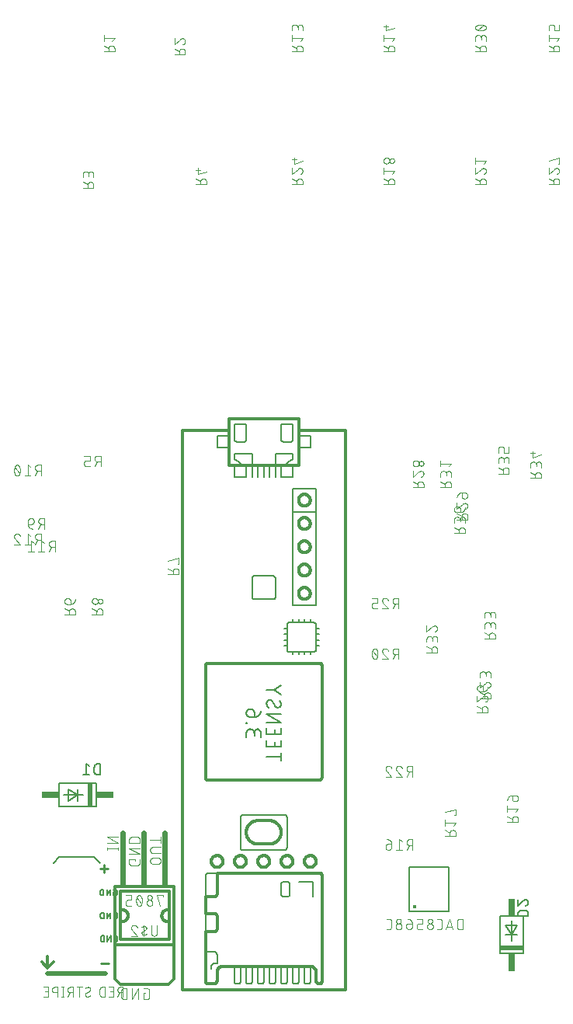
<source format=gbr>
G04 EAGLE Gerber RS-274X export*
G75*
%MOMM*%
%FSLAX34Y34*%
%LPD*%
%INSilkscreen Bottom*%
%IPPOS*%
%AMOC8*
5,1,8,0,0,1.08239X$1,22.5*%
G01*
%ADD10C,0.152400*%
%ADD11R,0.508000X2.540000*%
%ADD12R,1.905000X0.762000*%
%ADD13C,0.127000*%
%ADD14C,0.508000*%
%ADD15C,0.228600*%
%ADD16C,0.101600*%
%ADD17C,0.304800*%
%ADD18C,0.203200*%
%ADD19C,0.609600*%
%ADD20C,0.427200*%
%ADD21R,2.540000X0.508000*%
%ADD22R,0.762000X1.905000*%


D10*
X56600Y210050D02*
X97240Y210050D01*
X56600Y210050D02*
X56600Y235450D01*
X97240Y235450D01*
X97240Y210050D01*
X83270Y222750D02*
X76920Y222750D01*
X66760Y229100D02*
X66760Y216400D01*
X76920Y222750D01*
X61680Y222750D01*
X66760Y229100D02*
X76920Y222750D01*
X76920Y229100D01*
X76920Y222750D02*
X76920Y216400D01*
D11*
X90890Y222750D03*
D12*
X47075Y222750D03*
X106765Y222750D03*
D13*
X101605Y244895D02*
X101605Y256325D01*
X98430Y256325D01*
X98319Y256323D01*
X98209Y256317D01*
X98098Y256308D01*
X97988Y256294D01*
X97879Y256277D01*
X97770Y256256D01*
X97662Y256231D01*
X97555Y256202D01*
X97449Y256170D01*
X97344Y256134D01*
X97241Y256094D01*
X97139Y256051D01*
X97038Y256004D01*
X96939Y255953D01*
X96843Y255900D01*
X96748Y255843D01*
X96655Y255782D01*
X96564Y255719D01*
X96475Y255652D01*
X96389Y255582D01*
X96306Y255509D01*
X96224Y255434D01*
X96146Y255356D01*
X96071Y255274D01*
X95998Y255191D01*
X95928Y255105D01*
X95861Y255016D01*
X95798Y254925D01*
X95737Y254832D01*
X95680Y254738D01*
X95627Y254641D01*
X95576Y254542D01*
X95529Y254441D01*
X95486Y254339D01*
X95446Y254236D01*
X95410Y254131D01*
X95378Y254025D01*
X95349Y253918D01*
X95324Y253810D01*
X95303Y253701D01*
X95286Y253592D01*
X95272Y253482D01*
X95263Y253371D01*
X95257Y253261D01*
X95255Y253150D01*
X95255Y248070D01*
X95257Y247959D01*
X95263Y247849D01*
X95272Y247738D01*
X95286Y247628D01*
X95303Y247519D01*
X95324Y247410D01*
X95349Y247302D01*
X95378Y247195D01*
X95410Y247089D01*
X95446Y246984D01*
X95486Y246881D01*
X95529Y246779D01*
X95576Y246678D01*
X95627Y246579D01*
X95680Y246483D01*
X95737Y246388D01*
X95798Y246295D01*
X95861Y246204D01*
X95928Y246115D01*
X95998Y246029D01*
X96071Y245946D01*
X96146Y245864D01*
X96224Y245786D01*
X96306Y245711D01*
X96389Y245638D01*
X96475Y245568D01*
X96564Y245501D01*
X96655Y245438D01*
X96748Y245377D01*
X96843Y245320D01*
X96939Y245267D01*
X97038Y245216D01*
X97139Y245169D01*
X97241Y245126D01*
X97344Y245086D01*
X97449Y245050D01*
X97555Y245018D01*
X97662Y244989D01*
X97770Y244964D01*
X97879Y244943D01*
X97988Y244926D01*
X98098Y244912D01*
X98209Y244903D01*
X98319Y244897D01*
X98430Y244895D01*
X101605Y244895D01*
X89794Y253785D02*
X86619Y256325D01*
X86619Y244895D01*
X89794Y244895D02*
X83444Y244895D01*
D14*
X107760Y27750D02*
X44260Y27750D01*
D10*
X56960Y154750D02*
X95060Y154750D01*
X101410Y148400D01*
X56960Y154750D02*
X50610Y148400D01*
D13*
X116948Y66474D02*
X118007Y66474D01*
X116948Y66474D02*
X116948Y62946D01*
X119065Y62946D01*
X119139Y62948D01*
X119212Y62954D01*
X119286Y62963D01*
X119358Y62977D01*
X119430Y62994D01*
X119501Y63015D01*
X119571Y63040D01*
X119639Y63068D01*
X119706Y63100D01*
X119771Y63135D01*
X119833Y63174D01*
X119894Y63215D01*
X119953Y63260D01*
X120009Y63308D01*
X120063Y63359D01*
X120114Y63413D01*
X120162Y63469D01*
X120207Y63528D01*
X120248Y63589D01*
X120287Y63652D01*
X120322Y63716D01*
X120354Y63783D01*
X120382Y63851D01*
X120407Y63921D01*
X120428Y63992D01*
X120445Y64064D01*
X120459Y64136D01*
X120468Y64210D01*
X120474Y64283D01*
X120476Y64357D01*
X120476Y67885D01*
X120474Y67959D01*
X120468Y68032D01*
X120459Y68106D01*
X120445Y68178D01*
X120428Y68250D01*
X120407Y68321D01*
X120382Y68391D01*
X120354Y68459D01*
X120322Y68526D01*
X120287Y68590D01*
X120248Y68653D01*
X120207Y68714D01*
X120162Y68773D01*
X120114Y68829D01*
X120063Y68883D01*
X120009Y68934D01*
X119953Y68982D01*
X119894Y69027D01*
X119834Y69068D01*
X119771Y69107D01*
X119706Y69142D01*
X119639Y69174D01*
X119571Y69202D01*
X119501Y69227D01*
X119430Y69248D01*
X119358Y69265D01*
X119286Y69279D01*
X119213Y69288D01*
X119139Y69294D01*
X119065Y69296D01*
X116948Y69296D01*
X113161Y69296D02*
X113161Y62946D01*
X109633Y62946D02*
X113161Y69296D01*
X109633Y69296D02*
X109633Y62946D01*
X105846Y62946D02*
X105846Y69296D01*
X104082Y69296D01*
X104001Y69294D01*
X103919Y69288D01*
X103838Y69279D01*
X103758Y69266D01*
X103678Y69249D01*
X103599Y69229D01*
X103521Y69205D01*
X103445Y69177D01*
X103369Y69146D01*
X103296Y69111D01*
X103224Y69073D01*
X103153Y69032D01*
X103085Y68987D01*
X103019Y68940D01*
X102955Y68889D01*
X102894Y68836D01*
X102835Y68779D01*
X102778Y68720D01*
X102725Y68659D01*
X102674Y68595D01*
X102627Y68529D01*
X102582Y68461D01*
X102541Y68390D01*
X102503Y68318D01*
X102468Y68245D01*
X102437Y68169D01*
X102409Y68093D01*
X102385Y68015D01*
X102365Y67936D01*
X102348Y67856D01*
X102335Y67776D01*
X102326Y67695D01*
X102320Y67613D01*
X102318Y67532D01*
X102318Y64710D01*
X102320Y64629D01*
X102326Y64547D01*
X102335Y64466D01*
X102348Y64386D01*
X102365Y64306D01*
X102385Y64227D01*
X102409Y64149D01*
X102437Y64073D01*
X102468Y63997D01*
X102503Y63924D01*
X102541Y63852D01*
X102582Y63781D01*
X102627Y63713D01*
X102674Y63647D01*
X102725Y63583D01*
X102778Y63522D01*
X102835Y63463D01*
X102894Y63406D01*
X102955Y63353D01*
X103019Y63302D01*
X103085Y63255D01*
X103153Y63210D01*
X103224Y63169D01*
X103296Y63131D01*
X103369Y63096D01*
X103445Y63065D01*
X103521Y63037D01*
X103599Y63013D01*
X103678Y62993D01*
X103758Y62976D01*
X103838Y62963D01*
X103919Y62954D01*
X104001Y62948D01*
X104082Y62946D01*
X105846Y62946D01*
X116675Y91689D02*
X117734Y91689D01*
X116675Y91689D02*
X116675Y88161D01*
X118792Y88161D01*
X118866Y88163D01*
X118939Y88169D01*
X119013Y88178D01*
X119085Y88192D01*
X119157Y88209D01*
X119228Y88230D01*
X119298Y88255D01*
X119366Y88283D01*
X119433Y88315D01*
X119498Y88350D01*
X119560Y88389D01*
X119621Y88430D01*
X119680Y88475D01*
X119736Y88523D01*
X119790Y88574D01*
X119841Y88628D01*
X119889Y88684D01*
X119934Y88743D01*
X119975Y88804D01*
X120014Y88867D01*
X120049Y88931D01*
X120081Y88998D01*
X120109Y89066D01*
X120134Y89136D01*
X120155Y89207D01*
X120172Y89279D01*
X120186Y89351D01*
X120195Y89425D01*
X120201Y89498D01*
X120203Y89572D01*
X120203Y93100D01*
X120201Y93174D01*
X120195Y93247D01*
X120186Y93321D01*
X120172Y93393D01*
X120155Y93465D01*
X120134Y93536D01*
X120109Y93606D01*
X120081Y93674D01*
X120049Y93741D01*
X120014Y93805D01*
X119975Y93868D01*
X119934Y93929D01*
X119889Y93988D01*
X119841Y94044D01*
X119790Y94098D01*
X119736Y94149D01*
X119680Y94197D01*
X119621Y94242D01*
X119561Y94283D01*
X119498Y94322D01*
X119433Y94357D01*
X119366Y94389D01*
X119298Y94417D01*
X119228Y94442D01*
X119157Y94463D01*
X119085Y94480D01*
X119013Y94494D01*
X118940Y94503D01*
X118866Y94509D01*
X118792Y94511D01*
X116675Y94511D01*
X112888Y94511D02*
X112888Y88161D01*
X109360Y88161D02*
X112888Y94511D01*
X109360Y94511D02*
X109360Y88161D01*
X105573Y88161D02*
X105573Y94511D01*
X103809Y94511D01*
X103728Y94509D01*
X103646Y94503D01*
X103565Y94494D01*
X103485Y94481D01*
X103405Y94464D01*
X103326Y94444D01*
X103248Y94420D01*
X103172Y94392D01*
X103096Y94361D01*
X103023Y94326D01*
X102951Y94288D01*
X102880Y94247D01*
X102812Y94202D01*
X102746Y94155D01*
X102682Y94104D01*
X102621Y94051D01*
X102562Y93994D01*
X102505Y93935D01*
X102452Y93874D01*
X102401Y93810D01*
X102354Y93744D01*
X102309Y93676D01*
X102268Y93605D01*
X102230Y93533D01*
X102195Y93460D01*
X102164Y93384D01*
X102136Y93308D01*
X102112Y93230D01*
X102092Y93151D01*
X102075Y93071D01*
X102062Y92991D01*
X102053Y92910D01*
X102047Y92828D01*
X102045Y92747D01*
X102045Y89925D01*
X102047Y89844D01*
X102053Y89762D01*
X102062Y89681D01*
X102075Y89601D01*
X102092Y89521D01*
X102112Y89442D01*
X102136Y89364D01*
X102164Y89288D01*
X102195Y89212D01*
X102230Y89139D01*
X102268Y89067D01*
X102309Y88996D01*
X102354Y88928D01*
X102401Y88862D01*
X102452Y88798D01*
X102505Y88737D01*
X102562Y88678D01*
X102621Y88621D01*
X102682Y88568D01*
X102746Y88517D01*
X102812Y88470D01*
X102880Y88425D01*
X102951Y88384D01*
X103023Y88346D01*
X103096Y88311D01*
X103172Y88280D01*
X103248Y88252D01*
X103326Y88228D01*
X103405Y88208D01*
X103485Y88191D01*
X103565Y88178D01*
X103646Y88169D01*
X103728Y88163D01*
X103809Y88161D01*
X105573Y88161D01*
X116403Y116903D02*
X117461Y116903D01*
X116403Y116903D02*
X116403Y113376D01*
X118519Y113376D01*
X118593Y113378D01*
X118666Y113384D01*
X118740Y113393D01*
X118812Y113407D01*
X118884Y113424D01*
X118955Y113445D01*
X119025Y113470D01*
X119093Y113498D01*
X119160Y113530D01*
X119225Y113565D01*
X119287Y113604D01*
X119348Y113645D01*
X119407Y113690D01*
X119463Y113738D01*
X119517Y113789D01*
X119568Y113843D01*
X119616Y113899D01*
X119661Y113958D01*
X119702Y114019D01*
X119741Y114082D01*
X119776Y114146D01*
X119808Y114213D01*
X119836Y114281D01*
X119861Y114351D01*
X119882Y114422D01*
X119899Y114494D01*
X119913Y114566D01*
X119922Y114640D01*
X119928Y114713D01*
X119930Y114787D01*
X119930Y118314D01*
X119928Y118388D01*
X119922Y118461D01*
X119913Y118535D01*
X119899Y118607D01*
X119882Y118679D01*
X119861Y118750D01*
X119836Y118820D01*
X119808Y118888D01*
X119776Y118955D01*
X119741Y119019D01*
X119702Y119082D01*
X119661Y119143D01*
X119616Y119202D01*
X119568Y119258D01*
X119517Y119312D01*
X119463Y119363D01*
X119407Y119411D01*
X119348Y119456D01*
X119288Y119497D01*
X119225Y119536D01*
X119160Y119571D01*
X119093Y119603D01*
X119025Y119631D01*
X118955Y119656D01*
X118884Y119677D01*
X118812Y119694D01*
X118740Y119708D01*
X118667Y119717D01*
X118593Y119723D01*
X118519Y119725D01*
X118519Y119726D02*
X116403Y119726D01*
X112615Y119726D02*
X112615Y113376D01*
X109087Y113376D02*
X112615Y119726D01*
X109087Y119726D02*
X109087Y113376D01*
X105300Y113376D02*
X105300Y119726D01*
X103536Y119726D01*
X103455Y119724D01*
X103373Y119718D01*
X103292Y119709D01*
X103212Y119696D01*
X103132Y119679D01*
X103053Y119659D01*
X102975Y119635D01*
X102899Y119607D01*
X102823Y119576D01*
X102750Y119541D01*
X102678Y119503D01*
X102607Y119462D01*
X102539Y119417D01*
X102473Y119370D01*
X102409Y119319D01*
X102348Y119266D01*
X102289Y119209D01*
X102232Y119150D01*
X102179Y119089D01*
X102128Y119025D01*
X102081Y118959D01*
X102036Y118891D01*
X101995Y118820D01*
X101957Y118748D01*
X101922Y118675D01*
X101891Y118599D01*
X101863Y118523D01*
X101839Y118445D01*
X101819Y118366D01*
X101802Y118286D01*
X101789Y118206D01*
X101780Y118125D01*
X101774Y118043D01*
X101772Y117962D01*
X101772Y115139D01*
X101774Y115058D01*
X101780Y114976D01*
X101789Y114895D01*
X101802Y114815D01*
X101819Y114735D01*
X101839Y114656D01*
X101863Y114578D01*
X101891Y114502D01*
X101922Y114426D01*
X101957Y114353D01*
X101995Y114281D01*
X102036Y114210D01*
X102081Y114142D01*
X102128Y114076D01*
X102179Y114012D01*
X102232Y113951D01*
X102289Y113892D01*
X102348Y113835D01*
X102409Y113782D01*
X102473Y113731D01*
X102539Y113684D01*
X102607Y113639D01*
X102678Y113598D01*
X102750Y113560D01*
X102823Y113525D01*
X102899Y113494D01*
X102975Y113466D01*
X103053Y113442D01*
X103132Y113422D01*
X103212Y113405D01*
X103292Y113392D01*
X103373Y113383D01*
X103455Y113377D01*
X103536Y113375D01*
X103536Y113376D02*
X105300Y113376D01*
D15*
X105927Y137827D02*
X105927Y146463D01*
X101609Y142145D02*
X110245Y142145D01*
X111189Y39008D02*
X102553Y39008D01*
D16*
X126302Y13272D02*
X126302Y2858D01*
X126302Y13272D02*
X123409Y13272D01*
X123302Y13270D01*
X123195Y13264D01*
X123089Y13254D01*
X122983Y13240D01*
X122877Y13223D01*
X122773Y13201D01*
X122669Y13176D01*
X122566Y13146D01*
X122464Y13113D01*
X122364Y13077D01*
X122265Y13036D01*
X122168Y12992D01*
X122072Y12944D01*
X121978Y12893D01*
X121886Y12839D01*
X121796Y12781D01*
X121709Y12719D01*
X121623Y12655D01*
X121540Y12588D01*
X121460Y12517D01*
X121382Y12443D01*
X121307Y12367D01*
X121235Y12288D01*
X121166Y12207D01*
X121100Y12122D01*
X121037Y12036D01*
X120978Y11947D01*
X120922Y11856D01*
X120869Y11763D01*
X120819Y11669D01*
X120773Y11572D01*
X120731Y11474D01*
X120693Y11374D01*
X120658Y11273D01*
X120626Y11171D01*
X120599Y11067D01*
X120576Y10963D01*
X120556Y10858D01*
X120540Y10752D01*
X120528Y10646D01*
X120520Y10539D01*
X120516Y10432D01*
X120516Y10326D01*
X120520Y10219D01*
X120528Y10112D01*
X120540Y10006D01*
X120556Y9900D01*
X120576Y9795D01*
X120599Y9691D01*
X120626Y9587D01*
X120658Y9485D01*
X120693Y9384D01*
X120731Y9284D01*
X120773Y9186D01*
X120819Y9089D01*
X120869Y8995D01*
X120922Y8902D01*
X120978Y8811D01*
X121037Y8722D01*
X121100Y8636D01*
X121166Y8551D01*
X121235Y8470D01*
X121307Y8391D01*
X121382Y8315D01*
X121460Y8241D01*
X121540Y8170D01*
X121623Y8103D01*
X121709Y8039D01*
X121796Y7977D01*
X121886Y7919D01*
X121978Y7865D01*
X122072Y7814D01*
X122168Y7766D01*
X122265Y7722D01*
X122364Y7681D01*
X122464Y7645D01*
X122566Y7612D01*
X122669Y7582D01*
X122773Y7557D01*
X122877Y7535D01*
X122983Y7518D01*
X123089Y7504D01*
X123195Y7494D01*
X123302Y7488D01*
X123409Y7486D01*
X126302Y7486D01*
X122831Y7486D02*
X120516Y2858D01*
X115721Y2858D02*
X111092Y2858D01*
X115721Y2858D02*
X115721Y13272D01*
X111092Y13272D01*
X112249Y8644D02*
X115721Y8644D01*
X106827Y13272D02*
X106827Y2858D01*
X106827Y13272D02*
X103934Y13272D01*
X103828Y13270D01*
X103723Y13264D01*
X103618Y13255D01*
X103513Y13241D01*
X103409Y13224D01*
X103305Y13203D01*
X103202Y13178D01*
X103101Y13149D01*
X103000Y13117D01*
X102901Y13081D01*
X102803Y13042D01*
X102706Y12998D01*
X102611Y12952D01*
X102518Y12902D01*
X102427Y12848D01*
X102338Y12792D01*
X102251Y12732D01*
X102166Y12669D01*
X102083Y12603D01*
X102003Y12534D01*
X101926Y12462D01*
X101851Y12387D01*
X101779Y12310D01*
X101710Y12230D01*
X101644Y12147D01*
X101581Y12062D01*
X101521Y11975D01*
X101465Y11886D01*
X101411Y11795D01*
X101361Y11702D01*
X101315Y11607D01*
X101271Y11510D01*
X101232Y11412D01*
X101196Y11313D01*
X101164Y11212D01*
X101135Y11111D01*
X101110Y11008D01*
X101089Y10905D01*
X101072Y10800D01*
X101058Y10695D01*
X101049Y10590D01*
X101043Y10485D01*
X101041Y10379D01*
X101041Y5751D01*
X101043Y5645D01*
X101049Y5540D01*
X101058Y5435D01*
X101072Y5330D01*
X101089Y5226D01*
X101110Y5122D01*
X101135Y5019D01*
X101164Y4918D01*
X101196Y4817D01*
X101232Y4718D01*
X101271Y4620D01*
X101315Y4523D01*
X101361Y4428D01*
X101411Y4335D01*
X101465Y4244D01*
X101521Y4155D01*
X101581Y4068D01*
X101644Y3983D01*
X101710Y3900D01*
X101779Y3820D01*
X101851Y3743D01*
X101926Y3668D01*
X102003Y3596D01*
X102083Y3527D01*
X102166Y3461D01*
X102251Y3398D01*
X102338Y3338D01*
X102427Y3282D01*
X102518Y3228D01*
X102611Y3178D01*
X102706Y3132D01*
X102803Y3088D01*
X102901Y3049D01*
X103000Y3013D01*
X103101Y2981D01*
X103202Y2952D01*
X103305Y2927D01*
X103409Y2906D01*
X103513Y2889D01*
X103618Y2875D01*
X103723Y2866D01*
X103828Y2860D01*
X103934Y2858D01*
X106827Y2858D01*
X87582Y2858D02*
X87489Y2860D01*
X87396Y2866D01*
X87303Y2875D01*
X87211Y2888D01*
X87119Y2905D01*
X87028Y2925D01*
X86938Y2949D01*
X86849Y2977D01*
X86761Y3008D01*
X86675Y3043D01*
X86590Y3081D01*
X86507Y3123D01*
X86425Y3168D01*
X86345Y3216D01*
X86267Y3268D01*
X86192Y3322D01*
X86119Y3380D01*
X86048Y3440D01*
X85979Y3503D01*
X85913Y3569D01*
X85850Y3638D01*
X85790Y3709D01*
X85732Y3782D01*
X85678Y3857D01*
X85626Y3935D01*
X85578Y4015D01*
X85533Y4097D01*
X85491Y4180D01*
X85453Y4265D01*
X85418Y4351D01*
X85387Y4439D01*
X85359Y4528D01*
X85335Y4618D01*
X85315Y4709D01*
X85298Y4801D01*
X85285Y4893D01*
X85276Y4986D01*
X85270Y5079D01*
X85268Y5172D01*
X87582Y2858D02*
X87720Y2860D01*
X87858Y2866D01*
X87995Y2875D01*
X88132Y2889D01*
X88269Y2907D01*
X88405Y2928D01*
X88541Y2953D01*
X88676Y2982D01*
X88810Y3015D01*
X88942Y3051D01*
X89074Y3091D01*
X89205Y3135D01*
X89334Y3183D01*
X89462Y3234D01*
X89589Y3289D01*
X89714Y3347D01*
X89837Y3409D01*
X89958Y3474D01*
X90078Y3543D01*
X90195Y3615D01*
X90311Y3690D01*
X90424Y3769D01*
X90535Y3851D01*
X90644Y3936D01*
X90750Y4023D01*
X90854Y4114D01*
X90955Y4208D01*
X91053Y4304D01*
X90764Y10958D02*
X90762Y11051D01*
X90756Y11144D01*
X90747Y11237D01*
X90734Y11329D01*
X90717Y11421D01*
X90697Y11512D01*
X90673Y11602D01*
X90645Y11691D01*
X90614Y11779D01*
X90579Y11865D01*
X90541Y11950D01*
X90499Y12033D01*
X90454Y12115D01*
X90406Y12195D01*
X90354Y12273D01*
X90300Y12348D01*
X90242Y12421D01*
X90182Y12492D01*
X90119Y12561D01*
X90053Y12627D01*
X89984Y12690D01*
X89913Y12750D01*
X89840Y12808D01*
X89765Y12862D01*
X89687Y12914D01*
X89607Y12962D01*
X89525Y13007D01*
X89442Y13049D01*
X89357Y13087D01*
X89271Y13122D01*
X89183Y13153D01*
X89094Y13181D01*
X89004Y13205D01*
X88913Y13225D01*
X88821Y13242D01*
X88729Y13255D01*
X88636Y13264D01*
X88543Y13270D01*
X88450Y13272D01*
X88323Y13270D01*
X88196Y13265D01*
X88070Y13255D01*
X87943Y13242D01*
X87818Y13226D01*
X87692Y13205D01*
X87568Y13181D01*
X87444Y13154D01*
X87321Y13123D01*
X87199Y13088D01*
X87078Y13049D01*
X86958Y13007D01*
X86840Y12962D01*
X86722Y12913D01*
X86607Y12861D01*
X86493Y12805D01*
X86380Y12747D01*
X86270Y12684D01*
X86161Y12619D01*
X86054Y12550D01*
X85949Y12479D01*
X85847Y12404D01*
X89607Y8933D02*
X89687Y8983D01*
X89765Y9035D01*
X89840Y9090D01*
X89914Y9149D01*
X89985Y9210D01*
X90053Y9274D01*
X90119Y9341D01*
X90183Y9411D01*
X90243Y9482D01*
X90300Y9557D01*
X90355Y9633D01*
X90406Y9712D01*
X90454Y9792D01*
X90499Y9874D01*
X90541Y9959D01*
X90579Y10044D01*
X90614Y10131D01*
X90645Y10220D01*
X90673Y10310D01*
X90697Y10400D01*
X90717Y10492D01*
X90734Y10584D01*
X90747Y10677D01*
X90757Y10771D01*
X90762Y10864D01*
X90764Y10958D01*
X86425Y7197D02*
X86345Y7147D01*
X86267Y7095D01*
X86191Y7040D01*
X86118Y6981D01*
X86047Y6920D01*
X85979Y6856D01*
X85913Y6789D01*
X85849Y6719D01*
X85789Y6648D01*
X85732Y6573D01*
X85677Y6497D01*
X85626Y6418D01*
X85578Y6338D01*
X85533Y6256D01*
X85491Y6171D01*
X85453Y6086D01*
X85418Y5999D01*
X85387Y5910D01*
X85359Y5820D01*
X85335Y5730D01*
X85315Y5638D01*
X85298Y5546D01*
X85285Y5453D01*
X85275Y5359D01*
X85270Y5266D01*
X85268Y5172D01*
X86425Y7197D02*
X89607Y8933D01*
X78902Y13272D02*
X78902Y2858D01*
X81795Y13272D02*
X76010Y13272D01*
X71781Y13272D02*
X71781Y2858D01*
X71781Y13272D02*
X68888Y13272D01*
X68781Y13270D01*
X68674Y13264D01*
X68568Y13254D01*
X68462Y13240D01*
X68356Y13223D01*
X68252Y13201D01*
X68148Y13176D01*
X68045Y13146D01*
X67943Y13113D01*
X67843Y13077D01*
X67744Y13036D01*
X67647Y12992D01*
X67551Y12944D01*
X67457Y12893D01*
X67365Y12839D01*
X67275Y12781D01*
X67188Y12719D01*
X67102Y12655D01*
X67019Y12588D01*
X66939Y12517D01*
X66861Y12443D01*
X66786Y12367D01*
X66714Y12288D01*
X66645Y12207D01*
X66579Y12122D01*
X66516Y12036D01*
X66457Y11947D01*
X66401Y11856D01*
X66348Y11763D01*
X66298Y11669D01*
X66252Y11572D01*
X66210Y11474D01*
X66172Y11374D01*
X66137Y11273D01*
X66105Y11171D01*
X66078Y11067D01*
X66055Y10963D01*
X66035Y10858D01*
X66019Y10752D01*
X66007Y10646D01*
X65999Y10539D01*
X65995Y10432D01*
X65995Y10326D01*
X65999Y10219D01*
X66007Y10112D01*
X66019Y10006D01*
X66035Y9900D01*
X66055Y9795D01*
X66078Y9691D01*
X66105Y9587D01*
X66137Y9485D01*
X66172Y9384D01*
X66210Y9284D01*
X66252Y9186D01*
X66298Y9089D01*
X66348Y8995D01*
X66401Y8902D01*
X66457Y8811D01*
X66516Y8722D01*
X66579Y8636D01*
X66645Y8551D01*
X66714Y8470D01*
X66786Y8391D01*
X66861Y8315D01*
X66939Y8241D01*
X67019Y8170D01*
X67102Y8103D01*
X67188Y8039D01*
X67275Y7977D01*
X67365Y7919D01*
X67457Y7865D01*
X67551Y7814D01*
X67647Y7766D01*
X67744Y7722D01*
X67843Y7681D01*
X67943Y7645D01*
X68045Y7612D01*
X68148Y7582D01*
X68252Y7557D01*
X68356Y7535D01*
X68462Y7518D01*
X68568Y7504D01*
X68674Y7494D01*
X68781Y7488D01*
X68888Y7486D01*
X71781Y7486D01*
X68310Y7486D02*
X65996Y2858D01*
X60729Y2858D02*
X60729Y13272D01*
X61886Y2858D02*
X59572Y2858D01*
X59572Y13272D02*
X61886Y13272D01*
X54888Y13272D02*
X54888Y2858D01*
X54888Y13272D02*
X51995Y13272D01*
X51888Y13270D01*
X51781Y13264D01*
X51675Y13254D01*
X51569Y13240D01*
X51463Y13223D01*
X51359Y13201D01*
X51255Y13176D01*
X51152Y13146D01*
X51050Y13113D01*
X50950Y13077D01*
X50851Y13036D01*
X50754Y12992D01*
X50658Y12944D01*
X50564Y12893D01*
X50472Y12839D01*
X50382Y12781D01*
X50295Y12719D01*
X50209Y12655D01*
X50126Y12588D01*
X50046Y12517D01*
X49968Y12443D01*
X49893Y12367D01*
X49821Y12288D01*
X49752Y12207D01*
X49686Y12122D01*
X49623Y12036D01*
X49564Y11947D01*
X49508Y11856D01*
X49455Y11763D01*
X49405Y11669D01*
X49359Y11572D01*
X49317Y11474D01*
X49279Y11374D01*
X49244Y11273D01*
X49212Y11171D01*
X49185Y11067D01*
X49162Y10963D01*
X49142Y10858D01*
X49126Y10752D01*
X49114Y10646D01*
X49106Y10539D01*
X49102Y10432D01*
X49102Y10326D01*
X49106Y10219D01*
X49114Y10112D01*
X49126Y10006D01*
X49142Y9900D01*
X49162Y9795D01*
X49185Y9691D01*
X49212Y9587D01*
X49244Y9485D01*
X49279Y9384D01*
X49317Y9284D01*
X49359Y9186D01*
X49405Y9089D01*
X49455Y8995D01*
X49508Y8902D01*
X49564Y8811D01*
X49623Y8722D01*
X49686Y8636D01*
X49752Y8551D01*
X49821Y8470D01*
X49893Y8391D01*
X49968Y8315D01*
X50046Y8241D01*
X50126Y8170D01*
X50209Y8103D01*
X50295Y8039D01*
X50382Y7977D01*
X50472Y7919D01*
X50564Y7865D01*
X50658Y7814D01*
X50754Y7766D01*
X50851Y7722D01*
X50950Y7681D01*
X51050Y7645D01*
X51152Y7612D01*
X51255Y7582D01*
X51359Y7557D01*
X51463Y7535D01*
X51569Y7518D01*
X51675Y7504D01*
X51781Y7494D01*
X51888Y7488D01*
X51995Y7486D01*
X54888Y7486D01*
X44741Y2858D02*
X40112Y2858D01*
X44741Y2858D02*
X44741Y13272D01*
X40112Y13272D01*
X41269Y8644D02*
X44741Y8644D01*
D17*
X44260Y34100D02*
X44260Y46800D01*
X50610Y40450D02*
X44260Y34100D01*
X37910Y40450D01*
X191060Y10510D02*
X191060Y620110D01*
X368860Y620110D02*
X368860Y10510D01*
X343460Y241650D02*
X343460Y363570D01*
X343458Y363670D01*
X343452Y363769D01*
X343442Y363869D01*
X343429Y363967D01*
X343411Y364066D01*
X343390Y364163D01*
X343365Y364259D01*
X343336Y364355D01*
X343303Y364449D01*
X343267Y364542D01*
X343227Y364633D01*
X343183Y364723D01*
X343136Y364811D01*
X343086Y364897D01*
X343032Y364981D01*
X342975Y365063D01*
X342915Y365142D01*
X342851Y365220D01*
X342785Y365294D01*
X342716Y365366D01*
X342644Y365435D01*
X342570Y365501D01*
X342492Y365565D01*
X342413Y365625D01*
X342331Y365682D01*
X342247Y365736D01*
X342161Y365786D01*
X342073Y365833D01*
X341983Y365877D01*
X341892Y365917D01*
X341799Y365953D01*
X341705Y365986D01*
X341609Y366015D01*
X341513Y366040D01*
X341416Y366061D01*
X341317Y366079D01*
X341219Y366092D01*
X341119Y366102D01*
X341020Y366108D01*
X340920Y366110D01*
X219000Y366110D01*
X218900Y366108D01*
X218801Y366102D01*
X218701Y366092D01*
X218603Y366079D01*
X218504Y366061D01*
X218407Y366040D01*
X218311Y366015D01*
X218215Y365986D01*
X218121Y365953D01*
X218028Y365917D01*
X217937Y365877D01*
X217847Y365833D01*
X217759Y365786D01*
X217673Y365736D01*
X217589Y365682D01*
X217507Y365625D01*
X217428Y365565D01*
X217350Y365501D01*
X217276Y365435D01*
X217204Y365366D01*
X217135Y365294D01*
X217069Y365220D01*
X217005Y365142D01*
X216945Y365063D01*
X216888Y364981D01*
X216834Y364897D01*
X216784Y364811D01*
X216737Y364723D01*
X216693Y364633D01*
X216653Y364542D01*
X216617Y364449D01*
X216584Y364355D01*
X216555Y364259D01*
X216530Y364163D01*
X216509Y364066D01*
X216491Y363967D01*
X216478Y363869D01*
X216468Y363769D01*
X216462Y363670D01*
X216460Y363570D01*
X216460Y241650D01*
X216462Y241550D01*
X216468Y241451D01*
X216478Y241351D01*
X216491Y241253D01*
X216509Y241154D01*
X216530Y241057D01*
X216555Y240961D01*
X216584Y240865D01*
X216617Y240771D01*
X216653Y240678D01*
X216693Y240587D01*
X216737Y240497D01*
X216784Y240409D01*
X216834Y240323D01*
X216888Y240239D01*
X216945Y240157D01*
X217005Y240078D01*
X217069Y240000D01*
X217135Y239926D01*
X217204Y239854D01*
X217276Y239785D01*
X217350Y239719D01*
X217428Y239655D01*
X217507Y239595D01*
X217589Y239538D01*
X217673Y239484D01*
X217759Y239434D01*
X217847Y239387D01*
X217937Y239343D01*
X218028Y239303D01*
X218121Y239267D01*
X218215Y239234D01*
X218311Y239205D01*
X218407Y239180D01*
X218504Y239159D01*
X218603Y239141D01*
X218701Y239128D01*
X218801Y239118D01*
X218900Y239112D01*
X219000Y239110D01*
X340920Y239110D01*
X341020Y239112D01*
X341119Y239118D01*
X341219Y239128D01*
X341317Y239141D01*
X341416Y239159D01*
X341513Y239180D01*
X341609Y239205D01*
X341705Y239234D01*
X341799Y239267D01*
X341892Y239303D01*
X341983Y239343D01*
X342073Y239387D01*
X342161Y239434D01*
X342247Y239484D01*
X342331Y239538D01*
X342413Y239595D01*
X342492Y239655D01*
X342570Y239719D01*
X342644Y239785D01*
X342716Y239854D01*
X342785Y239926D01*
X342851Y240000D01*
X342915Y240078D01*
X342975Y240157D01*
X343032Y240239D01*
X343086Y240323D01*
X343136Y240409D01*
X343183Y240497D01*
X343227Y240587D01*
X343267Y240678D01*
X343303Y240771D01*
X343336Y240865D01*
X343365Y240961D01*
X343390Y241057D01*
X343411Y241154D01*
X343429Y241253D01*
X343442Y241351D01*
X343452Y241451D01*
X343458Y241550D01*
X343460Y241650D01*
X368860Y10510D02*
X191060Y10510D01*
X241860Y582010D02*
X241860Y601060D01*
X241860Y613760D01*
X241860Y620110D01*
X241860Y632810D01*
X318060Y632810D01*
X318060Y620110D01*
X318060Y613760D01*
X318060Y601060D01*
X318060Y582010D01*
X311710Y582010D01*
X302185Y582010D01*
X299010Y582010D01*
X292660Y582010D01*
X286310Y582010D01*
X279960Y582010D01*
X273610Y582010D01*
X267260Y582010D01*
X260910Y582010D01*
X257735Y582010D01*
X248210Y582010D01*
X241860Y582010D01*
X241860Y620110D02*
X191060Y620110D01*
X318060Y620110D02*
X368860Y620110D01*
D13*
X229160Y137510D02*
X219000Y137510D01*
X218900Y137508D01*
X218801Y137502D01*
X218701Y137492D01*
X218603Y137479D01*
X218504Y137461D01*
X218407Y137440D01*
X218311Y137415D01*
X218215Y137386D01*
X218121Y137353D01*
X218028Y137317D01*
X217937Y137277D01*
X217847Y137233D01*
X217759Y137186D01*
X217673Y137136D01*
X217589Y137082D01*
X217507Y137025D01*
X217428Y136965D01*
X217350Y136901D01*
X217276Y136835D01*
X217204Y136766D01*
X217135Y136694D01*
X217069Y136620D01*
X217005Y136542D01*
X216945Y136463D01*
X216888Y136381D01*
X216834Y136297D01*
X216784Y136211D01*
X216737Y136123D01*
X216693Y136033D01*
X216653Y135942D01*
X216617Y135849D01*
X216584Y135755D01*
X216555Y135659D01*
X216530Y135563D01*
X216509Y135466D01*
X216491Y135367D01*
X216478Y135269D01*
X216468Y135169D01*
X216462Y135070D01*
X216460Y134970D01*
X216460Y112110D01*
D17*
X216460Y93060D01*
D13*
X216460Y74010D01*
D17*
X216460Y51785D01*
X216460Y19400D01*
X216462Y19300D01*
X216468Y19201D01*
X216478Y19101D01*
X216491Y19003D01*
X216509Y18904D01*
X216530Y18807D01*
X216555Y18711D01*
X216584Y18615D01*
X216617Y18521D01*
X216653Y18428D01*
X216693Y18337D01*
X216737Y18247D01*
X216784Y18159D01*
X216834Y18073D01*
X216888Y17989D01*
X216945Y17907D01*
X217005Y17828D01*
X217069Y17750D01*
X217135Y17676D01*
X217204Y17604D01*
X217276Y17535D01*
X217350Y17469D01*
X217428Y17405D01*
X217507Y17345D01*
X217589Y17288D01*
X217673Y17234D01*
X217759Y17184D01*
X217847Y17137D01*
X217937Y17093D01*
X218028Y17053D01*
X218121Y17017D01*
X218215Y16984D01*
X218311Y16955D01*
X218407Y16930D01*
X218504Y16909D01*
X218603Y16891D01*
X218701Y16878D01*
X218801Y16868D01*
X218900Y16862D01*
X219000Y16860D01*
X225985Y16860D01*
X226096Y16862D01*
X226206Y16868D01*
X226317Y16877D01*
X226427Y16891D01*
X226536Y16908D01*
X226645Y16929D01*
X226753Y16954D01*
X226860Y16983D01*
X226966Y17015D01*
X227071Y17051D01*
X227174Y17091D01*
X227276Y17134D01*
X227377Y17181D01*
X227476Y17232D01*
X227572Y17285D01*
X227667Y17342D01*
X227760Y17403D01*
X227851Y17466D01*
X227940Y17533D01*
X228026Y17603D01*
X228109Y17676D01*
X228191Y17751D01*
X228269Y17829D01*
X228344Y17911D01*
X228417Y17994D01*
X228487Y18080D01*
X228554Y18169D01*
X228617Y18260D01*
X228678Y18353D01*
X228735Y18447D01*
X228788Y18544D01*
X228839Y18643D01*
X228886Y18744D01*
X228929Y18846D01*
X228969Y18949D01*
X229005Y19054D01*
X229037Y19160D01*
X229066Y19267D01*
X229091Y19375D01*
X229112Y19484D01*
X229129Y19593D01*
X229143Y19703D01*
X229152Y19814D01*
X229158Y19924D01*
X229160Y20035D01*
X229160Y29560D01*
X229162Y29718D01*
X229168Y29877D01*
X229178Y30035D01*
X229192Y30192D01*
X229209Y30350D01*
X229231Y30506D01*
X229256Y30663D01*
X229286Y30818D01*
X229319Y30973D01*
X229356Y31127D01*
X229397Y31280D01*
X229442Y31432D01*
X229491Y31582D01*
X229543Y31732D01*
X229599Y31880D01*
X229659Y32027D01*
X229722Y32172D01*
X229789Y32315D01*
X229859Y32457D01*
X229933Y32597D01*
X230011Y32735D01*
X230092Y32871D01*
X230176Y33005D01*
X230263Y33137D01*
X230354Y33267D01*
X230448Y33394D01*
X230545Y33519D01*
X230646Y33642D01*
X230749Y33762D01*
X230855Y33879D01*
X230964Y33994D01*
X231076Y34106D01*
X231191Y34215D01*
X231308Y34321D01*
X231428Y34424D01*
X231551Y34525D01*
X231676Y34622D01*
X231803Y34716D01*
X231933Y34807D01*
X232065Y34894D01*
X232199Y34978D01*
X232335Y35059D01*
X232473Y35137D01*
X232613Y35211D01*
X232755Y35281D01*
X232898Y35348D01*
X233043Y35411D01*
X233190Y35471D01*
X233338Y35527D01*
X233488Y35579D01*
X233638Y35628D01*
X233790Y35673D01*
X233943Y35714D01*
X234097Y35751D01*
X234252Y35784D01*
X234407Y35814D01*
X234564Y35839D01*
X234720Y35861D01*
X234878Y35878D01*
X235035Y35892D01*
X235193Y35902D01*
X235352Y35908D01*
X235510Y35910D01*
X248210Y35910D01*
X254560Y35910D01*
X260910Y35910D01*
X267260Y35910D01*
X273610Y35910D01*
X279960Y35910D01*
X286310Y35910D01*
X292660Y35910D01*
X299010Y35910D01*
X305360Y35910D01*
X311710Y35910D01*
X318060Y35910D01*
X324410Y35910D01*
X330760Y35910D01*
X330918Y35908D01*
X331077Y35902D01*
X331235Y35892D01*
X331392Y35878D01*
X331550Y35861D01*
X331706Y35839D01*
X331863Y35814D01*
X332018Y35784D01*
X332173Y35751D01*
X332327Y35714D01*
X332480Y35673D01*
X332632Y35628D01*
X332782Y35579D01*
X332932Y35527D01*
X333080Y35471D01*
X333227Y35411D01*
X333372Y35348D01*
X333515Y35281D01*
X333657Y35211D01*
X333797Y35137D01*
X333935Y35059D01*
X334071Y34978D01*
X334205Y34894D01*
X334337Y34807D01*
X334467Y34716D01*
X334594Y34622D01*
X334719Y34525D01*
X334842Y34424D01*
X334962Y34321D01*
X335079Y34215D01*
X335194Y34106D01*
X335306Y33994D01*
X335415Y33879D01*
X335521Y33762D01*
X335624Y33642D01*
X335725Y33519D01*
X335822Y33394D01*
X335916Y33267D01*
X336007Y33137D01*
X336094Y33005D01*
X336178Y32871D01*
X336259Y32735D01*
X336337Y32597D01*
X336411Y32457D01*
X336481Y32315D01*
X336548Y32172D01*
X336611Y32027D01*
X336671Y31880D01*
X336727Y31732D01*
X336779Y31582D01*
X336828Y31432D01*
X336873Y31280D01*
X336914Y31127D01*
X336951Y30973D01*
X336984Y30818D01*
X337014Y30663D01*
X337039Y30506D01*
X337061Y30350D01*
X337078Y30192D01*
X337092Y30035D01*
X337102Y29877D01*
X337108Y29718D01*
X337110Y29560D01*
X337110Y20035D01*
X337112Y19924D01*
X337118Y19814D01*
X337127Y19703D01*
X337141Y19593D01*
X337158Y19484D01*
X337179Y19375D01*
X337204Y19267D01*
X337233Y19160D01*
X337265Y19054D01*
X337301Y18949D01*
X337341Y18846D01*
X337384Y18744D01*
X337431Y18643D01*
X337482Y18544D01*
X337535Y18448D01*
X337592Y18353D01*
X337653Y18260D01*
X337716Y18169D01*
X337783Y18080D01*
X337853Y17994D01*
X337926Y17911D01*
X338001Y17829D01*
X338079Y17751D01*
X338161Y17676D01*
X338244Y17603D01*
X338330Y17533D01*
X338419Y17466D01*
X338510Y17403D01*
X338603Y17342D01*
X338698Y17285D01*
X338794Y17232D01*
X338893Y17181D01*
X338994Y17134D01*
X339096Y17091D01*
X339199Y17051D01*
X339304Y17015D01*
X339410Y16983D01*
X339517Y16954D01*
X339625Y16929D01*
X339734Y16908D01*
X339843Y16891D01*
X339953Y16877D01*
X340064Y16868D01*
X340174Y16862D01*
X340285Y16860D01*
X340920Y16860D01*
X341020Y16862D01*
X341119Y16868D01*
X341219Y16878D01*
X341317Y16891D01*
X341416Y16909D01*
X341513Y16930D01*
X341609Y16955D01*
X341705Y16984D01*
X341799Y17017D01*
X341892Y17053D01*
X341983Y17093D01*
X342073Y17137D01*
X342161Y17184D01*
X342247Y17234D01*
X342331Y17288D01*
X342413Y17345D01*
X342492Y17405D01*
X342570Y17469D01*
X342644Y17535D01*
X342716Y17604D01*
X342785Y17676D01*
X342851Y17750D01*
X342915Y17828D01*
X342975Y17907D01*
X343032Y17989D01*
X343086Y18073D01*
X343136Y18159D01*
X343183Y18247D01*
X343227Y18337D01*
X343267Y18428D01*
X343303Y18521D01*
X343336Y18615D01*
X343365Y18711D01*
X343390Y18807D01*
X343411Y18904D01*
X343429Y19003D01*
X343442Y19101D01*
X343452Y19201D01*
X343458Y19300D01*
X343460Y19400D01*
X343460Y134970D01*
X343458Y135070D01*
X343452Y135169D01*
X343442Y135269D01*
X343429Y135367D01*
X343411Y135466D01*
X343390Y135563D01*
X343365Y135659D01*
X343336Y135755D01*
X343303Y135849D01*
X343267Y135942D01*
X343227Y136033D01*
X343183Y136123D01*
X343136Y136211D01*
X343086Y136297D01*
X343032Y136381D01*
X342975Y136463D01*
X342915Y136542D01*
X342851Y136620D01*
X342785Y136694D01*
X342716Y136766D01*
X342644Y136835D01*
X342570Y136901D01*
X342492Y136965D01*
X342413Y137025D01*
X342331Y137082D01*
X342247Y137136D01*
X342161Y137186D01*
X342073Y137233D01*
X341983Y137277D01*
X341892Y137317D01*
X341799Y137353D01*
X341705Y137386D01*
X341609Y137415D01*
X341513Y137440D01*
X341416Y137461D01*
X341317Y137479D01*
X341219Y137492D01*
X341119Y137502D01*
X341020Y137508D01*
X340920Y137510D01*
X229160Y137510D01*
D13*
X248210Y35910D02*
X248210Y19400D01*
X248212Y19300D01*
X248218Y19201D01*
X248228Y19101D01*
X248241Y19003D01*
X248259Y18904D01*
X248280Y18807D01*
X248305Y18711D01*
X248334Y18615D01*
X248367Y18521D01*
X248403Y18428D01*
X248443Y18337D01*
X248487Y18247D01*
X248534Y18159D01*
X248584Y18073D01*
X248638Y17989D01*
X248695Y17907D01*
X248755Y17828D01*
X248819Y17750D01*
X248885Y17676D01*
X248954Y17604D01*
X249026Y17535D01*
X249100Y17469D01*
X249178Y17405D01*
X249257Y17345D01*
X249339Y17288D01*
X249423Y17234D01*
X249509Y17184D01*
X249597Y17137D01*
X249687Y17093D01*
X249778Y17053D01*
X249871Y17017D01*
X249965Y16984D01*
X250061Y16955D01*
X250157Y16930D01*
X250254Y16909D01*
X250353Y16891D01*
X250451Y16878D01*
X250551Y16868D01*
X250650Y16862D01*
X250750Y16860D01*
X252020Y16860D01*
X252120Y16862D01*
X252219Y16868D01*
X252319Y16878D01*
X252417Y16891D01*
X252516Y16909D01*
X252613Y16930D01*
X252709Y16955D01*
X252805Y16984D01*
X252899Y17017D01*
X252992Y17053D01*
X253083Y17093D01*
X253173Y17137D01*
X253261Y17184D01*
X253347Y17234D01*
X253431Y17288D01*
X253513Y17345D01*
X253592Y17405D01*
X253670Y17469D01*
X253744Y17535D01*
X253816Y17604D01*
X253885Y17676D01*
X253951Y17750D01*
X254015Y17828D01*
X254075Y17907D01*
X254132Y17989D01*
X254186Y18073D01*
X254236Y18159D01*
X254283Y18247D01*
X254327Y18337D01*
X254367Y18428D01*
X254403Y18521D01*
X254436Y18615D01*
X254465Y18711D01*
X254490Y18807D01*
X254511Y18904D01*
X254529Y19003D01*
X254542Y19101D01*
X254552Y19201D01*
X254558Y19300D01*
X254560Y19400D01*
X254560Y35910D01*
X260910Y35910D02*
X260910Y19400D01*
X260912Y19300D01*
X260918Y19201D01*
X260928Y19101D01*
X260941Y19003D01*
X260959Y18904D01*
X260980Y18807D01*
X261005Y18711D01*
X261034Y18615D01*
X261067Y18521D01*
X261103Y18428D01*
X261143Y18337D01*
X261187Y18247D01*
X261234Y18159D01*
X261284Y18073D01*
X261338Y17989D01*
X261395Y17907D01*
X261455Y17828D01*
X261519Y17750D01*
X261585Y17676D01*
X261654Y17604D01*
X261726Y17535D01*
X261800Y17469D01*
X261878Y17405D01*
X261957Y17345D01*
X262039Y17288D01*
X262123Y17234D01*
X262209Y17184D01*
X262297Y17137D01*
X262387Y17093D01*
X262478Y17053D01*
X262571Y17017D01*
X262665Y16984D01*
X262761Y16955D01*
X262857Y16930D01*
X262954Y16909D01*
X263053Y16891D01*
X263151Y16878D01*
X263251Y16868D01*
X263350Y16862D01*
X263450Y16860D01*
X264720Y16860D01*
X264820Y16862D01*
X264919Y16868D01*
X265019Y16878D01*
X265117Y16891D01*
X265216Y16909D01*
X265313Y16930D01*
X265409Y16955D01*
X265505Y16984D01*
X265599Y17017D01*
X265692Y17053D01*
X265783Y17093D01*
X265873Y17137D01*
X265961Y17184D01*
X266047Y17234D01*
X266131Y17288D01*
X266213Y17345D01*
X266292Y17405D01*
X266370Y17469D01*
X266444Y17535D01*
X266516Y17604D01*
X266585Y17676D01*
X266651Y17750D01*
X266715Y17828D01*
X266775Y17907D01*
X266832Y17989D01*
X266886Y18073D01*
X266936Y18159D01*
X266983Y18247D01*
X267027Y18337D01*
X267067Y18428D01*
X267103Y18521D01*
X267136Y18615D01*
X267165Y18711D01*
X267190Y18807D01*
X267211Y18904D01*
X267229Y19003D01*
X267242Y19101D01*
X267252Y19201D01*
X267258Y19300D01*
X267260Y19400D01*
X267260Y35910D01*
X273610Y35910D02*
X273610Y19400D01*
X273612Y19300D01*
X273618Y19201D01*
X273628Y19101D01*
X273641Y19003D01*
X273659Y18904D01*
X273680Y18807D01*
X273705Y18711D01*
X273734Y18615D01*
X273767Y18521D01*
X273803Y18428D01*
X273843Y18337D01*
X273887Y18247D01*
X273934Y18159D01*
X273984Y18073D01*
X274038Y17989D01*
X274095Y17907D01*
X274155Y17828D01*
X274219Y17750D01*
X274285Y17676D01*
X274354Y17604D01*
X274426Y17535D01*
X274500Y17469D01*
X274578Y17405D01*
X274657Y17345D01*
X274739Y17288D01*
X274823Y17234D01*
X274909Y17184D01*
X274997Y17137D01*
X275087Y17093D01*
X275178Y17053D01*
X275271Y17017D01*
X275365Y16984D01*
X275461Y16955D01*
X275557Y16930D01*
X275654Y16909D01*
X275753Y16891D01*
X275851Y16878D01*
X275951Y16868D01*
X276050Y16862D01*
X276150Y16860D01*
X277420Y16860D01*
X277520Y16862D01*
X277619Y16868D01*
X277719Y16878D01*
X277817Y16891D01*
X277916Y16909D01*
X278013Y16930D01*
X278109Y16955D01*
X278205Y16984D01*
X278299Y17017D01*
X278392Y17053D01*
X278483Y17093D01*
X278573Y17137D01*
X278661Y17184D01*
X278747Y17234D01*
X278831Y17288D01*
X278913Y17345D01*
X278992Y17405D01*
X279070Y17469D01*
X279144Y17535D01*
X279216Y17604D01*
X279285Y17676D01*
X279351Y17750D01*
X279415Y17828D01*
X279475Y17907D01*
X279532Y17989D01*
X279586Y18073D01*
X279636Y18159D01*
X279683Y18247D01*
X279727Y18337D01*
X279767Y18428D01*
X279803Y18521D01*
X279836Y18615D01*
X279865Y18711D01*
X279890Y18807D01*
X279911Y18904D01*
X279929Y19003D01*
X279942Y19101D01*
X279952Y19201D01*
X279958Y19300D01*
X279960Y19400D01*
X279960Y35910D01*
X286310Y35910D02*
X286310Y19400D01*
X286312Y19300D01*
X286318Y19201D01*
X286328Y19101D01*
X286341Y19003D01*
X286359Y18904D01*
X286380Y18807D01*
X286405Y18711D01*
X286434Y18615D01*
X286467Y18521D01*
X286503Y18428D01*
X286543Y18337D01*
X286587Y18247D01*
X286634Y18159D01*
X286684Y18073D01*
X286738Y17989D01*
X286795Y17907D01*
X286855Y17828D01*
X286919Y17750D01*
X286985Y17676D01*
X287054Y17604D01*
X287126Y17535D01*
X287200Y17469D01*
X287278Y17405D01*
X287357Y17345D01*
X287439Y17288D01*
X287523Y17234D01*
X287609Y17184D01*
X287697Y17137D01*
X287787Y17093D01*
X287878Y17053D01*
X287971Y17017D01*
X288065Y16984D01*
X288161Y16955D01*
X288257Y16930D01*
X288354Y16909D01*
X288453Y16891D01*
X288551Y16878D01*
X288651Y16868D01*
X288750Y16862D01*
X288850Y16860D01*
X290120Y16860D01*
X290220Y16862D01*
X290319Y16868D01*
X290419Y16878D01*
X290517Y16891D01*
X290616Y16909D01*
X290713Y16930D01*
X290809Y16955D01*
X290905Y16984D01*
X290999Y17017D01*
X291092Y17053D01*
X291183Y17093D01*
X291273Y17137D01*
X291361Y17184D01*
X291447Y17234D01*
X291531Y17288D01*
X291613Y17345D01*
X291692Y17405D01*
X291770Y17469D01*
X291844Y17535D01*
X291916Y17604D01*
X291985Y17676D01*
X292051Y17750D01*
X292115Y17828D01*
X292175Y17907D01*
X292232Y17989D01*
X292286Y18073D01*
X292336Y18159D01*
X292383Y18247D01*
X292427Y18337D01*
X292467Y18428D01*
X292503Y18521D01*
X292536Y18615D01*
X292565Y18711D01*
X292590Y18807D01*
X292611Y18904D01*
X292629Y19003D01*
X292642Y19101D01*
X292652Y19201D01*
X292658Y19300D01*
X292660Y19400D01*
X292660Y35910D01*
X299010Y35910D02*
X299010Y19400D01*
X299012Y19300D01*
X299018Y19201D01*
X299028Y19101D01*
X299041Y19003D01*
X299059Y18904D01*
X299080Y18807D01*
X299105Y18711D01*
X299134Y18615D01*
X299167Y18521D01*
X299203Y18428D01*
X299243Y18337D01*
X299287Y18247D01*
X299334Y18159D01*
X299384Y18073D01*
X299438Y17989D01*
X299495Y17907D01*
X299555Y17828D01*
X299619Y17750D01*
X299685Y17676D01*
X299754Y17604D01*
X299826Y17535D01*
X299900Y17469D01*
X299978Y17405D01*
X300057Y17345D01*
X300139Y17288D01*
X300223Y17234D01*
X300309Y17184D01*
X300397Y17137D01*
X300487Y17093D01*
X300578Y17053D01*
X300671Y17017D01*
X300765Y16984D01*
X300861Y16955D01*
X300957Y16930D01*
X301054Y16909D01*
X301153Y16891D01*
X301251Y16878D01*
X301351Y16868D01*
X301450Y16862D01*
X301550Y16860D01*
X302820Y16860D01*
X302920Y16862D01*
X303019Y16868D01*
X303119Y16878D01*
X303217Y16891D01*
X303316Y16909D01*
X303413Y16930D01*
X303509Y16955D01*
X303605Y16984D01*
X303699Y17017D01*
X303792Y17053D01*
X303883Y17093D01*
X303973Y17137D01*
X304061Y17184D01*
X304147Y17234D01*
X304231Y17288D01*
X304313Y17345D01*
X304392Y17405D01*
X304470Y17469D01*
X304544Y17535D01*
X304616Y17604D01*
X304685Y17676D01*
X304751Y17750D01*
X304815Y17828D01*
X304875Y17907D01*
X304932Y17989D01*
X304986Y18073D01*
X305036Y18159D01*
X305083Y18247D01*
X305127Y18337D01*
X305167Y18428D01*
X305203Y18521D01*
X305236Y18615D01*
X305265Y18711D01*
X305290Y18807D01*
X305311Y18904D01*
X305329Y19003D01*
X305342Y19101D01*
X305352Y19201D01*
X305358Y19300D01*
X305360Y19400D01*
X305360Y35910D01*
X311710Y35910D02*
X311710Y19400D01*
X311712Y19300D01*
X311718Y19201D01*
X311728Y19101D01*
X311741Y19003D01*
X311759Y18904D01*
X311780Y18807D01*
X311805Y18711D01*
X311834Y18615D01*
X311867Y18521D01*
X311903Y18428D01*
X311943Y18337D01*
X311987Y18247D01*
X312034Y18159D01*
X312084Y18073D01*
X312138Y17989D01*
X312195Y17907D01*
X312255Y17828D01*
X312319Y17750D01*
X312385Y17676D01*
X312454Y17604D01*
X312526Y17535D01*
X312600Y17469D01*
X312678Y17405D01*
X312757Y17345D01*
X312839Y17288D01*
X312923Y17234D01*
X313009Y17184D01*
X313097Y17137D01*
X313187Y17093D01*
X313278Y17053D01*
X313371Y17017D01*
X313465Y16984D01*
X313561Y16955D01*
X313657Y16930D01*
X313754Y16909D01*
X313853Y16891D01*
X313951Y16878D01*
X314051Y16868D01*
X314150Y16862D01*
X314250Y16860D01*
X315520Y16860D01*
X315620Y16862D01*
X315719Y16868D01*
X315819Y16878D01*
X315917Y16891D01*
X316016Y16909D01*
X316113Y16930D01*
X316209Y16955D01*
X316305Y16984D01*
X316399Y17017D01*
X316492Y17053D01*
X316583Y17093D01*
X316673Y17137D01*
X316761Y17184D01*
X316847Y17234D01*
X316931Y17288D01*
X317013Y17345D01*
X317092Y17405D01*
X317170Y17469D01*
X317244Y17535D01*
X317316Y17604D01*
X317385Y17676D01*
X317451Y17750D01*
X317515Y17828D01*
X317575Y17907D01*
X317632Y17989D01*
X317686Y18073D01*
X317736Y18159D01*
X317783Y18247D01*
X317827Y18337D01*
X317867Y18428D01*
X317903Y18521D01*
X317936Y18615D01*
X317965Y18711D01*
X317990Y18807D01*
X318011Y18904D01*
X318029Y19003D01*
X318042Y19101D01*
X318052Y19201D01*
X318058Y19300D01*
X318060Y19400D01*
X318060Y35910D01*
X324410Y35910D02*
X324410Y19400D01*
X324412Y19300D01*
X324418Y19201D01*
X324428Y19101D01*
X324441Y19003D01*
X324459Y18904D01*
X324480Y18807D01*
X324505Y18711D01*
X324534Y18615D01*
X324567Y18521D01*
X324603Y18428D01*
X324643Y18337D01*
X324687Y18247D01*
X324734Y18159D01*
X324784Y18073D01*
X324838Y17989D01*
X324895Y17907D01*
X324955Y17828D01*
X325019Y17750D01*
X325085Y17676D01*
X325154Y17604D01*
X325226Y17535D01*
X325300Y17469D01*
X325378Y17405D01*
X325457Y17345D01*
X325539Y17288D01*
X325623Y17234D01*
X325709Y17184D01*
X325797Y17137D01*
X325887Y17093D01*
X325978Y17053D01*
X326071Y17017D01*
X326165Y16984D01*
X326261Y16955D01*
X326357Y16930D01*
X326454Y16909D01*
X326553Y16891D01*
X326651Y16878D01*
X326751Y16868D01*
X326850Y16862D01*
X326950Y16860D01*
X328220Y16860D01*
X328320Y16862D01*
X328419Y16868D01*
X328519Y16878D01*
X328617Y16891D01*
X328716Y16909D01*
X328813Y16930D01*
X328909Y16955D01*
X329005Y16984D01*
X329099Y17017D01*
X329192Y17053D01*
X329283Y17093D01*
X329373Y17137D01*
X329461Y17184D01*
X329547Y17234D01*
X329631Y17288D01*
X329713Y17345D01*
X329792Y17405D01*
X329870Y17469D01*
X329944Y17535D01*
X330016Y17604D01*
X330085Y17676D01*
X330151Y17750D01*
X330215Y17828D01*
X330275Y17907D01*
X330332Y17989D01*
X330386Y18073D01*
X330436Y18159D01*
X330483Y18247D01*
X330527Y18337D01*
X330567Y18428D01*
X330603Y18521D01*
X330636Y18615D01*
X330665Y18711D01*
X330690Y18807D01*
X330711Y18904D01*
X330729Y19003D01*
X330742Y19101D01*
X330752Y19201D01*
X330758Y19300D01*
X330760Y19400D01*
X330760Y35910D01*
X305360Y165450D02*
X305360Y198470D01*
X305360Y165450D02*
X305358Y165350D01*
X305352Y165251D01*
X305342Y165151D01*
X305329Y165053D01*
X305311Y164954D01*
X305290Y164857D01*
X305265Y164761D01*
X305236Y164665D01*
X305203Y164571D01*
X305167Y164478D01*
X305127Y164387D01*
X305083Y164297D01*
X305036Y164209D01*
X304986Y164123D01*
X304932Y164039D01*
X304875Y163957D01*
X304815Y163878D01*
X304751Y163800D01*
X304685Y163726D01*
X304616Y163654D01*
X304544Y163585D01*
X304470Y163519D01*
X304392Y163455D01*
X304313Y163395D01*
X304231Y163338D01*
X304147Y163284D01*
X304061Y163234D01*
X303973Y163187D01*
X303883Y163143D01*
X303792Y163103D01*
X303699Y163067D01*
X303605Y163034D01*
X303509Y163005D01*
X303413Y162980D01*
X303316Y162959D01*
X303217Y162941D01*
X303119Y162928D01*
X303019Y162918D01*
X302920Y162912D01*
X302820Y162910D01*
X257100Y162910D01*
X257000Y162912D01*
X256901Y162918D01*
X256801Y162928D01*
X256703Y162941D01*
X256604Y162959D01*
X256507Y162980D01*
X256411Y163005D01*
X256315Y163034D01*
X256221Y163067D01*
X256128Y163103D01*
X256037Y163143D01*
X255947Y163187D01*
X255859Y163234D01*
X255773Y163284D01*
X255689Y163338D01*
X255607Y163395D01*
X255528Y163455D01*
X255450Y163519D01*
X255376Y163585D01*
X255304Y163654D01*
X255235Y163726D01*
X255169Y163800D01*
X255105Y163878D01*
X255045Y163957D01*
X254988Y164039D01*
X254934Y164123D01*
X254884Y164209D01*
X254837Y164297D01*
X254793Y164387D01*
X254753Y164478D01*
X254717Y164571D01*
X254684Y164665D01*
X254655Y164761D01*
X254630Y164857D01*
X254609Y164954D01*
X254591Y165053D01*
X254578Y165151D01*
X254568Y165251D01*
X254562Y165350D01*
X254560Y165450D01*
X254560Y198470D01*
X254562Y198570D01*
X254568Y198669D01*
X254578Y198769D01*
X254591Y198867D01*
X254609Y198966D01*
X254630Y199063D01*
X254655Y199159D01*
X254684Y199255D01*
X254717Y199349D01*
X254753Y199442D01*
X254793Y199533D01*
X254837Y199623D01*
X254884Y199711D01*
X254934Y199797D01*
X254988Y199881D01*
X255045Y199963D01*
X255105Y200042D01*
X255169Y200120D01*
X255235Y200194D01*
X255304Y200266D01*
X255376Y200335D01*
X255450Y200401D01*
X255528Y200465D01*
X255607Y200525D01*
X255689Y200582D01*
X255773Y200636D01*
X255859Y200686D01*
X255947Y200733D01*
X256037Y200777D01*
X256128Y200817D01*
X256221Y200853D01*
X256315Y200886D01*
X256411Y200915D01*
X256507Y200940D01*
X256604Y200961D01*
X256703Y200979D01*
X256801Y200992D01*
X256901Y201002D01*
X257000Y201008D01*
X257100Y201010D01*
X302820Y201010D01*
X302920Y201008D01*
X303019Y201002D01*
X303119Y200992D01*
X303217Y200979D01*
X303316Y200961D01*
X303413Y200940D01*
X303509Y200915D01*
X303605Y200886D01*
X303699Y200853D01*
X303792Y200817D01*
X303883Y200777D01*
X303973Y200733D01*
X304061Y200686D01*
X304147Y200636D01*
X304231Y200582D01*
X304313Y200525D01*
X304392Y200465D01*
X304470Y200401D01*
X304544Y200335D01*
X304616Y200266D01*
X304685Y200194D01*
X304751Y200120D01*
X304815Y200042D01*
X304875Y199963D01*
X304932Y199881D01*
X304986Y199797D01*
X305036Y199711D01*
X305083Y199623D01*
X305127Y199533D01*
X305167Y199442D01*
X305203Y199349D01*
X305236Y199255D01*
X305265Y199159D01*
X305290Y199063D01*
X305311Y198966D01*
X305329Y198867D01*
X305342Y198769D01*
X305352Y198669D01*
X305358Y198570D01*
X305360Y198470D01*
D17*
X299010Y181960D02*
X299006Y182267D01*
X298995Y182574D01*
X298977Y182880D01*
X298951Y183186D01*
X298917Y183491D01*
X298877Y183795D01*
X298829Y184098D01*
X298773Y184400D01*
X298711Y184700D01*
X298641Y184999D01*
X298564Y185296D01*
X298480Y185592D01*
X298388Y185885D01*
X298290Y186175D01*
X298185Y186463D01*
X298072Y186749D01*
X297953Y187032D01*
X297827Y187312D01*
X297695Y187589D01*
X297555Y187862D01*
X297409Y188132D01*
X297257Y188398D01*
X297098Y188661D01*
X296933Y188920D01*
X296762Y189174D01*
X296585Y189425D01*
X296401Y189671D01*
X296212Y189913D01*
X296017Y190149D01*
X295816Y190382D01*
X295610Y190609D01*
X295398Y190831D01*
X295181Y191048D01*
X294959Y191260D01*
X294732Y191466D01*
X294499Y191667D01*
X294263Y191862D01*
X294021Y192051D01*
X293775Y192235D01*
X293524Y192412D01*
X293270Y192583D01*
X293011Y192748D01*
X292748Y192907D01*
X292482Y193059D01*
X292212Y193205D01*
X291939Y193345D01*
X291662Y193477D01*
X291382Y193603D01*
X291099Y193722D01*
X290813Y193835D01*
X290525Y193940D01*
X290235Y194038D01*
X289942Y194130D01*
X289646Y194214D01*
X289349Y194291D01*
X289050Y194361D01*
X288750Y194423D01*
X288448Y194479D01*
X288145Y194527D01*
X287841Y194567D01*
X287536Y194601D01*
X287230Y194627D01*
X286924Y194645D01*
X286617Y194656D01*
X286310Y194660D01*
X273610Y194660D01*
X273303Y194656D01*
X272996Y194645D01*
X272690Y194627D01*
X272384Y194601D01*
X272079Y194567D01*
X271775Y194527D01*
X271472Y194479D01*
X271170Y194423D01*
X270870Y194361D01*
X270571Y194291D01*
X270274Y194214D01*
X269978Y194130D01*
X269685Y194038D01*
X269395Y193940D01*
X269107Y193835D01*
X268821Y193722D01*
X268538Y193603D01*
X268258Y193477D01*
X267981Y193345D01*
X267708Y193205D01*
X267438Y193059D01*
X267172Y192907D01*
X266909Y192748D01*
X266650Y192583D01*
X266396Y192412D01*
X266145Y192235D01*
X265899Y192051D01*
X265657Y191862D01*
X265421Y191667D01*
X265188Y191466D01*
X264961Y191260D01*
X264739Y191048D01*
X264522Y190831D01*
X264310Y190609D01*
X264104Y190382D01*
X263903Y190149D01*
X263708Y189913D01*
X263519Y189671D01*
X263335Y189425D01*
X263158Y189174D01*
X262987Y188920D01*
X262822Y188661D01*
X262663Y188398D01*
X262511Y188132D01*
X262365Y187862D01*
X262225Y187589D01*
X262093Y187312D01*
X261967Y187032D01*
X261848Y186749D01*
X261735Y186463D01*
X261630Y186175D01*
X261532Y185885D01*
X261440Y185592D01*
X261356Y185296D01*
X261279Y184999D01*
X261209Y184700D01*
X261147Y184400D01*
X261091Y184098D01*
X261043Y183795D01*
X261003Y183491D01*
X260969Y183186D01*
X260943Y182880D01*
X260925Y182574D01*
X260914Y182267D01*
X260910Y181960D01*
X260914Y181653D01*
X260925Y181346D01*
X260943Y181040D01*
X260969Y180734D01*
X261003Y180429D01*
X261043Y180125D01*
X261091Y179822D01*
X261147Y179520D01*
X261209Y179220D01*
X261279Y178921D01*
X261356Y178624D01*
X261440Y178328D01*
X261532Y178035D01*
X261630Y177745D01*
X261735Y177457D01*
X261848Y177171D01*
X261967Y176888D01*
X262093Y176608D01*
X262225Y176331D01*
X262365Y176058D01*
X262511Y175788D01*
X262663Y175522D01*
X262822Y175259D01*
X262987Y175000D01*
X263158Y174746D01*
X263335Y174495D01*
X263519Y174249D01*
X263708Y174007D01*
X263903Y173771D01*
X264104Y173538D01*
X264310Y173311D01*
X264522Y173089D01*
X264739Y172872D01*
X264961Y172660D01*
X265188Y172454D01*
X265421Y172253D01*
X265657Y172058D01*
X265899Y171869D01*
X266145Y171685D01*
X266396Y171508D01*
X266650Y171337D01*
X266909Y171172D01*
X267172Y171013D01*
X267438Y170861D01*
X267708Y170715D01*
X267981Y170575D01*
X268258Y170443D01*
X268538Y170317D01*
X268821Y170198D01*
X269107Y170085D01*
X269395Y169980D01*
X269685Y169882D01*
X269978Y169790D01*
X270274Y169706D01*
X270571Y169629D01*
X270870Y169559D01*
X271170Y169497D01*
X271472Y169441D01*
X271775Y169393D01*
X272079Y169353D01*
X272384Y169319D01*
X272690Y169293D01*
X272996Y169275D01*
X273303Y169264D01*
X273610Y169260D01*
X286310Y169260D01*
X286617Y169264D01*
X286924Y169275D01*
X287230Y169293D01*
X287536Y169319D01*
X287841Y169353D01*
X288145Y169393D01*
X288448Y169441D01*
X288750Y169497D01*
X289050Y169559D01*
X289349Y169629D01*
X289646Y169706D01*
X289942Y169790D01*
X290235Y169882D01*
X290525Y169980D01*
X290813Y170085D01*
X291099Y170198D01*
X291382Y170317D01*
X291662Y170443D01*
X291939Y170575D01*
X292212Y170715D01*
X292482Y170861D01*
X292748Y171013D01*
X293011Y171172D01*
X293270Y171337D01*
X293524Y171508D01*
X293775Y171685D01*
X294021Y171869D01*
X294263Y172058D01*
X294499Y172253D01*
X294732Y172454D01*
X294959Y172660D01*
X295181Y172872D01*
X295398Y173089D01*
X295610Y173311D01*
X295816Y173538D01*
X296017Y173771D01*
X296212Y174007D01*
X296401Y174249D01*
X296585Y174495D01*
X296762Y174746D01*
X296933Y175000D01*
X297098Y175259D01*
X297257Y175522D01*
X297409Y175788D01*
X297555Y176058D01*
X297695Y176331D01*
X297827Y176608D01*
X297953Y176888D01*
X298072Y177171D01*
X298185Y177457D01*
X298290Y177745D01*
X298388Y178035D01*
X298480Y178328D01*
X298564Y178624D01*
X298641Y178921D01*
X298711Y179220D01*
X298773Y179520D01*
X298829Y179822D01*
X298877Y180125D01*
X298917Y180429D01*
X298951Y180734D01*
X298977Y181040D01*
X298995Y181346D01*
X299006Y181653D01*
X299010Y181960D01*
D13*
X311710Y531210D02*
X311710Y556610D01*
X311710Y531210D02*
X311710Y429610D01*
X337110Y429610D01*
X337110Y531210D01*
X337110Y556610D01*
X311710Y556610D01*
X311710Y531210D02*
X337110Y531210D01*
X279960Y569310D02*
X279960Y582010D01*
X273610Y582010D02*
X273610Y569310D01*
X267260Y569310D02*
X267260Y582010D01*
X286310Y582010D02*
X286310Y569310D01*
X292660Y569310D02*
X292660Y582010D01*
D18*
X298947Y264112D02*
X283199Y264112D01*
X298947Y259738D02*
X298947Y268487D01*
X283199Y274884D02*
X283199Y281883D01*
X283199Y274884D02*
X298947Y274884D01*
X298947Y281883D01*
X291947Y280133D02*
X291947Y274884D01*
X283199Y288431D02*
X283199Y295430D01*
X283199Y288431D02*
X298947Y288431D01*
X298947Y295430D01*
X291947Y293680D02*
X291947Y288431D01*
X298947Y301942D02*
X283199Y301942D01*
X283199Y310691D02*
X298947Y301942D01*
X298947Y310691D02*
X283199Y310691D01*
X283198Y322823D02*
X283200Y322940D01*
X283206Y323057D01*
X283216Y323173D01*
X283229Y323290D01*
X283247Y323405D01*
X283268Y323520D01*
X283293Y323634D01*
X283322Y323748D01*
X283355Y323860D01*
X283392Y323971D01*
X283432Y324081D01*
X283476Y324189D01*
X283523Y324296D01*
X283574Y324402D01*
X283629Y324505D01*
X283687Y324607D01*
X283748Y324706D01*
X283812Y324804D01*
X283880Y324899D01*
X283951Y324992D01*
X284025Y325083D01*
X284102Y325171D01*
X284182Y325256D01*
X284265Y325339D01*
X284350Y325419D01*
X284438Y325496D01*
X284529Y325570D01*
X284622Y325641D01*
X284717Y325709D01*
X284815Y325773D01*
X284914Y325834D01*
X285016Y325892D01*
X285119Y325947D01*
X285225Y325998D01*
X285332Y326045D01*
X285440Y326089D01*
X285550Y326129D01*
X285661Y326166D01*
X285773Y326199D01*
X285887Y326228D01*
X286001Y326253D01*
X286116Y326274D01*
X286231Y326292D01*
X286348Y326305D01*
X286464Y326315D01*
X286581Y326321D01*
X286698Y326323D01*
X283198Y322823D02*
X283200Y322646D01*
X283206Y322469D01*
X283217Y322293D01*
X283232Y322117D01*
X283251Y321941D01*
X283274Y321765D01*
X283301Y321591D01*
X283333Y321416D01*
X283369Y321243D01*
X283409Y321071D01*
X283453Y320900D01*
X283501Y320729D01*
X283553Y320560D01*
X283609Y320393D01*
X283669Y320226D01*
X283733Y320061D01*
X283801Y319898D01*
X283873Y319736D01*
X283949Y319577D01*
X284028Y319419D01*
X284112Y319263D01*
X284199Y319109D01*
X284290Y318957D01*
X284384Y318807D01*
X284482Y318660D01*
X284583Y318515D01*
X284688Y318372D01*
X284796Y318232D01*
X284907Y318095D01*
X285022Y317960D01*
X285140Y317829D01*
X285261Y317700D01*
X285385Y317574D01*
X295447Y318010D02*
X295564Y318012D01*
X295681Y318018D01*
X295797Y318028D01*
X295914Y318041D01*
X296029Y318059D01*
X296144Y318080D01*
X296258Y318105D01*
X296372Y318134D01*
X296484Y318167D01*
X296595Y318204D01*
X296705Y318244D01*
X296813Y318288D01*
X296920Y318335D01*
X297026Y318386D01*
X297129Y318441D01*
X297231Y318499D01*
X297330Y318560D01*
X297428Y318624D01*
X297523Y318692D01*
X297616Y318763D01*
X297707Y318837D01*
X297795Y318914D01*
X297880Y318994D01*
X297963Y319077D01*
X298043Y319162D01*
X298120Y319250D01*
X298194Y319341D01*
X298265Y319434D01*
X298333Y319529D01*
X298397Y319627D01*
X298458Y319726D01*
X298516Y319828D01*
X298571Y319931D01*
X298622Y320037D01*
X298669Y320144D01*
X298713Y320252D01*
X298753Y320362D01*
X298790Y320473D01*
X298823Y320585D01*
X298852Y320699D01*
X298877Y320813D01*
X298898Y320928D01*
X298916Y321043D01*
X298929Y321160D01*
X298939Y321276D01*
X298945Y321393D01*
X298947Y321510D01*
X298945Y321666D01*
X298940Y321823D01*
X298930Y321979D01*
X298917Y322135D01*
X298900Y322290D01*
X298880Y322445D01*
X298856Y322600D01*
X298828Y322754D01*
X298797Y322907D01*
X298762Y323059D01*
X298723Y323211D01*
X298680Y323361D01*
X298635Y323511D01*
X298585Y323659D01*
X298532Y323806D01*
X298476Y323952D01*
X298416Y324097D01*
X298352Y324240D01*
X298286Y324381D01*
X298216Y324521D01*
X298142Y324659D01*
X298065Y324795D01*
X297986Y324930D01*
X297902Y325062D01*
X297816Y325193D01*
X297727Y325321D01*
X297635Y325447D01*
X292385Y319761D02*
X292445Y319662D01*
X292509Y319566D01*
X292575Y319472D01*
X292644Y319380D01*
X292717Y319290D01*
X292792Y319202D01*
X292870Y319118D01*
X292951Y319035D01*
X293034Y318956D01*
X293120Y318879D01*
X293208Y318805D01*
X293299Y318733D01*
X293392Y318665D01*
X293487Y318600D01*
X293585Y318538D01*
X293684Y318479D01*
X293785Y318424D01*
X293888Y318371D01*
X293992Y318323D01*
X294098Y318277D01*
X294205Y318235D01*
X294314Y318196D01*
X294424Y318161D01*
X294535Y318130D01*
X294647Y318102D01*
X294759Y318078D01*
X294873Y318058D01*
X294987Y318041D01*
X295102Y318028D01*
X295217Y318018D01*
X295332Y318013D01*
X295447Y318011D01*
X289760Y324572D02*
X289700Y324671D01*
X289636Y324767D01*
X289570Y324861D01*
X289501Y324953D01*
X289428Y325043D01*
X289353Y325131D01*
X289275Y325215D01*
X289194Y325298D01*
X289111Y325377D01*
X289025Y325454D01*
X288937Y325528D01*
X288846Y325600D01*
X288753Y325668D01*
X288658Y325733D01*
X288560Y325795D01*
X288461Y325854D01*
X288360Y325909D01*
X288257Y325962D01*
X288153Y326011D01*
X288047Y326056D01*
X287940Y326098D01*
X287831Y326137D01*
X287721Y326172D01*
X287610Y326203D01*
X287498Y326231D01*
X287386Y326255D01*
X287272Y326275D01*
X287158Y326292D01*
X287043Y326305D01*
X286928Y326315D01*
X286813Y326320D01*
X286698Y326322D01*
X289760Y324572D02*
X292385Y319761D01*
X298947Y331809D02*
X291510Y337058D01*
X298947Y342307D01*
X291510Y337058D02*
X283199Y337058D01*
X260974Y290081D02*
X260974Y285706D01*
X260974Y290081D02*
X260976Y290212D01*
X260982Y290343D01*
X260992Y290473D01*
X261005Y290603D01*
X261023Y290733D01*
X261044Y290862D01*
X261070Y290990D01*
X261099Y291118D01*
X261132Y291245D01*
X261168Y291370D01*
X261209Y291495D01*
X261253Y291618D01*
X261301Y291740D01*
X261352Y291860D01*
X261407Y291979D01*
X261466Y292096D01*
X261528Y292211D01*
X261593Y292324D01*
X261662Y292436D01*
X261734Y292545D01*
X261809Y292652D01*
X261888Y292757D01*
X261969Y292859D01*
X262054Y292959D01*
X262142Y293056D01*
X262232Y293151D01*
X262325Y293243D01*
X262421Y293332D01*
X262520Y293418D01*
X262621Y293501D01*
X262724Y293581D01*
X262830Y293658D01*
X262938Y293731D01*
X263049Y293802D01*
X263161Y293869D01*
X263275Y293933D01*
X263391Y293993D01*
X263509Y294050D01*
X263629Y294103D01*
X263750Y294153D01*
X263873Y294199D01*
X263996Y294241D01*
X264121Y294279D01*
X264248Y294314D01*
X264375Y294345D01*
X264503Y294373D01*
X264631Y294396D01*
X264761Y294415D01*
X264891Y294431D01*
X265021Y294443D01*
X265152Y294451D01*
X265283Y294455D01*
X265413Y294455D01*
X265544Y294451D01*
X265675Y294443D01*
X265805Y294431D01*
X265935Y294415D01*
X266065Y294396D01*
X266193Y294373D01*
X266321Y294345D01*
X266448Y294314D01*
X266575Y294279D01*
X266700Y294241D01*
X266823Y294199D01*
X266946Y294153D01*
X267067Y294103D01*
X267187Y294050D01*
X267305Y293993D01*
X267421Y293933D01*
X267535Y293869D01*
X267647Y293802D01*
X267758Y293731D01*
X267866Y293658D01*
X267972Y293581D01*
X268075Y293501D01*
X268176Y293418D01*
X268275Y293332D01*
X268371Y293243D01*
X268464Y293151D01*
X268554Y293056D01*
X268642Y292959D01*
X268727Y292859D01*
X268808Y292757D01*
X268887Y292652D01*
X268962Y292545D01*
X269034Y292436D01*
X269103Y292324D01*
X269168Y292211D01*
X269230Y292096D01*
X269289Y291979D01*
X269344Y291860D01*
X269395Y291740D01*
X269443Y291618D01*
X269487Y291495D01*
X269528Y291370D01*
X269564Y291245D01*
X269597Y291118D01*
X269626Y290990D01*
X269652Y290862D01*
X269673Y290733D01*
X269691Y290603D01*
X269704Y290473D01*
X269714Y290343D01*
X269720Y290212D01*
X269722Y290081D01*
X276722Y290956D02*
X276722Y285706D01*
X276722Y290956D02*
X276720Y291074D01*
X276714Y291192D01*
X276704Y291310D01*
X276690Y291427D01*
X276672Y291544D01*
X276650Y291661D01*
X276625Y291776D01*
X276595Y291890D01*
X276561Y292004D01*
X276524Y292116D01*
X276483Y292227D01*
X276438Y292336D01*
X276390Y292444D01*
X276338Y292550D01*
X276282Y292655D01*
X276223Y292757D01*
X276161Y292857D01*
X276095Y292955D01*
X276026Y293051D01*
X275953Y293145D01*
X275878Y293236D01*
X275799Y293324D01*
X275718Y293410D01*
X275633Y293493D01*
X275546Y293573D01*
X275457Y293650D01*
X275364Y293724D01*
X275270Y293794D01*
X275173Y293862D01*
X275073Y293926D01*
X274972Y293987D01*
X274869Y294044D01*
X274763Y294098D01*
X274656Y294149D01*
X274548Y294195D01*
X274438Y294238D01*
X274326Y294277D01*
X274213Y294313D01*
X274099Y294344D01*
X273984Y294372D01*
X273869Y294396D01*
X273752Y294416D01*
X273635Y294432D01*
X273517Y294444D01*
X273399Y294452D01*
X273281Y294456D01*
X273163Y294456D01*
X273045Y294452D01*
X272927Y294444D01*
X272809Y294432D01*
X272692Y294416D01*
X272575Y294396D01*
X272460Y294372D01*
X272345Y294344D01*
X272231Y294313D01*
X272118Y294277D01*
X272006Y294238D01*
X271896Y294195D01*
X271788Y294149D01*
X271681Y294098D01*
X271575Y294044D01*
X271472Y293987D01*
X271371Y293926D01*
X271271Y293862D01*
X271174Y293794D01*
X271080Y293724D01*
X270987Y293650D01*
X270898Y293573D01*
X270811Y293493D01*
X270726Y293410D01*
X270645Y293324D01*
X270566Y293236D01*
X270491Y293145D01*
X270418Y293051D01*
X270349Y292955D01*
X270283Y292857D01*
X270221Y292757D01*
X270162Y292655D01*
X270106Y292550D01*
X270054Y292444D01*
X270006Y292336D01*
X269961Y292227D01*
X269920Y292116D01*
X269883Y292004D01*
X269849Y291890D01*
X269819Y291776D01*
X269794Y291661D01*
X269772Y291544D01*
X269754Y291427D01*
X269740Y291310D01*
X269730Y291192D01*
X269724Y291074D01*
X269722Y290956D01*
X269722Y287456D01*
X261848Y300585D02*
X260974Y300585D01*
X261848Y300585D02*
X261848Y301460D01*
X260974Y301460D01*
X260974Y300585D01*
X269722Y307590D02*
X269722Y312839D01*
X269723Y312839D02*
X269721Y312956D01*
X269715Y313073D01*
X269705Y313189D01*
X269692Y313306D01*
X269674Y313421D01*
X269653Y313536D01*
X269628Y313650D01*
X269599Y313764D01*
X269566Y313876D01*
X269529Y313987D01*
X269489Y314097D01*
X269445Y314205D01*
X269398Y314312D01*
X269347Y314418D01*
X269292Y314521D01*
X269234Y314623D01*
X269173Y314722D01*
X269109Y314820D01*
X269041Y314915D01*
X268970Y315008D01*
X268896Y315099D01*
X268819Y315187D01*
X268739Y315272D01*
X268656Y315355D01*
X268571Y315435D01*
X268483Y315512D01*
X268392Y315586D01*
X268299Y315657D01*
X268204Y315725D01*
X268106Y315789D01*
X268007Y315850D01*
X267905Y315908D01*
X267802Y315963D01*
X267696Y316014D01*
X267589Y316061D01*
X267481Y316105D01*
X267371Y316145D01*
X267260Y316182D01*
X267148Y316215D01*
X267034Y316244D01*
X266920Y316269D01*
X266805Y316290D01*
X266690Y316308D01*
X266573Y316321D01*
X266457Y316331D01*
X266340Y316337D01*
X266223Y316339D01*
X265348Y316339D01*
X265348Y316338D02*
X265217Y316336D01*
X265086Y316330D01*
X264956Y316320D01*
X264826Y316307D01*
X264696Y316289D01*
X264567Y316268D01*
X264439Y316242D01*
X264311Y316213D01*
X264184Y316180D01*
X264059Y316144D01*
X263934Y316103D01*
X263811Y316059D01*
X263689Y316011D01*
X263569Y315960D01*
X263450Y315905D01*
X263333Y315846D01*
X263218Y315784D01*
X263105Y315719D01*
X262993Y315650D01*
X262884Y315578D01*
X262777Y315503D01*
X262672Y315424D01*
X262570Y315343D01*
X262470Y315258D01*
X262373Y315170D01*
X262278Y315080D01*
X262186Y314987D01*
X262097Y314891D01*
X262011Y314792D01*
X261928Y314691D01*
X261848Y314588D01*
X261771Y314482D01*
X261698Y314374D01*
X261627Y314263D01*
X261560Y314151D01*
X261496Y314037D01*
X261436Y313921D01*
X261379Y313803D01*
X261326Y313683D01*
X261276Y313562D01*
X261230Y313439D01*
X261188Y313316D01*
X261150Y313191D01*
X261115Y313064D01*
X261084Y312937D01*
X261056Y312809D01*
X261033Y312681D01*
X261014Y312551D01*
X260998Y312421D01*
X260986Y312291D01*
X260978Y312160D01*
X260974Y312029D01*
X260974Y311899D01*
X260978Y311768D01*
X260986Y311637D01*
X260998Y311507D01*
X261014Y311377D01*
X261033Y311247D01*
X261056Y311119D01*
X261084Y310991D01*
X261115Y310864D01*
X261150Y310737D01*
X261188Y310612D01*
X261230Y310489D01*
X261276Y310366D01*
X261326Y310245D01*
X261379Y310125D01*
X261436Y310007D01*
X261496Y309891D01*
X261560Y309777D01*
X261627Y309665D01*
X261698Y309554D01*
X261771Y309446D01*
X261848Y309340D01*
X261928Y309237D01*
X262011Y309136D01*
X262097Y309037D01*
X262186Y308941D01*
X262278Y308848D01*
X262373Y308758D01*
X262470Y308670D01*
X262570Y308585D01*
X262672Y308504D01*
X262777Y308425D01*
X262884Y308350D01*
X262993Y308278D01*
X263105Y308209D01*
X263218Y308144D01*
X263333Y308082D01*
X263450Y308023D01*
X263569Y307968D01*
X263689Y307917D01*
X263811Y307869D01*
X263934Y307825D01*
X264059Y307784D01*
X264184Y307748D01*
X264311Y307715D01*
X264439Y307686D01*
X264567Y307660D01*
X264696Y307639D01*
X264826Y307621D01*
X264956Y307608D01*
X265086Y307598D01*
X265217Y307592D01*
X265348Y307590D01*
X269722Y307590D01*
X269894Y307592D01*
X270065Y307598D01*
X270237Y307609D01*
X270408Y307624D01*
X270579Y307643D01*
X270749Y307666D01*
X270919Y307693D01*
X271087Y307724D01*
X271255Y307760D01*
X271423Y307800D01*
X271589Y307844D01*
X271754Y307891D01*
X271917Y307943D01*
X272080Y307999D01*
X272241Y308059D01*
X272400Y308123D01*
X272558Y308190D01*
X272714Y308262D01*
X272869Y308337D01*
X273021Y308416D01*
X273172Y308499D01*
X273320Y308586D01*
X273466Y308676D01*
X273610Y308770D01*
X273752Y308867D01*
X273891Y308967D01*
X274028Y309071D01*
X274162Y309179D01*
X274294Y309289D01*
X274422Y309403D01*
X274548Y309520D01*
X274671Y309640D01*
X274791Y309763D01*
X274908Y309889D01*
X275022Y310017D01*
X275132Y310149D01*
X275240Y310283D01*
X275344Y310420D01*
X275444Y310559D01*
X275541Y310701D01*
X275635Y310845D01*
X275725Y310991D01*
X275812Y311139D01*
X275895Y311290D01*
X275974Y311442D01*
X276049Y311597D01*
X276121Y311753D01*
X276188Y311911D01*
X276252Y312070D01*
X276312Y312231D01*
X276368Y312394D01*
X276420Y312557D01*
X276467Y312722D01*
X276511Y312888D01*
X276551Y313055D01*
X276587Y313224D01*
X276618Y313392D01*
X276645Y313562D01*
X276668Y313732D01*
X276687Y313903D01*
X276702Y314074D01*
X276713Y314246D01*
X276719Y314417D01*
X276721Y314589D01*
D17*
X229160Y137510D02*
X229160Y114650D01*
X229158Y114550D01*
X229152Y114451D01*
X229142Y114351D01*
X229129Y114253D01*
X229111Y114154D01*
X229090Y114057D01*
X229065Y113961D01*
X229036Y113865D01*
X229003Y113771D01*
X228967Y113678D01*
X228927Y113587D01*
X228883Y113497D01*
X228836Y113409D01*
X228786Y113323D01*
X228732Y113239D01*
X228675Y113157D01*
X228615Y113078D01*
X228551Y113000D01*
X228485Y112926D01*
X228416Y112854D01*
X228344Y112785D01*
X228270Y112719D01*
X228192Y112655D01*
X228113Y112595D01*
X228031Y112538D01*
X227947Y112484D01*
X227861Y112434D01*
X227773Y112387D01*
X227683Y112343D01*
X227592Y112303D01*
X227499Y112267D01*
X227405Y112234D01*
X227309Y112205D01*
X227213Y112180D01*
X227116Y112159D01*
X227017Y112141D01*
X226919Y112128D01*
X226819Y112118D01*
X226720Y112112D01*
X226620Y112110D01*
X216460Y112110D01*
X216460Y93060D02*
X226620Y93060D01*
X226720Y93058D01*
X226819Y93052D01*
X226919Y93042D01*
X227017Y93029D01*
X227116Y93011D01*
X227213Y92990D01*
X227309Y92965D01*
X227405Y92936D01*
X227499Y92903D01*
X227592Y92867D01*
X227683Y92827D01*
X227773Y92783D01*
X227861Y92736D01*
X227947Y92686D01*
X228031Y92632D01*
X228113Y92575D01*
X228192Y92515D01*
X228270Y92451D01*
X228344Y92385D01*
X228416Y92316D01*
X228485Y92244D01*
X228551Y92170D01*
X228615Y92092D01*
X228675Y92013D01*
X228732Y91931D01*
X228786Y91847D01*
X228836Y91761D01*
X228883Y91673D01*
X228927Y91583D01*
X228967Y91492D01*
X229003Y91399D01*
X229036Y91305D01*
X229065Y91209D01*
X229090Y91113D01*
X229111Y91016D01*
X229129Y90917D01*
X229142Y90819D01*
X229152Y90719D01*
X229158Y90620D01*
X229160Y90520D01*
X229160Y76550D01*
X229158Y76450D01*
X229152Y76351D01*
X229142Y76251D01*
X229129Y76153D01*
X229111Y76054D01*
X229090Y75957D01*
X229065Y75861D01*
X229036Y75765D01*
X229003Y75671D01*
X228967Y75578D01*
X228927Y75487D01*
X228883Y75397D01*
X228836Y75309D01*
X228786Y75223D01*
X228732Y75139D01*
X228675Y75057D01*
X228615Y74978D01*
X228551Y74900D01*
X228485Y74826D01*
X228416Y74754D01*
X228344Y74685D01*
X228270Y74619D01*
X228192Y74555D01*
X228113Y74495D01*
X228031Y74438D01*
X227947Y74384D01*
X227861Y74334D01*
X227773Y74287D01*
X227683Y74243D01*
X227592Y74203D01*
X227499Y74167D01*
X227405Y74134D01*
X227309Y74105D01*
X227213Y74080D01*
X227116Y74059D01*
X227017Y74041D01*
X226919Y74028D01*
X226819Y74018D01*
X226720Y74012D01*
X226620Y74010D01*
X216460Y74010D01*
D13*
X260910Y569310D02*
X260910Y582010D01*
X260910Y569310D02*
X248210Y569310D01*
X248210Y582010D01*
X299010Y582010D02*
X299010Y569310D01*
X311710Y569310D01*
X311710Y582010D01*
X241860Y613760D02*
X229160Y613760D01*
X229160Y601060D01*
X241860Y601060D01*
X318060Y613760D02*
X330760Y613760D01*
X330760Y601060D01*
X318060Y601060D01*
X248210Y610585D02*
X248210Y626460D01*
X248210Y610585D02*
X248212Y610474D01*
X248218Y610364D01*
X248227Y610253D01*
X248241Y610143D01*
X248258Y610034D01*
X248279Y609925D01*
X248304Y609817D01*
X248333Y609710D01*
X248365Y609604D01*
X248401Y609499D01*
X248441Y609396D01*
X248484Y609294D01*
X248531Y609193D01*
X248582Y609094D01*
X248635Y608998D01*
X248692Y608903D01*
X248753Y608810D01*
X248816Y608719D01*
X248883Y608630D01*
X248953Y608544D01*
X249026Y608461D01*
X249101Y608379D01*
X249179Y608301D01*
X249261Y608226D01*
X249344Y608153D01*
X249430Y608083D01*
X249519Y608016D01*
X249610Y607953D01*
X249703Y607892D01*
X249798Y607835D01*
X249894Y607782D01*
X249993Y607731D01*
X250094Y607684D01*
X250196Y607641D01*
X250299Y607601D01*
X250404Y607565D01*
X250510Y607533D01*
X250617Y607504D01*
X250725Y607479D01*
X250834Y607458D01*
X250943Y607441D01*
X251053Y607427D01*
X251164Y607418D01*
X251274Y607412D01*
X251385Y607410D01*
X257735Y607410D01*
X257846Y607412D01*
X257956Y607418D01*
X258067Y607427D01*
X258177Y607441D01*
X258286Y607458D01*
X258395Y607479D01*
X258503Y607504D01*
X258610Y607533D01*
X258716Y607565D01*
X258821Y607601D01*
X258924Y607641D01*
X259026Y607684D01*
X259127Y607731D01*
X259226Y607782D01*
X259322Y607835D01*
X259417Y607892D01*
X259510Y607953D01*
X259601Y608016D01*
X259690Y608083D01*
X259776Y608153D01*
X259859Y608226D01*
X259941Y608301D01*
X260019Y608379D01*
X260094Y608461D01*
X260167Y608544D01*
X260237Y608630D01*
X260304Y608719D01*
X260367Y608810D01*
X260428Y608903D01*
X260485Y608998D01*
X260538Y609094D01*
X260589Y609193D01*
X260636Y609294D01*
X260679Y609396D01*
X260719Y609499D01*
X260755Y609604D01*
X260787Y609710D01*
X260816Y609817D01*
X260841Y609925D01*
X260862Y610034D01*
X260879Y610143D01*
X260893Y610253D01*
X260902Y610364D01*
X260908Y610474D01*
X260910Y610585D01*
X260910Y626460D01*
X311710Y626460D02*
X311710Y610585D01*
X311708Y610474D01*
X311702Y610364D01*
X311693Y610253D01*
X311679Y610143D01*
X311662Y610034D01*
X311641Y609925D01*
X311616Y609817D01*
X311587Y609710D01*
X311555Y609604D01*
X311519Y609499D01*
X311479Y609396D01*
X311436Y609294D01*
X311389Y609193D01*
X311338Y609094D01*
X311285Y608998D01*
X311228Y608903D01*
X311167Y608810D01*
X311104Y608719D01*
X311037Y608630D01*
X310967Y608544D01*
X310894Y608461D01*
X310819Y608379D01*
X310741Y608301D01*
X310659Y608226D01*
X310576Y608153D01*
X310490Y608083D01*
X310401Y608016D01*
X310310Y607953D01*
X310217Y607892D01*
X310123Y607835D01*
X310026Y607782D01*
X309927Y607731D01*
X309826Y607684D01*
X309724Y607641D01*
X309621Y607601D01*
X309516Y607565D01*
X309410Y607533D01*
X309303Y607504D01*
X309195Y607479D01*
X309086Y607458D01*
X308977Y607441D01*
X308867Y607427D01*
X308756Y607418D01*
X308646Y607412D01*
X308535Y607410D01*
X302185Y607410D01*
X302074Y607412D01*
X301964Y607418D01*
X301853Y607427D01*
X301743Y607441D01*
X301634Y607458D01*
X301525Y607479D01*
X301417Y607504D01*
X301310Y607533D01*
X301204Y607565D01*
X301099Y607601D01*
X300996Y607641D01*
X300894Y607684D01*
X300793Y607731D01*
X300694Y607782D01*
X300598Y607835D01*
X300503Y607892D01*
X300410Y607953D01*
X300319Y608016D01*
X300230Y608083D01*
X300144Y608153D01*
X300061Y608226D01*
X299979Y608301D01*
X299901Y608379D01*
X299826Y608461D01*
X299753Y608544D01*
X299683Y608630D01*
X299616Y608719D01*
X299553Y608810D01*
X299492Y608903D01*
X299435Y608998D01*
X299382Y609094D01*
X299331Y609193D01*
X299284Y609294D01*
X299241Y609396D01*
X299201Y609499D01*
X299165Y609604D01*
X299133Y609710D01*
X299104Y609817D01*
X299079Y609925D01*
X299058Y610034D01*
X299041Y610143D01*
X299027Y610253D01*
X299018Y610364D01*
X299012Y610474D01*
X299010Y610585D01*
X299010Y626460D01*
X260910Y626460D02*
X248210Y626460D01*
X299010Y626460D02*
X311710Y626460D01*
X337110Y385160D02*
X337110Y381350D01*
X337108Y381250D01*
X337102Y381151D01*
X337092Y381051D01*
X337079Y380953D01*
X337061Y380854D01*
X337040Y380757D01*
X337015Y380661D01*
X336986Y380565D01*
X336953Y380471D01*
X336917Y380378D01*
X336877Y380287D01*
X336833Y380197D01*
X336786Y380109D01*
X336736Y380023D01*
X336682Y379939D01*
X336625Y379857D01*
X336565Y379778D01*
X336501Y379700D01*
X336435Y379626D01*
X336366Y379554D01*
X336294Y379485D01*
X336220Y379419D01*
X336142Y379355D01*
X336063Y379295D01*
X335981Y379238D01*
X335897Y379184D01*
X335811Y379134D01*
X335723Y379087D01*
X335633Y379043D01*
X335542Y379003D01*
X335449Y378967D01*
X335355Y378934D01*
X335259Y378905D01*
X335163Y378880D01*
X335066Y378859D01*
X334967Y378841D01*
X334869Y378828D01*
X334769Y378818D01*
X334670Y378812D01*
X334570Y378810D01*
X330760Y378810D01*
X324410Y378810D01*
X318060Y378810D01*
X311710Y378810D01*
X307900Y378810D01*
X307800Y378812D01*
X307701Y378818D01*
X307601Y378828D01*
X307503Y378841D01*
X307404Y378859D01*
X307307Y378880D01*
X307211Y378905D01*
X307115Y378934D01*
X307021Y378967D01*
X306928Y379003D01*
X306837Y379043D01*
X306747Y379087D01*
X306659Y379134D01*
X306573Y379184D01*
X306489Y379238D01*
X306407Y379295D01*
X306328Y379355D01*
X306250Y379419D01*
X306176Y379485D01*
X306104Y379554D01*
X306035Y379626D01*
X305969Y379700D01*
X305905Y379778D01*
X305845Y379857D01*
X305788Y379939D01*
X305734Y380023D01*
X305684Y380109D01*
X305637Y380197D01*
X305593Y380287D01*
X305553Y380378D01*
X305517Y380471D01*
X305484Y380565D01*
X305455Y380661D01*
X305430Y380757D01*
X305409Y380854D01*
X305391Y380953D01*
X305378Y381051D01*
X305368Y381151D01*
X305362Y381250D01*
X305360Y381350D01*
X305360Y385160D01*
X305360Y391510D01*
X305360Y397860D01*
X305360Y404210D01*
X305360Y408020D01*
X305362Y408120D01*
X305368Y408219D01*
X305378Y408319D01*
X305391Y408417D01*
X305409Y408516D01*
X305430Y408613D01*
X305455Y408709D01*
X305484Y408805D01*
X305517Y408899D01*
X305553Y408992D01*
X305593Y409083D01*
X305637Y409173D01*
X305684Y409261D01*
X305734Y409347D01*
X305788Y409431D01*
X305845Y409513D01*
X305905Y409592D01*
X305969Y409670D01*
X306035Y409744D01*
X306104Y409816D01*
X306176Y409885D01*
X306250Y409951D01*
X306328Y410015D01*
X306407Y410075D01*
X306489Y410132D01*
X306573Y410186D01*
X306659Y410236D01*
X306747Y410283D01*
X306837Y410327D01*
X306928Y410367D01*
X307021Y410403D01*
X307115Y410436D01*
X307211Y410465D01*
X307307Y410490D01*
X307404Y410511D01*
X307503Y410529D01*
X307601Y410542D01*
X307701Y410552D01*
X307800Y410558D01*
X307900Y410560D01*
X311710Y410560D01*
X318060Y410560D01*
X324410Y410560D01*
X330760Y410560D01*
X334570Y410560D01*
X334670Y410558D01*
X334769Y410552D01*
X334869Y410542D01*
X334967Y410529D01*
X335066Y410511D01*
X335163Y410490D01*
X335259Y410465D01*
X335355Y410436D01*
X335449Y410403D01*
X335542Y410367D01*
X335633Y410327D01*
X335723Y410283D01*
X335811Y410236D01*
X335897Y410186D01*
X335981Y410132D01*
X336063Y410075D01*
X336142Y410015D01*
X336220Y409951D01*
X336294Y409885D01*
X336366Y409816D01*
X336435Y409744D01*
X336501Y409670D01*
X336565Y409592D01*
X336625Y409513D01*
X336682Y409431D01*
X336736Y409347D01*
X336786Y409261D01*
X336833Y409173D01*
X336877Y409083D01*
X336917Y408992D01*
X336953Y408899D01*
X336986Y408805D01*
X337015Y408709D01*
X337040Y408613D01*
X337061Y408516D01*
X337079Y408417D01*
X337092Y408319D01*
X337102Y408219D01*
X337108Y408120D01*
X337110Y408020D01*
X337110Y404210D01*
X337110Y397860D01*
X337110Y391510D01*
X337110Y385160D01*
X290120Y461360D02*
X269800Y461360D01*
X290120Y461360D02*
X290220Y461358D01*
X290319Y461352D01*
X290419Y461342D01*
X290517Y461329D01*
X290616Y461311D01*
X290713Y461290D01*
X290809Y461265D01*
X290905Y461236D01*
X290999Y461203D01*
X291092Y461167D01*
X291183Y461127D01*
X291273Y461083D01*
X291361Y461036D01*
X291447Y460986D01*
X291531Y460932D01*
X291613Y460875D01*
X291692Y460815D01*
X291770Y460751D01*
X291844Y460685D01*
X291916Y460616D01*
X291985Y460544D01*
X292051Y460470D01*
X292115Y460392D01*
X292175Y460313D01*
X292232Y460231D01*
X292286Y460147D01*
X292336Y460061D01*
X292383Y459973D01*
X292427Y459883D01*
X292467Y459792D01*
X292503Y459699D01*
X292536Y459605D01*
X292565Y459509D01*
X292590Y459413D01*
X292611Y459316D01*
X292629Y459217D01*
X292642Y459119D01*
X292652Y459019D01*
X292658Y458920D01*
X292660Y458820D01*
X292660Y438500D01*
X292658Y438400D01*
X292652Y438301D01*
X292642Y438201D01*
X292629Y438103D01*
X292611Y438004D01*
X292590Y437907D01*
X292565Y437811D01*
X292536Y437715D01*
X292503Y437621D01*
X292467Y437528D01*
X292427Y437437D01*
X292383Y437347D01*
X292336Y437259D01*
X292286Y437173D01*
X292232Y437089D01*
X292175Y437007D01*
X292115Y436928D01*
X292051Y436850D01*
X291985Y436776D01*
X291916Y436704D01*
X291844Y436635D01*
X291770Y436569D01*
X291692Y436505D01*
X291613Y436445D01*
X291531Y436388D01*
X291447Y436334D01*
X291361Y436284D01*
X291273Y436237D01*
X291183Y436193D01*
X291092Y436153D01*
X290999Y436117D01*
X290905Y436084D01*
X290809Y436055D01*
X290713Y436030D01*
X290616Y436009D01*
X290517Y435991D01*
X290419Y435978D01*
X290319Y435968D01*
X290220Y435962D01*
X290120Y435960D01*
X269800Y435960D01*
X269700Y435962D01*
X269601Y435968D01*
X269501Y435978D01*
X269403Y435991D01*
X269304Y436009D01*
X269207Y436030D01*
X269111Y436055D01*
X269015Y436084D01*
X268921Y436117D01*
X268828Y436153D01*
X268737Y436193D01*
X268647Y436237D01*
X268559Y436284D01*
X268473Y436334D01*
X268389Y436388D01*
X268307Y436445D01*
X268228Y436505D01*
X268150Y436569D01*
X268076Y436635D01*
X268004Y436704D01*
X267935Y436776D01*
X267869Y436850D01*
X267805Y436928D01*
X267745Y437007D01*
X267688Y437089D01*
X267634Y437173D01*
X267584Y437259D01*
X267537Y437347D01*
X267493Y437437D01*
X267453Y437528D01*
X267417Y437621D01*
X267384Y437715D01*
X267355Y437811D01*
X267330Y437907D01*
X267309Y438004D01*
X267291Y438103D01*
X267278Y438201D01*
X267268Y438301D01*
X267262Y438400D01*
X267260Y438500D01*
X267260Y458820D01*
X267262Y458920D01*
X267268Y459019D01*
X267278Y459119D01*
X267291Y459217D01*
X267309Y459316D01*
X267330Y459413D01*
X267355Y459509D01*
X267384Y459605D01*
X267417Y459699D01*
X267453Y459792D01*
X267493Y459883D01*
X267537Y459973D01*
X267584Y460061D01*
X267634Y460147D01*
X267688Y460231D01*
X267745Y460313D01*
X267805Y460392D01*
X267869Y460470D01*
X267935Y460544D01*
X268004Y460616D01*
X268076Y460685D01*
X268150Y460751D01*
X268228Y460815D01*
X268307Y460875D01*
X268389Y460932D01*
X268473Y460986D01*
X268559Y461036D01*
X268647Y461083D01*
X268737Y461127D01*
X268828Y461167D01*
X268921Y461203D01*
X269015Y461236D01*
X269111Y461265D01*
X269207Y461290D01*
X269304Y461311D01*
X269403Y461329D01*
X269501Y461342D01*
X269601Y461352D01*
X269700Y461358D01*
X269800Y461360D01*
X301550Y127985D02*
X305995Y127985D01*
X306095Y127983D01*
X306194Y127977D01*
X306294Y127967D01*
X306392Y127954D01*
X306491Y127936D01*
X306588Y127915D01*
X306684Y127890D01*
X306780Y127861D01*
X306874Y127828D01*
X306967Y127792D01*
X307058Y127752D01*
X307148Y127708D01*
X307236Y127661D01*
X307322Y127611D01*
X307406Y127557D01*
X307488Y127500D01*
X307567Y127440D01*
X307645Y127376D01*
X307719Y127310D01*
X307791Y127241D01*
X307860Y127169D01*
X307926Y127095D01*
X307990Y127017D01*
X308050Y126938D01*
X308107Y126856D01*
X308161Y126772D01*
X308211Y126686D01*
X308258Y126598D01*
X308302Y126508D01*
X308342Y126417D01*
X308378Y126324D01*
X308411Y126230D01*
X308440Y126134D01*
X308465Y126038D01*
X308486Y125941D01*
X308504Y125842D01*
X308517Y125744D01*
X308527Y125644D01*
X308533Y125545D01*
X308535Y125445D01*
X308535Y114650D01*
X308533Y114550D01*
X308527Y114451D01*
X308517Y114351D01*
X308504Y114253D01*
X308486Y114154D01*
X308465Y114057D01*
X308440Y113961D01*
X308411Y113865D01*
X308378Y113771D01*
X308342Y113678D01*
X308302Y113587D01*
X308258Y113497D01*
X308211Y113409D01*
X308161Y113323D01*
X308107Y113239D01*
X308050Y113157D01*
X307990Y113078D01*
X307926Y113000D01*
X307860Y112926D01*
X307791Y112854D01*
X307719Y112785D01*
X307645Y112719D01*
X307567Y112655D01*
X307488Y112595D01*
X307406Y112538D01*
X307322Y112484D01*
X307236Y112434D01*
X307148Y112387D01*
X307058Y112343D01*
X306967Y112303D01*
X306874Y112267D01*
X306780Y112234D01*
X306684Y112205D01*
X306588Y112180D01*
X306491Y112159D01*
X306392Y112141D01*
X306294Y112128D01*
X306194Y112118D01*
X306095Y112112D01*
X305995Y112110D01*
X301550Y112110D01*
X301450Y112112D01*
X301351Y112118D01*
X301251Y112128D01*
X301153Y112141D01*
X301054Y112159D01*
X300957Y112180D01*
X300861Y112205D01*
X300765Y112234D01*
X300671Y112267D01*
X300578Y112303D01*
X300487Y112343D01*
X300397Y112387D01*
X300309Y112434D01*
X300223Y112484D01*
X300139Y112538D01*
X300057Y112595D01*
X299978Y112655D01*
X299900Y112719D01*
X299826Y112785D01*
X299754Y112854D01*
X299685Y112926D01*
X299619Y113000D01*
X299555Y113078D01*
X299495Y113157D01*
X299438Y113239D01*
X299384Y113323D01*
X299334Y113409D01*
X299287Y113497D01*
X299243Y113587D01*
X299203Y113678D01*
X299167Y113771D01*
X299134Y113865D01*
X299105Y113961D01*
X299080Y114057D01*
X299059Y114154D01*
X299041Y114253D01*
X299028Y114351D01*
X299018Y114451D01*
X299012Y114550D01*
X299010Y114650D01*
X299010Y125445D01*
X299012Y125545D01*
X299018Y125644D01*
X299028Y125744D01*
X299041Y125842D01*
X299059Y125941D01*
X299080Y126038D01*
X299105Y126134D01*
X299134Y126230D01*
X299167Y126324D01*
X299203Y126417D01*
X299243Y126508D01*
X299287Y126598D01*
X299334Y126686D01*
X299384Y126772D01*
X299438Y126856D01*
X299495Y126938D01*
X299555Y127017D01*
X299619Y127095D01*
X299685Y127169D01*
X299754Y127241D01*
X299826Y127310D01*
X299900Y127376D01*
X299978Y127440D01*
X300057Y127500D01*
X300139Y127557D01*
X300223Y127611D01*
X300309Y127661D01*
X300397Y127708D01*
X300487Y127752D01*
X300578Y127792D01*
X300671Y127828D01*
X300765Y127861D01*
X300861Y127890D01*
X300957Y127915D01*
X301054Y127936D01*
X301153Y127954D01*
X301251Y127967D01*
X301351Y127977D01*
X301450Y127983D01*
X301550Y127985D01*
X318060Y127985D02*
X333935Y127985D01*
X333935Y112110D01*
X318060Y375635D02*
X318060Y378810D01*
X324410Y378810D02*
X324410Y375635D01*
X330760Y375635D02*
X330760Y378810D01*
X311710Y378810D02*
X311710Y375635D01*
X305360Y385160D02*
X302185Y385160D01*
X302185Y391510D02*
X305360Y391510D01*
X305360Y397860D02*
X302185Y397860D01*
X302185Y404210D02*
X305360Y404210D01*
X311710Y410560D02*
X311710Y413735D01*
X318060Y413735D02*
X318060Y410560D01*
X324410Y410560D02*
X324410Y413735D01*
X330760Y413735D02*
X330760Y410560D01*
X337110Y385160D02*
X340285Y385160D01*
X340285Y391510D02*
X337110Y391510D01*
X337110Y397860D02*
X340285Y397860D01*
X340285Y404210D02*
X337110Y404210D01*
X225985Y51785D02*
X216460Y51785D01*
X225985Y51785D02*
X226096Y51783D01*
X226206Y51777D01*
X226317Y51768D01*
X226427Y51754D01*
X226536Y51737D01*
X226645Y51716D01*
X226753Y51691D01*
X226860Y51662D01*
X226966Y51630D01*
X227071Y51594D01*
X227174Y51554D01*
X227276Y51511D01*
X227377Y51464D01*
X227476Y51413D01*
X227573Y51360D01*
X227667Y51303D01*
X227760Y51242D01*
X227851Y51179D01*
X227940Y51112D01*
X228026Y51042D01*
X228109Y50969D01*
X228191Y50894D01*
X228269Y50816D01*
X228344Y50734D01*
X228417Y50651D01*
X228487Y50565D01*
X228554Y50476D01*
X228617Y50385D01*
X228678Y50292D01*
X228735Y50198D01*
X228788Y50101D01*
X228839Y50002D01*
X228886Y49901D01*
X228929Y49799D01*
X228969Y49696D01*
X229005Y49591D01*
X229037Y49485D01*
X229066Y49378D01*
X229091Y49270D01*
X229112Y49161D01*
X229129Y49052D01*
X229143Y48942D01*
X229152Y48831D01*
X229158Y48721D01*
X229160Y48610D01*
X229160Y39085D01*
X225985Y39085D01*
X225874Y39083D01*
X225764Y39077D01*
X225653Y39068D01*
X225543Y39054D01*
X225434Y39037D01*
X225325Y39016D01*
X225217Y38991D01*
X225110Y38962D01*
X225004Y38930D01*
X224899Y38894D01*
X224796Y38854D01*
X224694Y38811D01*
X224593Y38764D01*
X224494Y38713D01*
X224398Y38660D01*
X224303Y38603D01*
X224210Y38542D01*
X224119Y38479D01*
X224030Y38412D01*
X223944Y38342D01*
X223861Y38269D01*
X223779Y38194D01*
X223701Y38116D01*
X223626Y38034D01*
X223553Y37951D01*
X223483Y37865D01*
X223416Y37776D01*
X223353Y37685D01*
X223292Y37592D01*
X223235Y37497D01*
X223182Y37401D01*
X223131Y37302D01*
X223084Y37201D01*
X223041Y37099D01*
X223001Y36996D01*
X222965Y36891D01*
X222933Y36785D01*
X222904Y36678D01*
X222879Y36570D01*
X222858Y36461D01*
X222841Y36352D01*
X222827Y36242D01*
X222818Y36131D01*
X222812Y36021D01*
X222810Y35910D01*
X222810Y32735D01*
X267260Y582010D02*
X267260Y594710D01*
X248210Y594710D01*
X248210Y590059D01*
X248212Y589948D01*
X248218Y589836D01*
X248228Y589725D01*
X248241Y589615D01*
X248259Y589505D01*
X248280Y589395D01*
X248305Y589287D01*
X248334Y589179D01*
X248367Y589073D01*
X248404Y588967D01*
X248444Y588863D01*
X248487Y588761D01*
X248535Y588660D01*
X248586Y588561D01*
X248640Y588464D01*
X248698Y588368D01*
X248759Y588275D01*
X248823Y588184D01*
X248890Y588095D01*
X248961Y588009D01*
X249034Y587925D01*
X249110Y587844D01*
X249190Y587765D01*
X249271Y587690D01*
X249356Y587617D01*
X249443Y587547D01*
X249532Y587481D01*
X249624Y587417D01*
X257735Y582010D01*
X292660Y582010D02*
X292660Y594710D01*
X311710Y594710D01*
X311710Y590059D01*
X311708Y589948D01*
X311702Y589836D01*
X311692Y589725D01*
X311679Y589615D01*
X311661Y589505D01*
X311640Y589395D01*
X311615Y589287D01*
X311586Y589179D01*
X311553Y589073D01*
X311516Y588967D01*
X311476Y588863D01*
X311433Y588761D01*
X311385Y588660D01*
X311334Y588561D01*
X311280Y588464D01*
X311222Y588368D01*
X311161Y588275D01*
X311097Y588184D01*
X311030Y588095D01*
X310959Y588009D01*
X310886Y587925D01*
X310810Y587844D01*
X310730Y587765D01*
X310649Y587690D01*
X310564Y587617D01*
X310477Y587547D01*
X310388Y587481D01*
X310296Y587417D01*
X302185Y582010D01*
D17*
X318060Y543910D02*
X318062Y544069D01*
X318068Y544228D01*
X318078Y544386D01*
X318092Y544545D01*
X318110Y544703D01*
X318131Y544860D01*
X318157Y545017D01*
X318187Y545173D01*
X318220Y545329D01*
X318258Y545483D01*
X318299Y545637D01*
X318344Y545789D01*
X318393Y545940D01*
X318446Y546090D01*
X318502Y546239D01*
X318563Y546386D01*
X318626Y546531D01*
X318694Y546675D01*
X318765Y546818D01*
X318839Y546958D01*
X318917Y547096D01*
X318999Y547233D01*
X319084Y547367D01*
X319172Y547500D01*
X319263Y547630D01*
X319358Y547757D01*
X319456Y547882D01*
X319557Y548005D01*
X319661Y548125D01*
X319768Y548243D01*
X319878Y548358D01*
X319991Y548470D01*
X320106Y548579D01*
X320224Y548685D01*
X320345Y548789D01*
X320469Y548889D01*
X320594Y548986D01*
X320723Y549080D01*
X320853Y549170D01*
X320986Y549258D01*
X321121Y549342D01*
X321258Y549422D01*
X321397Y549500D01*
X321538Y549573D01*
X321680Y549643D01*
X321825Y549710D01*
X321971Y549773D01*
X322118Y549832D01*
X322267Y549888D01*
X322418Y549939D01*
X322569Y549987D01*
X322722Y550031D01*
X322876Y550072D01*
X323030Y550108D01*
X323186Y550141D01*
X323342Y550170D01*
X323499Y550194D01*
X323657Y550215D01*
X323815Y550232D01*
X323973Y550245D01*
X324132Y550254D01*
X324291Y550259D01*
X324450Y550260D01*
X324609Y550257D01*
X324767Y550250D01*
X324926Y550239D01*
X325084Y550224D01*
X325242Y550205D01*
X325399Y550182D01*
X325556Y550156D01*
X325712Y550125D01*
X325867Y550091D01*
X326021Y550052D01*
X326175Y550010D01*
X326327Y549964D01*
X326478Y549914D01*
X326627Y549860D01*
X326776Y549803D01*
X326922Y549742D01*
X327068Y549677D01*
X327211Y549609D01*
X327353Y549537D01*
X327493Y549461D01*
X327631Y549383D01*
X327767Y549300D01*
X327901Y549215D01*
X328032Y549126D01*
X328162Y549033D01*
X328289Y548938D01*
X328413Y548839D01*
X328536Y548737D01*
X328655Y548633D01*
X328772Y548525D01*
X328886Y548414D01*
X328997Y548301D01*
X329106Y548185D01*
X329211Y548066D01*
X329314Y547944D01*
X329413Y547820D01*
X329510Y547694D01*
X329603Y547565D01*
X329693Y547434D01*
X329779Y547300D01*
X329862Y547165D01*
X329942Y547027D01*
X330018Y546888D01*
X330091Y546747D01*
X330160Y546604D01*
X330226Y546459D01*
X330288Y546312D01*
X330346Y546165D01*
X330401Y546015D01*
X330452Y545865D01*
X330499Y545713D01*
X330542Y545560D01*
X330581Y545406D01*
X330617Y545251D01*
X330648Y545095D01*
X330676Y544939D01*
X330700Y544782D01*
X330720Y544624D01*
X330736Y544466D01*
X330748Y544307D01*
X330756Y544148D01*
X330760Y543989D01*
X330760Y543831D01*
X330756Y543672D01*
X330748Y543513D01*
X330736Y543354D01*
X330720Y543196D01*
X330700Y543038D01*
X330676Y542881D01*
X330648Y542725D01*
X330617Y542569D01*
X330581Y542414D01*
X330542Y542260D01*
X330499Y542107D01*
X330452Y541955D01*
X330401Y541805D01*
X330346Y541655D01*
X330288Y541508D01*
X330226Y541361D01*
X330160Y541216D01*
X330091Y541073D01*
X330018Y540932D01*
X329942Y540793D01*
X329862Y540655D01*
X329779Y540520D01*
X329693Y540386D01*
X329603Y540255D01*
X329510Y540126D01*
X329413Y540000D01*
X329314Y539876D01*
X329211Y539754D01*
X329106Y539635D01*
X328997Y539519D01*
X328886Y539406D01*
X328772Y539295D01*
X328655Y539187D01*
X328536Y539083D01*
X328413Y538981D01*
X328289Y538882D01*
X328162Y538787D01*
X328032Y538694D01*
X327901Y538605D01*
X327767Y538520D01*
X327631Y538437D01*
X327493Y538359D01*
X327353Y538283D01*
X327211Y538211D01*
X327068Y538143D01*
X326922Y538078D01*
X326776Y538017D01*
X326627Y537960D01*
X326478Y537906D01*
X326327Y537856D01*
X326175Y537810D01*
X326021Y537768D01*
X325867Y537729D01*
X325712Y537695D01*
X325556Y537664D01*
X325399Y537638D01*
X325242Y537615D01*
X325084Y537596D01*
X324926Y537581D01*
X324767Y537570D01*
X324609Y537563D01*
X324450Y537560D01*
X324291Y537561D01*
X324132Y537566D01*
X323973Y537575D01*
X323815Y537588D01*
X323657Y537605D01*
X323499Y537626D01*
X323342Y537650D01*
X323186Y537679D01*
X323030Y537712D01*
X322876Y537748D01*
X322722Y537789D01*
X322569Y537833D01*
X322418Y537881D01*
X322267Y537932D01*
X322118Y537988D01*
X321971Y538047D01*
X321825Y538110D01*
X321680Y538177D01*
X321538Y538247D01*
X321397Y538320D01*
X321258Y538398D01*
X321121Y538478D01*
X320986Y538562D01*
X320853Y538650D01*
X320723Y538740D01*
X320594Y538834D01*
X320469Y538931D01*
X320345Y539031D01*
X320224Y539135D01*
X320106Y539241D01*
X319991Y539350D01*
X319878Y539462D01*
X319768Y539577D01*
X319661Y539695D01*
X319557Y539815D01*
X319456Y539938D01*
X319358Y540063D01*
X319263Y540190D01*
X319172Y540320D01*
X319084Y540453D01*
X318999Y540587D01*
X318917Y540724D01*
X318839Y540862D01*
X318765Y541002D01*
X318694Y541145D01*
X318626Y541289D01*
X318563Y541434D01*
X318502Y541581D01*
X318446Y541730D01*
X318393Y541880D01*
X318344Y542031D01*
X318299Y542183D01*
X318258Y542337D01*
X318220Y542491D01*
X318187Y542647D01*
X318157Y542803D01*
X318131Y542960D01*
X318110Y543117D01*
X318092Y543275D01*
X318078Y543434D01*
X318068Y543592D01*
X318062Y543751D01*
X318060Y543910D01*
X318060Y518510D02*
X318062Y518669D01*
X318068Y518828D01*
X318078Y518986D01*
X318092Y519145D01*
X318110Y519303D01*
X318131Y519460D01*
X318157Y519617D01*
X318187Y519773D01*
X318220Y519929D01*
X318258Y520083D01*
X318299Y520237D01*
X318344Y520389D01*
X318393Y520540D01*
X318446Y520690D01*
X318502Y520839D01*
X318563Y520986D01*
X318626Y521131D01*
X318694Y521275D01*
X318765Y521418D01*
X318839Y521558D01*
X318917Y521696D01*
X318999Y521833D01*
X319084Y521967D01*
X319172Y522100D01*
X319263Y522230D01*
X319358Y522357D01*
X319456Y522482D01*
X319557Y522605D01*
X319661Y522725D01*
X319768Y522843D01*
X319878Y522958D01*
X319991Y523070D01*
X320106Y523179D01*
X320224Y523285D01*
X320345Y523389D01*
X320469Y523489D01*
X320594Y523586D01*
X320723Y523680D01*
X320853Y523770D01*
X320986Y523858D01*
X321121Y523942D01*
X321258Y524022D01*
X321397Y524100D01*
X321538Y524173D01*
X321680Y524243D01*
X321825Y524310D01*
X321971Y524373D01*
X322118Y524432D01*
X322267Y524488D01*
X322418Y524539D01*
X322569Y524587D01*
X322722Y524631D01*
X322876Y524672D01*
X323030Y524708D01*
X323186Y524741D01*
X323342Y524770D01*
X323499Y524794D01*
X323657Y524815D01*
X323815Y524832D01*
X323973Y524845D01*
X324132Y524854D01*
X324291Y524859D01*
X324450Y524860D01*
X324609Y524857D01*
X324767Y524850D01*
X324926Y524839D01*
X325084Y524824D01*
X325242Y524805D01*
X325399Y524782D01*
X325556Y524756D01*
X325712Y524725D01*
X325867Y524691D01*
X326021Y524652D01*
X326175Y524610D01*
X326327Y524564D01*
X326478Y524514D01*
X326627Y524460D01*
X326776Y524403D01*
X326922Y524342D01*
X327068Y524277D01*
X327211Y524209D01*
X327353Y524137D01*
X327493Y524061D01*
X327631Y523983D01*
X327767Y523900D01*
X327901Y523815D01*
X328032Y523726D01*
X328162Y523633D01*
X328289Y523538D01*
X328413Y523439D01*
X328536Y523337D01*
X328655Y523233D01*
X328772Y523125D01*
X328886Y523014D01*
X328997Y522901D01*
X329106Y522785D01*
X329211Y522666D01*
X329314Y522544D01*
X329413Y522420D01*
X329510Y522294D01*
X329603Y522165D01*
X329693Y522034D01*
X329779Y521900D01*
X329862Y521765D01*
X329942Y521627D01*
X330018Y521488D01*
X330091Y521347D01*
X330160Y521204D01*
X330226Y521059D01*
X330288Y520912D01*
X330346Y520765D01*
X330401Y520615D01*
X330452Y520465D01*
X330499Y520313D01*
X330542Y520160D01*
X330581Y520006D01*
X330617Y519851D01*
X330648Y519695D01*
X330676Y519539D01*
X330700Y519382D01*
X330720Y519224D01*
X330736Y519066D01*
X330748Y518907D01*
X330756Y518748D01*
X330760Y518589D01*
X330760Y518431D01*
X330756Y518272D01*
X330748Y518113D01*
X330736Y517954D01*
X330720Y517796D01*
X330700Y517638D01*
X330676Y517481D01*
X330648Y517325D01*
X330617Y517169D01*
X330581Y517014D01*
X330542Y516860D01*
X330499Y516707D01*
X330452Y516555D01*
X330401Y516405D01*
X330346Y516255D01*
X330288Y516108D01*
X330226Y515961D01*
X330160Y515816D01*
X330091Y515673D01*
X330018Y515532D01*
X329942Y515393D01*
X329862Y515255D01*
X329779Y515120D01*
X329693Y514986D01*
X329603Y514855D01*
X329510Y514726D01*
X329413Y514600D01*
X329314Y514476D01*
X329211Y514354D01*
X329106Y514235D01*
X328997Y514119D01*
X328886Y514006D01*
X328772Y513895D01*
X328655Y513787D01*
X328536Y513683D01*
X328413Y513581D01*
X328289Y513482D01*
X328162Y513387D01*
X328032Y513294D01*
X327901Y513205D01*
X327767Y513120D01*
X327631Y513037D01*
X327493Y512959D01*
X327353Y512883D01*
X327211Y512811D01*
X327068Y512743D01*
X326922Y512678D01*
X326776Y512617D01*
X326627Y512560D01*
X326478Y512506D01*
X326327Y512456D01*
X326175Y512410D01*
X326021Y512368D01*
X325867Y512329D01*
X325712Y512295D01*
X325556Y512264D01*
X325399Y512238D01*
X325242Y512215D01*
X325084Y512196D01*
X324926Y512181D01*
X324767Y512170D01*
X324609Y512163D01*
X324450Y512160D01*
X324291Y512161D01*
X324132Y512166D01*
X323973Y512175D01*
X323815Y512188D01*
X323657Y512205D01*
X323499Y512226D01*
X323342Y512250D01*
X323186Y512279D01*
X323030Y512312D01*
X322876Y512348D01*
X322722Y512389D01*
X322569Y512433D01*
X322418Y512481D01*
X322267Y512532D01*
X322118Y512588D01*
X321971Y512647D01*
X321825Y512710D01*
X321680Y512777D01*
X321538Y512847D01*
X321397Y512920D01*
X321258Y512998D01*
X321121Y513078D01*
X320986Y513162D01*
X320853Y513250D01*
X320723Y513340D01*
X320594Y513434D01*
X320469Y513531D01*
X320345Y513631D01*
X320224Y513735D01*
X320106Y513841D01*
X319991Y513950D01*
X319878Y514062D01*
X319768Y514177D01*
X319661Y514295D01*
X319557Y514415D01*
X319456Y514538D01*
X319358Y514663D01*
X319263Y514790D01*
X319172Y514920D01*
X319084Y515053D01*
X318999Y515187D01*
X318917Y515324D01*
X318839Y515462D01*
X318765Y515602D01*
X318694Y515745D01*
X318626Y515889D01*
X318563Y516034D01*
X318502Y516181D01*
X318446Y516330D01*
X318393Y516480D01*
X318344Y516631D01*
X318299Y516783D01*
X318258Y516937D01*
X318220Y517091D01*
X318187Y517247D01*
X318157Y517403D01*
X318131Y517560D01*
X318110Y517717D01*
X318092Y517875D01*
X318078Y518034D01*
X318068Y518192D01*
X318062Y518351D01*
X318060Y518510D01*
X318060Y493110D02*
X318062Y493269D01*
X318068Y493428D01*
X318078Y493586D01*
X318092Y493745D01*
X318110Y493903D01*
X318131Y494060D01*
X318157Y494217D01*
X318187Y494373D01*
X318220Y494529D01*
X318258Y494683D01*
X318299Y494837D01*
X318344Y494989D01*
X318393Y495140D01*
X318446Y495290D01*
X318502Y495439D01*
X318563Y495586D01*
X318626Y495731D01*
X318694Y495875D01*
X318765Y496018D01*
X318839Y496158D01*
X318917Y496296D01*
X318999Y496433D01*
X319084Y496567D01*
X319172Y496700D01*
X319263Y496830D01*
X319358Y496957D01*
X319456Y497082D01*
X319557Y497205D01*
X319661Y497325D01*
X319768Y497443D01*
X319878Y497558D01*
X319991Y497670D01*
X320106Y497779D01*
X320224Y497885D01*
X320345Y497989D01*
X320469Y498089D01*
X320594Y498186D01*
X320723Y498280D01*
X320853Y498370D01*
X320986Y498458D01*
X321121Y498542D01*
X321258Y498622D01*
X321397Y498700D01*
X321538Y498773D01*
X321680Y498843D01*
X321825Y498910D01*
X321971Y498973D01*
X322118Y499032D01*
X322267Y499088D01*
X322418Y499139D01*
X322569Y499187D01*
X322722Y499231D01*
X322876Y499272D01*
X323030Y499308D01*
X323186Y499341D01*
X323342Y499370D01*
X323499Y499394D01*
X323657Y499415D01*
X323815Y499432D01*
X323973Y499445D01*
X324132Y499454D01*
X324291Y499459D01*
X324450Y499460D01*
X324609Y499457D01*
X324767Y499450D01*
X324926Y499439D01*
X325084Y499424D01*
X325242Y499405D01*
X325399Y499382D01*
X325556Y499356D01*
X325712Y499325D01*
X325867Y499291D01*
X326021Y499252D01*
X326175Y499210D01*
X326327Y499164D01*
X326478Y499114D01*
X326627Y499060D01*
X326776Y499003D01*
X326922Y498942D01*
X327068Y498877D01*
X327211Y498809D01*
X327353Y498737D01*
X327493Y498661D01*
X327631Y498583D01*
X327767Y498500D01*
X327901Y498415D01*
X328032Y498326D01*
X328162Y498233D01*
X328289Y498138D01*
X328413Y498039D01*
X328536Y497937D01*
X328655Y497833D01*
X328772Y497725D01*
X328886Y497614D01*
X328997Y497501D01*
X329106Y497385D01*
X329211Y497266D01*
X329314Y497144D01*
X329413Y497020D01*
X329510Y496894D01*
X329603Y496765D01*
X329693Y496634D01*
X329779Y496500D01*
X329862Y496365D01*
X329942Y496227D01*
X330018Y496088D01*
X330091Y495947D01*
X330160Y495804D01*
X330226Y495659D01*
X330288Y495512D01*
X330346Y495365D01*
X330401Y495215D01*
X330452Y495065D01*
X330499Y494913D01*
X330542Y494760D01*
X330581Y494606D01*
X330617Y494451D01*
X330648Y494295D01*
X330676Y494139D01*
X330700Y493982D01*
X330720Y493824D01*
X330736Y493666D01*
X330748Y493507D01*
X330756Y493348D01*
X330760Y493189D01*
X330760Y493031D01*
X330756Y492872D01*
X330748Y492713D01*
X330736Y492554D01*
X330720Y492396D01*
X330700Y492238D01*
X330676Y492081D01*
X330648Y491925D01*
X330617Y491769D01*
X330581Y491614D01*
X330542Y491460D01*
X330499Y491307D01*
X330452Y491155D01*
X330401Y491005D01*
X330346Y490855D01*
X330288Y490708D01*
X330226Y490561D01*
X330160Y490416D01*
X330091Y490273D01*
X330018Y490132D01*
X329942Y489993D01*
X329862Y489855D01*
X329779Y489720D01*
X329693Y489586D01*
X329603Y489455D01*
X329510Y489326D01*
X329413Y489200D01*
X329314Y489076D01*
X329211Y488954D01*
X329106Y488835D01*
X328997Y488719D01*
X328886Y488606D01*
X328772Y488495D01*
X328655Y488387D01*
X328536Y488283D01*
X328413Y488181D01*
X328289Y488082D01*
X328162Y487987D01*
X328032Y487894D01*
X327901Y487805D01*
X327767Y487720D01*
X327631Y487637D01*
X327493Y487559D01*
X327353Y487483D01*
X327211Y487411D01*
X327068Y487343D01*
X326922Y487278D01*
X326776Y487217D01*
X326627Y487160D01*
X326478Y487106D01*
X326327Y487056D01*
X326175Y487010D01*
X326021Y486968D01*
X325867Y486929D01*
X325712Y486895D01*
X325556Y486864D01*
X325399Y486838D01*
X325242Y486815D01*
X325084Y486796D01*
X324926Y486781D01*
X324767Y486770D01*
X324609Y486763D01*
X324450Y486760D01*
X324291Y486761D01*
X324132Y486766D01*
X323973Y486775D01*
X323815Y486788D01*
X323657Y486805D01*
X323499Y486826D01*
X323342Y486850D01*
X323186Y486879D01*
X323030Y486912D01*
X322876Y486948D01*
X322722Y486989D01*
X322569Y487033D01*
X322418Y487081D01*
X322267Y487132D01*
X322118Y487188D01*
X321971Y487247D01*
X321825Y487310D01*
X321680Y487377D01*
X321538Y487447D01*
X321397Y487520D01*
X321258Y487598D01*
X321121Y487678D01*
X320986Y487762D01*
X320853Y487850D01*
X320723Y487940D01*
X320594Y488034D01*
X320469Y488131D01*
X320345Y488231D01*
X320224Y488335D01*
X320106Y488441D01*
X319991Y488550D01*
X319878Y488662D01*
X319768Y488777D01*
X319661Y488895D01*
X319557Y489015D01*
X319456Y489138D01*
X319358Y489263D01*
X319263Y489390D01*
X319172Y489520D01*
X319084Y489653D01*
X318999Y489787D01*
X318917Y489924D01*
X318839Y490062D01*
X318765Y490202D01*
X318694Y490345D01*
X318626Y490489D01*
X318563Y490634D01*
X318502Y490781D01*
X318446Y490930D01*
X318393Y491080D01*
X318344Y491231D01*
X318299Y491383D01*
X318258Y491537D01*
X318220Y491691D01*
X318187Y491847D01*
X318157Y492003D01*
X318131Y492160D01*
X318110Y492317D01*
X318092Y492475D01*
X318078Y492634D01*
X318068Y492792D01*
X318062Y492951D01*
X318060Y493110D01*
X318060Y467710D02*
X318062Y467869D01*
X318068Y468028D01*
X318078Y468186D01*
X318092Y468345D01*
X318110Y468503D01*
X318131Y468660D01*
X318157Y468817D01*
X318187Y468973D01*
X318220Y469129D01*
X318258Y469283D01*
X318299Y469437D01*
X318344Y469589D01*
X318393Y469740D01*
X318446Y469890D01*
X318502Y470039D01*
X318563Y470186D01*
X318626Y470331D01*
X318694Y470475D01*
X318765Y470618D01*
X318839Y470758D01*
X318917Y470896D01*
X318999Y471033D01*
X319084Y471167D01*
X319172Y471300D01*
X319263Y471430D01*
X319358Y471557D01*
X319456Y471682D01*
X319557Y471805D01*
X319661Y471925D01*
X319768Y472043D01*
X319878Y472158D01*
X319991Y472270D01*
X320106Y472379D01*
X320224Y472485D01*
X320345Y472589D01*
X320469Y472689D01*
X320594Y472786D01*
X320723Y472880D01*
X320853Y472970D01*
X320986Y473058D01*
X321121Y473142D01*
X321258Y473222D01*
X321397Y473300D01*
X321538Y473373D01*
X321680Y473443D01*
X321825Y473510D01*
X321971Y473573D01*
X322118Y473632D01*
X322267Y473688D01*
X322418Y473739D01*
X322569Y473787D01*
X322722Y473831D01*
X322876Y473872D01*
X323030Y473908D01*
X323186Y473941D01*
X323342Y473970D01*
X323499Y473994D01*
X323657Y474015D01*
X323815Y474032D01*
X323973Y474045D01*
X324132Y474054D01*
X324291Y474059D01*
X324450Y474060D01*
X324609Y474057D01*
X324767Y474050D01*
X324926Y474039D01*
X325084Y474024D01*
X325242Y474005D01*
X325399Y473982D01*
X325556Y473956D01*
X325712Y473925D01*
X325867Y473891D01*
X326021Y473852D01*
X326175Y473810D01*
X326327Y473764D01*
X326478Y473714D01*
X326627Y473660D01*
X326776Y473603D01*
X326922Y473542D01*
X327068Y473477D01*
X327211Y473409D01*
X327353Y473337D01*
X327493Y473261D01*
X327631Y473183D01*
X327767Y473100D01*
X327901Y473015D01*
X328032Y472926D01*
X328162Y472833D01*
X328289Y472738D01*
X328413Y472639D01*
X328536Y472537D01*
X328655Y472433D01*
X328772Y472325D01*
X328886Y472214D01*
X328997Y472101D01*
X329106Y471985D01*
X329211Y471866D01*
X329314Y471744D01*
X329413Y471620D01*
X329510Y471494D01*
X329603Y471365D01*
X329693Y471234D01*
X329779Y471100D01*
X329862Y470965D01*
X329942Y470827D01*
X330018Y470688D01*
X330091Y470547D01*
X330160Y470404D01*
X330226Y470259D01*
X330288Y470112D01*
X330346Y469965D01*
X330401Y469815D01*
X330452Y469665D01*
X330499Y469513D01*
X330542Y469360D01*
X330581Y469206D01*
X330617Y469051D01*
X330648Y468895D01*
X330676Y468739D01*
X330700Y468582D01*
X330720Y468424D01*
X330736Y468266D01*
X330748Y468107D01*
X330756Y467948D01*
X330760Y467789D01*
X330760Y467631D01*
X330756Y467472D01*
X330748Y467313D01*
X330736Y467154D01*
X330720Y466996D01*
X330700Y466838D01*
X330676Y466681D01*
X330648Y466525D01*
X330617Y466369D01*
X330581Y466214D01*
X330542Y466060D01*
X330499Y465907D01*
X330452Y465755D01*
X330401Y465605D01*
X330346Y465455D01*
X330288Y465308D01*
X330226Y465161D01*
X330160Y465016D01*
X330091Y464873D01*
X330018Y464732D01*
X329942Y464593D01*
X329862Y464455D01*
X329779Y464320D01*
X329693Y464186D01*
X329603Y464055D01*
X329510Y463926D01*
X329413Y463800D01*
X329314Y463676D01*
X329211Y463554D01*
X329106Y463435D01*
X328997Y463319D01*
X328886Y463206D01*
X328772Y463095D01*
X328655Y462987D01*
X328536Y462883D01*
X328413Y462781D01*
X328289Y462682D01*
X328162Y462587D01*
X328032Y462494D01*
X327901Y462405D01*
X327767Y462320D01*
X327631Y462237D01*
X327493Y462159D01*
X327353Y462083D01*
X327211Y462011D01*
X327068Y461943D01*
X326922Y461878D01*
X326776Y461817D01*
X326627Y461760D01*
X326478Y461706D01*
X326327Y461656D01*
X326175Y461610D01*
X326021Y461568D01*
X325867Y461529D01*
X325712Y461495D01*
X325556Y461464D01*
X325399Y461438D01*
X325242Y461415D01*
X325084Y461396D01*
X324926Y461381D01*
X324767Y461370D01*
X324609Y461363D01*
X324450Y461360D01*
X324291Y461361D01*
X324132Y461366D01*
X323973Y461375D01*
X323815Y461388D01*
X323657Y461405D01*
X323499Y461426D01*
X323342Y461450D01*
X323186Y461479D01*
X323030Y461512D01*
X322876Y461548D01*
X322722Y461589D01*
X322569Y461633D01*
X322418Y461681D01*
X322267Y461732D01*
X322118Y461788D01*
X321971Y461847D01*
X321825Y461910D01*
X321680Y461977D01*
X321538Y462047D01*
X321397Y462120D01*
X321258Y462198D01*
X321121Y462278D01*
X320986Y462362D01*
X320853Y462450D01*
X320723Y462540D01*
X320594Y462634D01*
X320469Y462731D01*
X320345Y462831D01*
X320224Y462935D01*
X320106Y463041D01*
X319991Y463150D01*
X319878Y463262D01*
X319768Y463377D01*
X319661Y463495D01*
X319557Y463615D01*
X319456Y463738D01*
X319358Y463863D01*
X319263Y463990D01*
X319172Y464120D01*
X319084Y464253D01*
X318999Y464387D01*
X318917Y464524D01*
X318839Y464662D01*
X318765Y464802D01*
X318694Y464945D01*
X318626Y465089D01*
X318563Y465234D01*
X318502Y465381D01*
X318446Y465530D01*
X318393Y465680D01*
X318344Y465831D01*
X318299Y465983D01*
X318258Y466137D01*
X318220Y466291D01*
X318187Y466447D01*
X318157Y466603D01*
X318131Y466760D01*
X318110Y466917D01*
X318092Y467075D01*
X318078Y467234D01*
X318068Y467392D01*
X318062Y467551D01*
X318060Y467710D01*
X318060Y442310D02*
X318062Y442469D01*
X318068Y442628D01*
X318078Y442786D01*
X318092Y442945D01*
X318110Y443103D01*
X318131Y443260D01*
X318157Y443417D01*
X318187Y443573D01*
X318220Y443729D01*
X318258Y443883D01*
X318299Y444037D01*
X318344Y444189D01*
X318393Y444340D01*
X318446Y444490D01*
X318502Y444639D01*
X318563Y444786D01*
X318626Y444931D01*
X318694Y445075D01*
X318765Y445218D01*
X318839Y445358D01*
X318917Y445496D01*
X318999Y445633D01*
X319084Y445767D01*
X319172Y445900D01*
X319263Y446030D01*
X319358Y446157D01*
X319456Y446282D01*
X319557Y446405D01*
X319661Y446525D01*
X319768Y446643D01*
X319878Y446758D01*
X319991Y446870D01*
X320106Y446979D01*
X320224Y447085D01*
X320345Y447189D01*
X320469Y447289D01*
X320594Y447386D01*
X320723Y447480D01*
X320853Y447570D01*
X320986Y447658D01*
X321121Y447742D01*
X321258Y447822D01*
X321397Y447900D01*
X321538Y447973D01*
X321680Y448043D01*
X321825Y448110D01*
X321971Y448173D01*
X322118Y448232D01*
X322267Y448288D01*
X322418Y448339D01*
X322569Y448387D01*
X322722Y448431D01*
X322876Y448472D01*
X323030Y448508D01*
X323186Y448541D01*
X323342Y448570D01*
X323499Y448594D01*
X323657Y448615D01*
X323815Y448632D01*
X323973Y448645D01*
X324132Y448654D01*
X324291Y448659D01*
X324450Y448660D01*
X324609Y448657D01*
X324767Y448650D01*
X324926Y448639D01*
X325084Y448624D01*
X325242Y448605D01*
X325399Y448582D01*
X325556Y448556D01*
X325712Y448525D01*
X325867Y448491D01*
X326021Y448452D01*
X326175Y448410D01*
X326327Y448364D01*
X326478Y448314D01*
X326627Y448260D01*
X326776Y448203D01*
X326922Y448142D01*
X327068Y448077D01*
X327211Y448009D01*
X327353Y447937D01*
X327493Y447861D01*
X327631Y447783D01*
X327767Y447700D01*
X327901Y447615D01*
X328032Y447526D01*
X328162Y447433D01*
X328289Y447338D01*
X328413Y447239D01*
X328536Y447137D01*
X328655Y447033D01*
X328772Y446925D01*
X328886Y446814D01*
X328997Y446701D01*
X329106Y446585D01*
X329211Y446466D01*
X329314Y446344D01*
X329413Y446220D01*
X329510Y446094D01*
X329603Y445965D01*
X329693Y445834D01*
X329779Y445700D01*
X329862Y445565D01*
X329942Y445427D01*
X330018Y445288D01*
X330091Y445147D01*
X330160Y445004D01*
X330226Y444859D01*
X330288Y444712D01*
X330346Y444565D01*
X330401Y444415D01*
X330452Y444265D01*
X330499Y444113D01*
X330542Y443960D01*
X330581Y443806D01*
X330617Y443651D01*
X330648Y443495D01*
X330676Y443339D01*
X330700Y443182D01*
X330720Y443024D01*
X330736Y442866D01*
X330748Y442707D01*
X330756Y442548D01*
X330760Y442389D01*
X330760Y442231D01*
X330756Y442072D01*
X330748Y441913D01*
X330736Y441754D01*
X330720Y441596D01*
X330700Y441438D01*
X330676Y441281D01*
X330648Y441125D01*
X330617Y440969D01*
X330581Y440814D01*
X330542Y440660D01*
X330499Y440507D01*
X330452Y440355D01*
X330401Y440205D01*
X330346Y440055D01*
X330288Y439908D01*
X330226Y439761D01*
X330160Y439616D01*
X330091Y439473D01*
X330018Y439332D01*
X329942Y439193D01*
X329862Y439055D01*
X329779Y438920D01*
X329693Y438786D01*
X329603Y438655D01*
X329510Y438526D01*
X329413Y438400D01*
X329314Y438276D01*
X329211Y438154D01*
X329106Y438035D01*
X328997Y437919D01*
X328886Y437806D01*
X328772Y437695D01*
X328655Y437587D01*
X328536Y437483D01*
X328413Y437381D01*
X328289Y437282D01*
X328162Y437187D01*
X328032Y437094D01*
X327901Y437005D01*
X327767Y436920D01*
X327631Y436837D01*
X327493Y436759D01*
X327353Y436683D01*
X327211Y436611D01*
X327068Y436543D01*
X326922Y436478D01*
X326776Y436417D01*
X326627Y436360D01*
X326478Y436306D01*
X326327Y436256D01*
X326175Y436210D01*
X326021Y436168D01*
X325867Y436129D01*
X325712Y436095D01*
X325556Y436064D01*
X325399Y436038D01*
X325242Y436015D01*
X325084Y435996D01*
X324926Y435981D01*
X324767Y435970D01*
X324609Y435963D01*
X324450Y435960D01*
X324291Y435961D01*
X324132Y435966D01*
X323973Y435975D01*
X323815Y435988D01*
X323657Y436005D01*
X323499Y436026D01*
X323342Y436050D01*
X323186Y436079D01*
X323030Y436112D01*
X322876Y436148D01*
X322722Y436189D01*
X322569Y436233D01*
X322418Y436281D01*
X322267Y436332D01*
X322118Y436388D01*
X321971Y436447D01*
X321825Y436510D01*
X321680Y436577D01*
X321538Y436647D01*
X321397Y436720D01*
X321258Y436798D01*
X321121Y436878D01*
X320986Y436962D01*
X320853Y437050D01*
X320723Y437140D01*
X320594Y437234D01*
X320469Y437331D01*
X320345Y437431D01*
X320224Y437535D01*
X320106Y437641D01*
X319991Y437750D01*
X319878Y437862D01*
X319768Y437977D01*
X319661Y438095D01*
X319557Y438215D01*
X319456Y438338D01*
X319358Y438463D01*
X319263Y438590D01*
X319172Y438720D01*
X319084Y438853D01*
X318999Y438987D01*
X318917Y439124D01*
X318839Y439262D01*
X318765Y439402D01*
X318694Y439545D01*
X318626Y439689D01*
X318563Y439834D01*
X318502Y439981D01*
X318446Y440130D01*
X318393Y440280D01*
X318344Y440431D01*
X318299Y440583D01*
X318258Y440737D01*
X318220Y440891D01*
X318187Y441047D01*
X318157Y441203D01*
X318131Y441360D01*
X318110Y441517D01*
X318092Y441675D01*
X318078Y441834D01*
X318068Y441992D01*
X318062Y442151D01*
X318060Y442310D01*
X324410Y150210D02*
X324412Y150369D01*
X324418Y150528D01*
X324428Y150686D01*
X324442Y150845D01*
X324460Y151003D01*
X324481Y151160D01*
X324507Y151317D01*
X324537Y151473D01*
X324570Y151629D01*
X324608Y151783D01*
X324649Y151937D01*
X324694Y152089D01*
X324743Y152240D01*
X324796Y152390D01*
X324852Y152539D01*
X324913Y152686D01*
X324976Y152831D01*
X325044Y152975D01*
X325115Y153118D01*
X325189Y153258D01*
X325267Y153396D01*
X325349Y153533D01*
X325434Y153667D01*
X325522Y153800D01*
X325613Y153930D01*
X325708Y154057D01*
X325806Y154182D01*
X325907Y154305D01*
X326011Y154425D01*
X326118Y154543D01*
X326228Y154658D01*
X326341Y154770D01*
X326456Y154879D01*
X326574Y154985D01*
X326695Y155089D01*
X326819Y155189D01*
X326944Y155286D01*
X327073Y155380D01*
X327203Y155470D01*
X327336Y155558D01*
X327471Y155642D01*
X327608Y155722D01*
X327747Y155800D01*
X327888Y155873D01*
X328030Y155943D01*
X328175Y156010D01*
X328321Y156073D01*
X328468Y156132D01*
X328617Y156188D01*
X328768Y156239D01*
X328919Y156287D01*
X329072Y156331D01*
X329226Y156372D01*
X329380Y156408D01*
X329536Y156441D01*
X329692Y156470D01*
X329849Y156494D01*
X330007Y156515D01*
X330165Y156532D01*
X330323Y156545D01*
X330482Y156554D01*
X330641Y156559D01*
X330800Y156560D01*
X330959Y156557D01*
X331117Y156550D01*
X331276Y156539D01*
X331434Y156524D01*
X331592Y156505D01*
X331749Y156482D01*
X331906Y156456D01*
X332062Y156425D01*
X332217Y156391D01*
X332371Y156352D01*
X332525Y156310D01*
X332677Y156264D01*
X332828Y156214D01*
X332977Y156160D01*
X333126Y156103D01*
X333272Y156042D01*
X333418Y155977D01*
X333561Y155909D01*
X333703Y155837D01*
X333843Y155761D01*
X333981Y155683D01*
X334117Y155600D01*
X334251Y155515D01*
X334382Y155426D01*
X334512Y155333D01*
X334639Y155238D01*
X334763Y155139D01*
X334886Y155037D01*
X335005Y154933D01*
X335122Y154825D01*
X335236Y154714D01*
X335347Y154601D01*
X335456Y154485D01*
X335561Y154366D01*
X335664Y154244D01*
X335763Y154120D01*
X335860Y153994D01*
X335953Y153865D01*
X336043Y153734D01*
X336129Y153600D01*
X336212Y153465D01*
X336292Y153327D01*
X336368Y153188D01*
X336441Y153047D01*
X336510Y152904D01*
X336576Y152759D01*
X336638Y152612D01*
X336696Y152465D01*
X336751Y152315D01*
X336802Y152165D01*
X336849Y152013D01*
X336892Y151860D01*
X336931Y151706D01*
X336967Y151551D01*
X336998Y151395D01*
X337026Y151239D01*
X337050Y151082D01*
X337070Y150924D01*
X337086Y150766D01*
X337098Y150607D01*
X337106Y150448D01*
X337110Y150289D01*
X337110Y150131D01*
X337106Y149972D01*
X337098Y149813D01*
X337086Y149654D01*
X337070Y149496D01*
X337050Y149338D01*
X337026Y149181D01*
X336998Y149025D01*
X336967Y148869D01*
X336931Y148714D01*
X336892Y148560D01*
X336849Y148407D01*
X336802Y148255D01*
X336751Y148105D01*
X336696Y147955D01*
X336638Y147808D01*
X336576Y147661D01*
X336510Y147516D01*
X336441Y147373D01*
X336368Y147232D01*
X336292Y147093D01*
X336212Y146955D01*
X336129Y146820D01*
X336043Y146686D01*
X335953Y146555D01*
X335860Y146426D01*
X335763Y146300D01*
X335664Y146176D01*
X335561Y146054D01*
X335456Y145935D01*
X335347Y145819D01*
X335236Y145706D01*
X335122Y145595D01*
X335005Y145487D01*
X334886Y145383D01*
X334763Y145281D01*
X334639Y145182D01*
X334512Y145087D01*
X334382Y144994D01*
X334251Y144905D01*
X334117Y144820D01*
X333981Y144737D01*
X333843Y144659D01*
X333703Y144583D01*
X333561Y144511D01*
X333418Y144443D01*
X333272Y144378D01*
X333126Y144317D01*
X332977Y144260D01*
X332828Y144206D01*
X332677Y144156D01*
X332525Y144110D01*
X332371Y144068D01*
X332217Y144029D01*
X332062Y143995D01*
X331906Y143964D01*
X331749Y143938D01*
X331592Y143915D01*
X331434Y143896D01*
X331276Y143881D01*
X331117Y143870D01*
X330959Y143863D01*
X330800Y143860D01*
X330641Y143861D01*
X330482Y143866D01*
X330323Y143875D01*
X330165Y143888D01*
X330007Y143905D01*
X329849Y143926D01*
X329692Y143950D01*
X329536Y143979D01*
X329380Y144012D01*
X329226Y144048D01*
X329072Y144089D01*
X328919Y144133D01*
X328768Y144181D01*
X328617Y144232D01*
X328468Y144288D01*
X328321Y144347D01*
X328175Y144410D01*
X328030Y144477D01*
X327888Y144547D01*
X327747Y144620D01*
X327608Y144698D01*
X327471Y144778D01*
X327336Y144862D01*
X327203Y144950D01*
X327073Y145040D01*
X326944Y145134D01*
X326819Y145231D01*
X326695Y145331D01*
X326574Y145435D01*
X326456Y145541D01*
X326341Y145650D01*
X326228Y145762D01*
X326118Y145877D01*
X326011Y145995D01*
X325907Y146115D01*
X325806Y146238D01*
X325708Y146363D01*
X325613Y146490D01*
X325522Y146620D01*
X325434Y146753D01*
X325349Y146887D01*
X325267Y147024D01*
X325189Y147162D01*
X325115Y147302D01*
X325044Y147445D01*
X324976Y147589D01*
X324913Y147734D01*
X324852Y147881D01*
X324796Y148030D01*
X324743Y148180D01*
X324694Y148331D01*
X324649Y148483D01*
X324608Y148637D01*
X324570Y148791D01*
X324537Y148947D01*
X324507Y149103D01*
X324481Y149260D01*
X324460Y149417D01*
X324442Y149575D01*
X324428Y149734D01*
X324418Y149892D01*
X324412Y150051D01*
X324410Y150210D01*
X299010Y150210D02*
X299012Y150369D01*
X299018Y150528D01*
X299028Y150686D01*
X299042Y150845D01*
X299060Y151003D01*
X299081Y151160D01*
X299107Y151317D01*
X299137Y151473D01*
X299170Y151629D01*
X299208Y151783D01*
X299249Y151937D01*
X299294Y152089D01*
X299343Y152240D01*
X299396Y152390D01*
X299452Y152539D01*
X299513Y152686D01*
X299576Y152831D01*
X299644Y152975D01*
X299715Y153118D01*
X299789Y153258D01*
X299867Y153396D01*
X299949Y153533D01*
X300034Y153667D01*
X300122Y153800D01*
X300213Y153930D01*
X300308Y154057D01*
X300406Y154182D01*
X300507Y154305D01*
X300611Y154425D01*
X300718Y154543D01*
X300828Y154658D01*
X300941Y154770D01*
X301056Y154879D01*
X301174Y154985D01*
X301295Y155089D01*
X301419Y155189D01*
X301544Y155286D01*
X301673Y155380D01*
X301803Y155470D01*
X301936Y155558D01*
X302071Y155642D01*
X302208Y155722D01*
X302347Y155800D01*
X302488Y155873D01*
X302630Y155943D01*
X302775Y156010D01*
X302921Y156073D01*
X303068Y156132D01*
X303217Y156188D01*
X303368Y156239D01*
X303519Y156287D01*
X303672Y156331D01*
X303826Y156372D01*
X303980Y156408D01*
X304136Y156441D01*
X304292Y156470D01*
X304449Y156494D01*
X304607Y156515D01*
X304765Y156532D01*
X304923Y156545D01*
X305082Y156554D01*
X305241Y156559D01*
X305400Y156560D01*
X305559Y156557D01*
X305717Y156550D01*
X305876Y156539D01*
X306034Y156524D01*
X306192Y156505D01*
X306349Y156482D01*
X306506Y156456D01*
X306662Y156425D01*
X306817Y156391D01*
X306971Y156352D01*
X307125Y156310D01*
X307277Y156264D01*
X307428Y156214D01*
X307577Y156160D01*
X307726Y156103D01*
X307872Y156042D01*
X308018Y155977D01*
X308161Y155909D01*
X308303Y155837D01*
X308443Y155761D01*
X308581Y155683D01*
X308717Y155600D01*
X308851Y155515D01*
X308982Y155426D01*
X309112Y155333D01*
X309239Y155238D01*
X309363Y155139D01*
X309486Y155037D01*
X309605Y154933D01*
X309722Y154825D01*
X309836Y154714D01*
X309947Y154601D01*
X310056Y154485D01*
X310161Y154366D01*
X310264Y154244D01*
X310363Y154120D01*
X310460Y153994D01*
X310553Y153865D01*
X310643Y153734D01*
X310729Y153600D01*
X310812Y153465D01*
X310892Y153327D01*
X310968Y153188D01*
X311041Y153047D01*
X311110Y152904D01*
X311176Y152759D01*
X311238Y152612D01*
X311296Y152465D01*
X311351Y152315D01*
X311402Y152165D01*
X311449Y152013D01*
X311492Y151860D01*
X311531Y151706D01*
X311567Y151551D01*
X311598Y151395D01*
X311626Y151239D01*
X311650Y151082D01*
X311670Y150924D01*
X311686Y150766D01*
X311698Y150607D01*
X311706Y150448D01*
X311710Y150289D01*
X311710Y150131D01*
X311706Y149972D01*
X311698Y149813D01*
X311686Y149654D01*
X311670Y149496D01*
X311650Y149338D01*
X311626Y149181D01*
X311598Y149025D01*
X311567Y148869D01*
X311531Y148714D01*
X311492Y148560D01*
X311449Y148407D01*
X311402Y148255D01*
X311351Y148105D01*
X311296Y147955D01*
X311238Y147808D01*
X311176Y147661D01*
X311110Y147516D01*
X311041Y147373D01*
X310968Y147232D01*
X310892Y147093D01*
X310812Y146955D01*
X310729Y146820D01*
X310643Y146686D01*
X310553Y146555D01*
X310460Y146426D01*
X310363Y146300D01*
X310264Y146176D01*
X310161Y146054D01*
X310056Y145935D01*
X309947Y145819D01*
X309836Y145706D01*
X309722Y145595D01*
X309605Y145487D01*
X309486Y145383D01*
X309363Y145281D01*
X309239Y145182D01*
X309112Y145087D01*
X308982Y144994D01*
X308851Y144905D01*
X308717Y144820D01*
X308581Y144737D01*
X308443Y144659D01*
X308303Y144583D01*
X308161Y144511D01*
X308018Y144443D01*
X307872Y144378D01*
X307726Y144317D01*
X307577Y144260D01*
X307428Y144206D01*
X307277Y144156D01*
X307125Y144110D01*
X306971Y144068D01*
X306817Y144029D01*
X306662Y143995D01*
X306506Y143964D01*
X306349Y143938D01*
X306192Y143915D01*
X306034Y143896D01*
X305876Y143881D01*
X305717Y143870D01*
X305559Y143863D01*
X305400Y143860D01*
X305241Y143861D01*
X305082Y143866D01*
X304923Y143875D01*
X304765Y143888D01*
X304607Y143905D01*
X304449Y143926D01*
X304292Y143950D01*
X304136Y143979D01*
X303980Y144012D01*
X303826Y144048D01*
X303672Y144089D01*
X303519Y144133D01*
X303368Y144181D01*
X303217Y144232D01*
X303068Y144288D01*
X302921Y144347D01*
X302775Y144410D01*
X302630Y144477D01*
X302488Y144547D01*
X302347Y144620D01*
X302208Y144698D01*
X302071Y144778D01*
X301936Y144862D01*
X301803Y144950D01*
X301673Y145040D01*
X301544Y145134D01*
X301419Y145231D01*
X301295Y145331D01*
X301174Y145435D01*
X301056Y145541D01*
X300941Y145650D01*
X300828Y145762D01*
X300718Y145877D01*
X300611Y145995D01*
X300507Y146115D01*
X300406Y146238D01*
X300308Y146363D01*
X300213Y146490D01*
X300122Y146620D01*
X300034Y146753D01*
X299949Y146887D01*
X299867Y147024D01*
X299789Y147162D01*
X299715Y147302D01*
X299644Y147445D01*
X299576Y147589D01*
X299513Y147734D01*
X299452Y147881D01*
X299396Y148030D01*
X299343Y148180D01*
X299294Y148331D01*
X299249Y148483D01*
X299208Y148637D01*
X299170Y148791D01*
X299137Y148947D01*
X299107Y149103D01*
X299081Y149260D01*
X299060Y149417D01*
X299042Y149575D01*
X299028Y149734D01*
X299018Y149892D01*
X299012Y150051D01*
X299010Y150210D01*
X273610Y150210D02*
X273612Y150369D01*
X273618Y150528D01*
X273628Y150686D01*
X273642Y150845D01*
X273660Y151003D01*
X273681Y151160D01*
X273707Y151317D01*
X273737Y151473D01*
X273770Y151629D01*
X273808Y151783D01*
X273849Y151937D01*
X273894Y152089D01*
X273943Y152240D01*
X273996Y152390D01*
X274052Y152539D01*
X274113Y152686D01*
X274176Y152831D01*
X274244Y152975D01*
X274315Y153118D01*
X274389Y153258D01*
X274467Y153396D01*
X274549Y153533D01*
X274634Y153667D01*
X274722Y153800D01*
X274813Y153930D01*
X274908Y154057D01*
X275006Y154182D01*
X275107Y154305D01*
X275211Y154425D01*
X275318Y154543D01*
X275428Y154658D01*
X275541Y154770D01*
X275656Y154879D01*
X275774Y154985D01*
X275895Y155089D01*
X276019Y155189D01*
X276144Y155286D01*
X276273Y155380D01*
X276403Y155470D01*
X276536Y155558D01*
X276671Y155642D01*
X276808Y155722D01*
X276947Y155800D01*
X277088Y155873D01*
X277230Y155943D01*
X277375Y156010D01*
X277521Y156073D01*
X277668Y156132D01*
X277817Y156188D01*
X277968Y156239D01*
X278119Y156287D01*
X278272Y156331D01*
X278426Y156372D01*
X278580Y156408D01*
X278736Y156441D01*
X278892Y156470D01*
X279049Y156494D01*
X279207Y156515D01*
X279365Y156532D01*
X279523Y156545D01*
X279682Y156554D01*
X279841Y156559D01*
X280000Y156560D01*
X280159Y156557D01*
X280317Y156550D01*
X280476Y156539D01*
X280634Y156524D01*
X280792Y156505D01*
X280949Y156482D01*
X281106Y156456D01*
X281262Y156425D01*
X281417Y156391D01*
X281571Y156352D01*
X281725Y156310D01*
X281877Y156264D01*
X282028Y156214D01*
X282177Y156160D01*
X282326Y156103D01*
X282472Y156042D01*
X282618Y155977D01*
X282761Y155909D01*
X282903Y155837D01*
X283043Y155761D01*
X283181Y155683D01*
X283317Y155600D01*
X283451Y155515D01*
X283582Y155426D01*
X283712Y155333D01*
X283839Y155238D01*
X283963Y155139D01*
X284086Y155037D01*
X284205Y154933D01*
X284322Y154825D01*
X284436Y154714D01*
X284547Y154601D01*
X284656Y154485D01*
X284761Y154366D01*
X284864Y154244D01*
X284963Y154120D01*
X285060Y153994D01*
X285153Y153865D01*
X285243Y153734D01*
X285329Y153600D01*
X285412Y153465D01*
X285492Y153327D01*
X285568Y153188D01*
X285641Y153047D01*
X285710Y152904D01*
X285776Y152759D01*
X285838Y152612D01*
X285896Y152465D01*
X285951Y152315D01*
X286002Y152165D01*
X286049Y152013D01*
X286092Y151860D01*
X286131Y151706D01*
X286167Y151551D01*
X286198Y151395D01*
X286226Y151239D01*
X286250Y151082D01*
X286270Y150924D01*
X286286Y150766D01*
X286298Y150607D01*
X286306Y150448D01*
X286310Y150289D01*
X286310Y150131D01*
X286306Y149972D01*
X286298Y149813D01*
X286286Y149654D01*
X286270Y149496D01*
X286250Y149338D01*
X286226Y149181D01*
X286198Y149025D01*
X286167Y148869D01*
X286131Y148714D01*
X286092Y148560D01*
X286049Y148407D01*
X286002Y148255D01*
X285951Y148105D01*
X285896Y147955D01*
X285838Y147808D01*
X285776Y147661D01*
X285710Y147516D01*
X285641Y147373D01*
X285568Y147232D01*
X285492Y147093D01*
X285412Y146955D01*
X285329Y146820D01*
X285243Y146686D01*
X285153Y146555D01*
X285060Y146426D01*
X284963Y146300D01*
X284864Y146176D01*
X284761Y146054D01*
X284656Y145935D01*
X284547Y145819D01*
X284436Y145706D01*
X284322Y145595D01*
X284205Y145487D01*
X284086Y145383D01*
X283963Y145281D01*
X283839Y145182D01*
X283712Y145087D01*
X283582Y144994D01*
X283451Y144905D01*
X283317Y144820D01*
X283181Y144737D01*
X283043Y144659D01*
X282903Y144583D01*
X282761Y144511D01*
X282618Y144443D01*
X282472Y144378D01*
X282326Y144317D01*
X282177Y144260D01*
X282028Y144206D01*
X281877Y144156D01*
X281725Y144110D01*
X281571Y144068D01*
X281417Y144029D01*
X281262Y143995D01*
X281106Y143964D01*
X280949Y143938D01*
X280792Y143915D01*
X280634Y143896D01*
X280476Y143881D01*
X280317Y143870D01*
X280159Y143863D01*
X280000Y143860D01*
X279841Y143861D01*
X279682Y143866D01*
X279523Y143875D01*
X279365Y143888D01*
X279207Y143905D01*
X279049Y143926D01*
X278892Y143950D01*
X278736Y143979D01*
X278580Y144012D01*
X278426Y144048D01*
X278272Y144089D01*
X278119Y144133D01*
X277968Y144181D01*
X277817Y144232D01*
X277668Y144288D01*
X277521Y144347D01*
X277375Y144410D01*
X277230Y144477D01*
X277088Y144547D01*
X276947Y144620D01*
X276808Y144698D01*
X276671Y144778D01*
X276536Y144862D01*
X276403Y144950D01*
X276273Y145040D01*
X276144Y145134D01*
X276019Y145231D01*
X275895Y145331D01*
X275774Y145435D01*
X275656Y145541D01*
X275541Y145650D01*
X275428Y145762D01*
X275318Y145877D01*
X275211Y145995D01*
X275107Y146115D01*
X275006Y146238D01*
X274908Y146363D01*
X274813Y146490D01*
X274722Y146620D01*
X274634Y146753D01*
X274549Y146887D01*
X274467Y147024D01*
X274389Y147162D01*
X274315Y147302D01*
X274244Y147445D01*
X274176Y147589D01*
X274113Y147734D01*
X274052Y147881D01*
X273996Y148030D01*
X273943Y148180D01*
X273894Y148331D01*
X273849Y148483D01*
X273808Y148637D01*
X273770Y148791D01*
X273737Y148947D01*
X273707Y149103D01*
X273681Y149260D01*
X273660Y149417D01*
X273642Y149575D01*
X273628Y149734D01*
X273618Y149892D01*
X273612Y150051D01*
X273610Y150210D01*
X248210Y150210D02*
X248212Y150369D01*
X248218Y150528D01*
X248228Y150686D01*
X248242Y150845D01*
X248260Y151003D01*
X248281Y151160D01*
X248307Y151317D01*
X248337Y151473D01*
X248370Y151629D01*
X248408Y151783D01*
X248449Y151937D01*
X248494Y152089D01*
X248543Y152240D01*
X248596Y152390D01*
X248652Y152539D01*
X248713Y152686D01*
X248776Y152831D01*
X248844Y152975D01*
X248915Y153118D01*
X248989Y153258D01*
X249067Y153396D01*
X249149Y153533D01*
X249234Y153667D01*
X249322Y153800D01*
X249413Y153930D01*
X249508Y154057D01*
X249606Y154182D01*
X249707Y154305D01*
X249811Y154425D01*
X249918Y154543D01*
X250028Y154658D01*
X250141Y154770D01*
X250256Y154879D01*
X250374Y154985D01*
X250495Y155089D01*
X250619Y155189D01*
X250744Y155286D01*
X250873Y155380D01*
X251003Y155470D01*
X251136Y155558D01*
X251271Y155642D01*
X251408Y155722D01*
X251547Y155800D01*
X251688Y155873D01*
X251830Y155943D01*
X251975Y156010D01*
X252121Y156073D01*
X252268Y156132D01*
X252417Y156188D01*
X252568Y156239D01*
X252719Y156287D01*
X252872Y156331D01*
X253026Y156372D01*
X253180Y156408D01*
X253336Y156441D01*
X253492Y156470D01*
X253649Y156494D01*
X253807Y156515D01*
X253965Y156532D01*
X254123Y156545D01*
X254282Y156554D01*
X254441Y156559D01*
X254600Y156560D01*
X254759Y156557D01*
X254917Y156550D01*
X255076Y156539D01*
X255234Y156524D01*
X255392Y156505D01*
X255549Y156482D01*
X255706Y156456D01*
X255862Y156425D01*
X256017Y156391D01*
X256171Y156352D01*
X256325Y156310D01*
X256477Y156264D01*
X256628Y156214D01*
X256777Y156160D01*
X256926Y156103D01*
X257072Y156042D01*
X257218Y155977D01*
X257361Y155909D01*
X257503Y155837D01*
X257643Y155761D01*
X257781Y155683D01*
X257917Y155600D01*
X258051Y155515D01*
X258182Y155426D01*
X258312Y155333D01*
X258439Y155238D01*
X258563Y155139D01*
X258686Y155037D01*
X258805Y154933D01*
X258922Y154825D01*
X259036Y154714D01*
X259147Y154601D01*
X259256Y154485D01*
X259361Y154366D01*
X259464Y154244D01*
X259563Y154120D01*
X259660Y153994D01*
X259753Y153865D01*
X259843Y153734D01*
X259929Y153600D01*
X260012Y153465D01*
X260092Y153327D01*
X260168Y153188D01*
X260241Y153047D01*
X260310Y152904D01*
X260376Y152759D01*
X260438Y152612D01*
X260496Y152465D01*
X260551Y152315D01*
X260602Y152165D01*
X260649Y152013D01*
X260692Y151860D01*
X260731Y151706D01*
X260767Y151551D01*
X260798Y151395D01*
X260826Y151239D01*
X260850Y151082D01*
X260870Y150924D01*
X260886Y150766D01*
X260898Y150607D01*
X260906Y150448D01*
X260910Y150289D01*
X260910Y150131D01*
X260906Y149972D01*
X260898Y149813D01*
X260886Y149654D01*
X260870Y149496D01*
X260850Y149338D01*
X260826Y149181D01*
X260798Y149025D01*
X260767Y148869D01*
X260731Y148714D01*
X260692Y148560D01*
X260649Y148407D01*
X260602Y148255D01*
X260551Y148105D01*
X260496Y147955D01*
X260438Y147808D01*
X260376Y147661D01*
X260310Y147516D01*
X260241Y147373D01*
X260168Y147232D01*
X260092Y147093D01*
X260012Y146955D01*
X259929Y146820D01*
X259843Y146686D01*
X259753Y146555D01*
X259660Y146426D01*
X259563Y146300D01*
X259464Y146176D01*
X259361Y146054D01*
X259256Y145935D01*
X259147Y145819D01*
X259036Y145706D01*
X258922Y145595D01*
X258805Y145487D01*
X258686Y145383D01*
X258563Y145281D01*
X258439Y145182D01*
X258312Y145087D01*
X258182Y144994D01*
X258051Y144905D01*
X257917Y144820D01*
X257781Y144737D01*
X257643Y144659D01*
X257503Y144583D01*
X257361Y144511D01*
X257218Y144443D01*
X257072Y144378D01*
X256926Y144317D01*
X256777Y144260D01*
X256628Y144206D01*
X256477Y144156D01*
X256325Y144110D01*
X256171Y144068D01*
X256017Y144029D01*
X255862Y143995D01*
X255706Y143964D01*
X255549Y143938D01*
X255392Y143915D01*
X255234Y143896D01*
X255076Y143881D01*
X254917Y143870D01*
X254759Y143863D01*
X254600Y143860D01*
X254441Y143861D01*
X254282Y143866D01*
X254123Y143875D01*
X253965Y143888D01*
X253807Y143905D01*
X253649Y143926D01*
X253492Y143950D01*
X253336Y143979D01*
X253180Y144012D01*
X253026Y144048D01*
X252872Y144089D01*
X252719Y144133D01*
X252568Y144181D01*
X252417Y144232D01*
X252268Y144288D01*
X252121Y144347D01*
X251975Y144410D01*
X251830Y144477D01*
X251688Y144547D01*
X251547Y144620D01*
X251408Y144698D01*
X251271Y144778D01*
X251136Y144862D01*
X251003Y144950D01*
X250873Y145040D01*
X250744Y145134D01*
X250619Y145231D01*
X250495Y145331D01*
X250374Y145435D01*
X250256Y145541D01*
X250141Y145650D01*
X250028Y145762D01*
X249918Y145877D01*
X249811Y145995D01*
X249707Y146115D01*
X249606Y146238D01*
X249508Y146363D01*
X249413Y146490D01*
X249322Y146620D01*
X249234Y146753D01*
X249149Y146887D01*
X249067Y147024D01*
X248989Y147162D01*
X248915Y147302D01*
X248844Y147445D01*
X248776Y147589D01*
X248713Y147734D01*
X248652Y147881D01*
X248596Y148030D01*
X248543Y148180D01*
X248494Y148331D01*
X248449Y148483D01*
X248408Y148637D01*
X248370Y148791D01*
X248337Y148947D01*
X248307Y149103D01*
X248281Y149260D01*
X248260Y149417D01*
X248242Y149575D01*
X248228Y149734D01*
X248218Y149892D01*
X248212Y150051D01*
X248210Y150210D01*
X222810Y150210D02*
X222812Y150369D01*
X222818Y150528D01*
X222828Y150686D01*
X222842Y150845D01*
X222860Y151003D01*
X222881Y151160D01*
X222907Y151317D01*
X222937Y151473D01*
X222970Y151629D01*
X223008Y151783D01*
X223049Y151937D01*
X223094Y152089D01*
X223143Y152240D01*
X223196Y152390D01*
X223252Y152539D01*
X223313Y152686D01*
X223376Y152831D01*
X223444Y152975D01*
X223515Y153118D01*
X223589Y153258D01*
X223667Y153396D01*
X223749Y153533D01*
X223834Y153667D01*
X223922Y153800D01*
X224013Y153930D01*
X224108Y154057D01*
X224206Y154182D01*
X224307Y154305D01*
X224411Y154425D01*
X224518Y154543D01*
X224628Y154658D01*
X224741Y154770D01*
X224856Y154879D01*
X224974Y154985D01*
X225095Y155089D01*
X225219Y155189D01*
X225344Y155286D01*
X225473Y155380D01*
X225603Y155470D01*
X225736Y155558D01*
X225871Y155642D01*
X226008Y155722D01*
X226147Y155800D01*
X226288Y155873D01*
X226430Y155943D01*
X226575Y156010D01*
X226721Y156073D01*
X226868Y156132D01*
X227017Y156188D01*
X227168Y156239D01*
X227319Y156287D01*
X227472Y156331D01*
X227626Y156372D01*
X227780Y156408D01*
X227936Y156441D01*
X228092Y156470D01*
X228249Y156494D01*
X228407Y156515D01*
X228565Y156532D01*
X228723Y156545D01*
X228882Y156554D01*
X229041Y156559D01*
X229200Y156560D01*
X229359Y156557D01*
X229517Y156550D01*
X229676Y156539D01*
X229834Y156524D01*
X229992Y156505D01*
X230149Y156482D01*
X230306Y156456D01*
X230462Y156425D01*
X230617Y156391D01*
X230771Y156352D01*
X230925Y156310D01*
X231077Y156264D01*
X231228Y156214D01*
X231377Y156160D01*
X231526Y156103D01*
X231672Y156042D01*
X231818Y155977D01*
X231961Y155909D01*
X232103Y155837D01*
X232243Y155761D01*
X232381Y155683D01*
X232517Y155600D01*
X232651Y155515D01*
X232782Y155426D01*
X232912Y155333D01*
X233039Y155238D01*
X233163Y155139D01*
X233286Y155037D01*
X233405Y154933D01*
X233522Y154825D01*
X233636Y154714D01*
X233747Y154601D01*
X233856Y154485D01*
X233961Y154366D01*
X234064Y154244D01*
X234163Y154120D01*
X234260Y153994D01*
X234353Y153865D01*
X234443Y153734D01*
X234529Y153600D01*
X234612Y153465D01*
X234692Y153327D01*
X234768Y153188D01*
X234841Y153047D01*
X234910Y152904D01*
X234976Y152759D01*
X235038Y152612D01*
X235096Y152465D01*
X235151Y152315D01*
X235202Y152165D01*
X235249Y152013D01*
X235292Y151860D01*
X235331Y151706D01*
X235367Y151551D01*
X235398Y151395D01*
X235426Y151239D01*
X235450Y151082D01*
X235470Y150924D01*
X235486Y150766D01*
X235498Y150607D01*
X235506Y150448D01*
X235510Y150289D01*
X235510Y150131D01*
X235506Y149972D01*
X235498Y149813D01*
X235486Y149654D01*
X235470Y149496D01*
X235450Y149338D01*
X235426Y149181D01*
X235398Y149025D01*
X235367Y148869D01*
X235331Y148714D01*
X235292Y148560D01*
X235249Y148407D01*
X235202Y148255D01*
X235151Y148105D01*
X235096Y147955D01*
X235038Y147808D01*
X234976Y147661D01*
X234910Y147516D01*
X234841Y147373D01*
X234768Y147232D01*
X234692Y147093D01*
X234612Y146955D01*
X234529Y146820D01*
X234443Y146686D01*
X234353Y146555D01*
X234260Y146426D01*
X234163Y146300D01*
X234064Y146176D01*
X233961Y146054D01*
X233856Y145935D01*
X233747Y145819D01*
X233636Y145706D01*
X233522Y145595D01*
X233405Y145487D01*
X233286Y145383D01*
X233163Y145281D01*
X233039Y145182D01*
X232912Y145087D01*
X232782Y144994D01*
X232651Y144905D01*
X232517Y144820D01*
X232381Y144737D01*
X232243Y144659D01*
X232103Y144583D01*
X231961Y144511D01*
X231818Y144443D01*
X231672Y144378D01*
X231526Y144317D01*
X231377Y144260D01*
X231228Y144206D01*
X231077Y144156D01*
X230925Y144110D01*
X230771Y144068D01*
X230617Y144029D01*
X230462Y143995D01*
X230306Y143964D01*
X230149Y143938D01*
X229992Y143915D01*
X229834Y143896D01*
X229676Y143881D01*
X229517Y143870D01*
X229359Y143863D01*
X229200Y143860D01*
X229041Y143861D01*
X228882Y143866D01*
X228723Y143875D01*
X228565Y143888D01*
X228407Y143905D01*
X228249Y143926D01*
X228092Y143950D01*
X227936Y143979D01*
X227780Y144012D01*
X227626Y144048D01*
X227472Y144089D01*
X227319Y144133D01*
X227168Y144181D01*
X227017Y144232D01*
X226868Y144288D01*
X226721Y144347D01*
X226575Y144410D01*
X226430Y144477D01*
X226288Y144547D01*
X226147Y144620D01*
X226008Y144698D01*
X225871Y144778D01*
X225736Y144862D01*
X225603Y144950D01*
X225473Y145040D01*
X225344Y145134D01*
X225219Y145231D01*
X225095Y145331D01*
X224974Y145435D01*
X224856Y145541D01*
X224741Y145650D01*
X224628Y145762D01*
X224518Y145877D01*
X224411Y145995D01*
X224307Y146115D01*
X224206Y146238D01*
X224108Y146363D01*
X224013Y146490D01*
X223922Y146620D01*
X223834Y146753D01*
X223749Y146887D01*
X223667Y147024D01*
X223589Y147162D01*
X223515Y147302D01*
X223444Y147445D01*
X223376Y147589D01*
X223313Y147734D01*
X223252Y147881D01*
X223196Y148030D01*
X223143Y148180D01*
X223094Y148331D01*
X223049Y148483D01*
X223008Y148637D01*
X222970Y148791D01*
X222937Y148947D01*
X222907Y149103D01*
X222881Y149260D01*
X222860Y149417D01*
X222842Y149575D01*
X222828Y149734D01*
X222818Y149892D01*
X222812Y150051D01*
X222810Y150210D01*
X182270Y122814D02*
X117500Y122814D01*
X182270Y122814D02*
X182270Y59314D01*
X117500Y59314D01*
X117500Y122814D01*
X123850Y65664D02*
X177190Y65664D01*
X177190Y117734D01*
X123850Y117734D01*
X123850Y65664D01*
X126390Y84714D02*
X126548Y84731D01*
X126706Y84753D01*
X126863Y84779D01*
X127019Y84808D01*
X127175Y84842D01*
X127329Y84879D01*
X127483Y84920D01*
X127636Y84965D01*
X127787Y85014D01*
X127937Y85067D01*
X128086Y85123D01*
X128234Y85183D01*
X128380Y85247D01*
X128524Y85314D01*
X128666Y85385D01*
X128807Y85459D01*
X128946Y85537D01*
X129083Y85618D01*
X129217Y85703D01*
X129350Y85791D01*
X129480Y85882D01*
X129608Y85977D01*
X129734Y86074D01*
X129857Y86175D01*
X129978Y86279D01*
X130096Y86386D01*
X130211Y86495D01*
X130324Y86608D01*
X130433Y86723D01*
X130540Y86841D01*
X130644Y86962D01*
X130745Y87085D01*
X130842Y87210D01*
X130937Y87338D01*
X131028Y87469D01*
X131116Y87601D01*
X131201Y87736D01*
X131282Y87873D01*
X131360Y88012D01*
X131434Y88152D01*
X131505Y88295D01*
X131572Y88439D01*
X131636Y88585D01*
X131696Y88732D01*
X131752Y88881D01*
X131805Y89031D01*
X131853Y89183D01*
X131898Y89335D01*
X131940Y89489D01*
X131977Y89644D01*
X132010Y89799D01*
X132040Y89956D01*
X132066Y90113D01*
X132087Y90270D01*
X132105Y90429D01*
X132119Y90587D01*
X132129Y90746D01*
X132135Y90905D01*
X132137Y91064D01*
X132135Y91223D01*
X132129Y91382D01*
X132119Y91541D01*
X132105Y91699D01*
X132087Y91858D01*
X132066Y92015D01*
X132040Y92172D01*
X132010Y92329D01*
X131977Y92484D01*
X131940Y92639D01*
X131898Y92793D01*
X131853Y92945D01*
X131805Y93097D01*
X131752Y93247D01*
X131696Y93396D01*
X131636Y93543D01*
X131572Y93689D01*
X131505Y93833D01*
X131434Y93976D01*
X131360Y94116D01*
X131282Y94255D01*
X131201Y94392D01*
X131116Y94527D01*
X131028Y94659D01*
X130937Y94790D01*
X130842Y94918D01*
X130745Y95043D01*
X130644Y95166D01*
X130540Y95287D01*
X130433Y95405D01*
X130324Y95520D01*
X130211Y95633D01*
X130096Y95742D01*
X129978Y95849D01*
X129857Y95953D01*
X129734Y96054D01*
X129608Y96151D01*
X129480Y96246D01*
X129350Y96337D01*
X129217Y96425D01*
X129083Y96510D01*
X128946Y96591D01*
X128807Y96669D01*
X128666Y96743D01*
X128524Y96814D01*
X128380Y96881D01*
X128234Y96945D01*
X128086Y97005D01*
X127937Y97061D01*
X127787Y97114D01*
X127636Y97163D01*
X127483Y97208D01*
X127329Y97249D01*
X127175Y97286D01*
X127019Y97320D01*
X126863Y97349D01*
X126706Y97375D01*
X126548Y97397D01*
X126390Y97414D01*
X174650Y97414D02*
X174492Y97397D01*
X174334Y97375D01*
X174177Y97349D01*
X174021Y97320D01*
X173865Y97286D01*
X173711Y97249D01*
X173557Y97208D01*
X173404Y97163D01*
X173253Y97114D01*
X173103Y97061D01*
X172954Y97005D01*
X172806Y96945D01*
X172660Y96881D01*
X172516Y96814D01*
X172374Y96743D01*
X172233Y96669D01*
X172094Y96591D01*
X171957Y96510D01*
X171823Y96425D01*
X171690Y96337D01*
X171560Y96246D01*
X171432Y96151D01*
X171306Y96054D01*
X171183Y95953D01*
X171062Y95849D01*
X170944Y95742D01*
X170829Y95633D01*
X170716Y95520D01*
X170607Y95405D01*
X170500Y95287D01*
X170396Y95166D01*
X170295Y95043D01*
X170198Y94918D01*
X170103Y94790D01*
X170012Y94659D01*
X169924Y94527D01*
X169839Y94392D01*
X169758Y94255D01*
X169680Y94116D01*
X169606Y93976D01*
X169535Y93833D01*
X169468Y93689D01*
X169404Y93543D01*
X169344Y93396D01*
X169288Y93247D01*
X169235Y93097D01*
X169187Y92945D01*
X169142Y92793D01*
X169100Y92639D01*
X169063Y92484D01*
X169030Y92329D01*
X169000Y92172D01*
X168974Y92015D01*
X168953Y91858D01*
X168935Y91699D01*
X168921Y91541D01*
X168911Y91382D01*
X168905Y91223D01*
X168903Y91064D01*
X168905Y90905D01*
X168911Y90746D01*
X168921Y90587D01*
X168935Y90429D01*
X168953Y90270D01*
X168974Y90113D01*
X169000Y89956D01*
X169030Y89799D01*
X169063Y89644D01*
X169100Y89489D01*
X169142Y89335D01*
X169187Y89183D01*
X169235Y89031D01*
X169288Y88881D01*
X169344Y88732D01*
X169404Y88585D01*
X169468Y88439D01*
X169535Y88295D01*
X169606Y88152D01*
X169680Y88012D01*
X169758Y87873D01*
X169839Y87736D01*
X169924Y87601D01*
X170012Y87469D01*
X170103Y87338D01*
X170198Y87210D01*
X170295Y87085D01*
X170396Y86962D01*
X170500Y86841D01*
X170607Y86723D01*
X170716Y86608D01*
X170829Y86495D01*
X170944Y86386D01*
X171062Y86279D01*
X171183Y86175D01*
X171306Y86074D01*
X171432Y85977D01*
X171560Y85882D01*
X171690Y85791D01*
X171823Y85703D01*
X171957Y85618D01*
X172094Y85537D01*
X172233Y85459D01*
X172374Y85385D01*
X172516Y85314D01*
X172660Y85247D01*
X172806Y85183D01*
X172954Y85123D01*
X173103Y85067D01*
X173253Y85014D01*
X173404Y84965D01*
X173557Y84920D01*
X173711Y84879D01*
X173865Y84842D01*
X174021Y84808D01*
X174177Y84779D01*
X174334Y84753D01*
X174492Y84731D01*
X174650Y84714D01*
X117500Y58044D02*
X117500Y22484D01*
X123850Y16134D01*
X175920Y16134D01*
X182270Y22484D01*
X182270Y59314D01*
D19*
X126390Y125354D02*
X126390Y181234D01*
X149250Y181234D02*
X149250Y125354D01*
X172110Y125354D02*
X172110Y181234D01*
D16*
X120802Y164145D02*
X109118Y164145D01*
X109118Y162847D02*
X109118Y165444D01*
X120802Y165444D02*
X120802Y162847D01*
X120802Y170425D02*
X109118Y170425D01*
X109118Y176916D02*
X120802Y170425D01*
X120802Y176916D02*
X109118Y176916D01*
X139739Y152532D02*
X139739Y150585D01*
X139739Y152532D02*
X133248Y152532D01*
X133248Y148637D01*
X133250Y148538D01*
X133256Y148438D01*
X133265Y148339D01*
X133278Y148241D01*
X133295Y148143D01*
X133316Y148045D01*
X133341Y147949D01*
X133369Y147854D01*
X133401Y147760D01*
X133436Y147667D01*
X133475Y147575D01*
X133518Y147485D01*
X133563Y147397D01*
X133613Y147310D01*
X133665Y147226D01*
X133721Y147143D01*
X133779Y147063D01*
X133841Y146985D01*
X133906Y146910D01*
X133974Y146837D01*
X134044Y146767D01*
X134117Y146699D01*
X134192Y146634D01*
X134270Y146572D01*
X134350Y146514D01*
X134433Y146458D01*
X134517Y146406D01*
X134604Y146356D01*
X134692Y146311D01*
X134782Y146268D01*
X134874Y146229D01*
X134967Y146194D01*
X135061Y146162D01*
X135156Y146134D01*
X135252Y146109D01*
X135350Y146088D01*
X135448Y146071D01*
X135546Y146058D01*
X135645Y146049D01*
X135745Y146043D01*
X135844Y146041D01*
X142336Y146041D01*
X142435Y146043D01*
X142535Y146049D01*
X142634Y146058D01*
X142732Y146071D01*
X142830Y146088D01*
X142928Y146109D01*
X143024Y146134D01*
X143119Y146162D01*
X143213Y146194D01*
X143306Y146229D01*
X143398Y146268D01*
X143488Y146311D01*
X143576Y146356D01*
X143663Y146406D01*
X143747Y146458D01*
X143830Y146514D01*
X143910Y146572D01*
X143988Y146634D01*
X144063Y146699D01*
X144136Y146767D01*
X144206Y146837D01*
X144274Y146910D01*
X144339Y146985D01*
X144401Y147063D01*
X144459Y147143D01*
X144515Y147226D01*
X144567Y147310D01*
X144617Y147397D01*
X144662Y147485D01*
X144705Y147575D01*
X144744Y147667D01*
X144779Y147759D01*
X144811Y147854D01*
X144839Y147949D01*
X144864Y148045D01*
X144885Y148143D01*
X144902Y148241D01*
X144915Y148339D01*
X144924Y148438D01*
X144930Y148538D01*
X144932Y148637D01*
X144932Y152532D01*
X144932Y158233D02*
X133248Y158233D01*
X133248Y164724D02*
X144932Y158233D01*
X144932Y164724D02*
X133248Y164724D01*
X133248Y170425D02*
X144932Y170425D01*
X144932Y173670D01*
X144930Y173783D01*
X144924Y173896D01*
X144914Y174009D01*
X144900Y174122D01*
X144883Y174234D01*
X144861Y174345D01*
X144836Y174455D01*
X144806Y174565D01*
X144773Y174673D01*
X144736Y174780D01*
X144696Y174886D01*
X144651Y174990D01*
X144603Y175093D01*
X144552Y175194D01*
X144497Y175293D01*
X144439Y175390D01*
X144377Y175485D01*
X144312Y175578D01*
X144244Y175668D01*
X144173Y175756D01*
X144098Y175842D01*
X144021Y175925D01*
X143941Y176005D01*
X143858Y176082D01*
X143772Y176157D01*
X143684Y176228D01*
X143594Y176296D01*
X143501Y176361D01*
X143406Y176423D01*
X143309Y176481D01*
X143210Y176536D01*
X143109Y176587D01*
X143006Y176635D01*
X142902Y176680D01*
X142796Y176720D01*
X142689Y176757D01*
X142581Y176790D01*
X142471Y176820D01*
X142361Y176845D01*
X142250Y176867D01*
X142138Y176884D01*
X142025Y176898D01*
X141912Y176908D01*
X141799Y176914D01*
X141686Y176916D01*
X136494Y176916D01*
X136381Y176914D01*
X136268Y176908D01*
X136155Y176898D01*
X136042Y176884D01*
X135930Y176867D01*
X135819Y176845D01*
X135709Y176820D01*
X135599Y176790D01*
X135491Y176757D01*
X135384Y176720D01*
X135278Y176680D01*
X135174Y176635D01*
X135071Y176587D01*
X134970Y176536D01*
X134871Y176481D01*
X134774Y176423D01*
X134679Y176361D01*
X134586Y176296D01*
X134496Y176228D01*
X134408Y176157D01*
X134322Y176082D01*
X134239Y176005D01*
X134159Y175925D01*
X134082Y175842D01*
X134007Y175756D01*
X133936Y175668D01*
X133868Y175578D01*
X133803Y175485D01*
X133741Y175390D01*
X133683Y175293D01*
X133628Y175194D01*
X133577Y175093D01*
X133529Y174990D01*
X133484Y174886D01*
X133444Y174780D01*
X133407Y174673D01*
X133374Y174565D01*
X133344Y174455D01*
X133319Y174345D01*
X133297Y174234D01*
X133280Y174122D01*
X133266Y174009D01*
X133256Y173896D01*
X133250Y173783D01*
X133248Y173670D01*
X133248Y170425D01*
X159354Y147565D02*
X164546Y147565D01*
X164659Y147567D01*
X164772Y147573D01*
X164885Y147583D01*
X164998Y147597D01*
X165110Y147614D01*
X165221Y147636D01*
X165331Y147661D01*
X165441Y147691D01*
X165549Y147724D01*
X165656Y147761D01*
X165762Y147801D01*
X165866Y147846D01*
X165969Y147894D01*
X166070Y147945D01*
X166169Y148000D01*
X166266Y148058D01*
X166361Y148120D01*
X166454Y148185D01*
X166544Y148253D01*
X166632Y148324D01*
X166718Y148399D01*
X166801Y148476D01*
X166881Y148556D01*
X166958Y148639D01*
X167033Y148725D01*
X167104Y148813D01*
X167172Y148903D01*
X167237Y148996D01*
X167299Y149091D01*
X167357Y149188D01*
X167412Y149287D01*
X167463Y149388D01*
X167511Y149491D01*
X167556Y149595D01*
X167596Y149701D01*
X167633Y149808D01*
X167666Y149916D01*
X167696Y150026D01*
X167721Y150136D01*
X167743Y150247D01*
X167760Y150359D01*
X167774Y150472D01*
X167784Y150585D01*
X167790Y150698D01*
X167792Y150811D01*
X167790Y150924D01*
X167784Y151037D01*
X167774Y151150D01*
X167760Y151263D01*
X167743Y151375D01*
X167721Y151486D01*
X167696Y151596D01*
X167666Y151706D01*
X167633Y151814D01*
X167596Y151921D01*
X167556Y152027D01*
X167511Y152131D01*
X167463Y152234D01*
X167412Y152335D01*
X167357Y152434D01*
X167299Y152531D01*
X167237Y152626D01*
X167172Y152719D01*
X167104Y152809D01*
X167033Y152897D01*
X166958Y152983D01*
X166881Y153066D01*
X166801Y153146D01*
X166718Y153223D01*
X166632Y153298D01*
X166544Y153369D01*
X166454Y153437D01*
X166361Y153502D01*
X166266Y153564D01*
X166169Y153622D01*
X166070Y153677D01*
X165969Y153728D01*
X165866Y153776D01*
X165762Y153821D01*
X165656Y153861D01*
X165549Y153898D01*
X165441Y153931D01*
X165331Y153961D01*
X165221Y153986D01*
X165110Y154008D01*
X164998Y154025D01*
X164885Y154039D01*
X164772Y154049D01*
X164659Y154055D01*
X164546Y154057D01*
X164546Y154056D02*
X159354Y154056D01*
X159354Y154057D02*
X159241Y154055D01*
X159128Y154049D01*
X159015Y154039D01*
X158902Y154025D01*
X158790Y154008D01*
X158679Y153986D01*
X158569Y153961D01*
X158459Y153931D01*
X158351Y153898D01*
X158244Y153861D01*
X158138Y153821D01*
X158034Y153776D01*
X157931Y153728D01*
X157830Y153677D01*
X157731Y153622D01*
X157634Y153564D01*
X157539Y153502D01*
X157446Y153437D01*
X157356Y153369D01*
X157268Y153298D01*
X157182Y153223D01*
X157099Y153146D01*
X157019Y153066D01*
X156942Y152983D01*
X156867Y152897D01*
X156796Y152809D01*
X156728Y152719D01*
X156663Y152626D01*
X156601Y152531D01*
X156543Y152434D01*
X156488Y152335D01*
X156437Y152234D01*
X156389Y152131D01*
X156344Y152027D01*
X156304Y151921D01*
X156267Y151814D01*
X156234Y151706D01*
X156204Y151596D01*
X156179Y151486D01*
X156157Y151375D01*
X156140Y151263D01*
X156126Y151150D01*
X156116Y151037D01*
X156110Y150924D01*
X156108Y150811D01*
X156110Y150698D01*
X156116Y150585D01*
X156126Y150472D01*
X156140Y150359D01*
X156157Y150247D01*
X156179Y150136D01*
X156204Y150026D01*
X156234Y149916D01*
X156267Y149808D01*
X156304Y149701D01*
X156344Y149595D01*
X156389Y149491D01*
X156437Y149388D01*
X156488Y149287D01*
X156543Y149188D01*
X156601Y149091D01*
X156663Y148996D01*
X156728Y148903D01*
X156796Y148813D01*
X156867Y148725D01*
X156942Y148639D01*
X157019Y148556D01*
X157099Y148476D01*
X157182Y148399D01*
X157268Y148324D01*
X157356Y148253D01*
X157446Y148185D01*
X157539Y148120D01*
X157634Y148058D01*
X157731Y148000D01*
X157830Y147945D01*
X157931Y147894D01*
X158034Y147846D01*
X158138Y147801D01*
X158244Y147761D01*
X158351Y147724D01*
X158459Y147691D01*
X158569Y147661D01*
X158679Y147636D01*
X158790Y147614D01*
X158902Y147597D01*
X159015Y147583D01*
X159128Y147573D01*
X159241Y147567D01*
X159354Y147565D01*
X159354Y159376D02*
X167792Y159376D01*
X159354Y159375D02*
X159241Y159377D01*
X159128Y159383D01*
X159015Y159393D01*
X158902Y159407D01*
X158790Y159424D01*
X158679Y159446D01*
X158569Y159471D01*
X158459Y159501D01*
X158351Y159534D01*
X158244Y159571D01*
X158138Y159611D01*
X158034Y159656D01*
X157931Y159704D01*
X157830Y159755D01*
X157731Y159810D01*
X157634Y159868D01*
X157539Y159930D01*
X157446Y159995D01*
X157356Y160063D01*
X157268Y160134D01*
X157182Y160209D01*
X157099Y160286D01*
X157019Y160366D01*
X156942Y160449D01*
X156867Y160535D01*
X156796Y160623D01*
X156728Y160713D01*
X156663Y160806D01*
X156601Y160901D01*
X156543Y160998D01*
X156488Y161097D01*
X156437Y161198D01*
X156389Y161301D01*
X156344Y161405D01*
X156304Y161511D01*
X156267Y161618D01*
X156234Y161726D01*
X156204Y161836D01*
X156179Y161946D01*
X156157Y162057D01*
X156140Y162169D01*
X156126Y162282D01*
X156116Y162395D01*
X156110Y162508D01*
X156108Y162621D01*
X156110Y162734D01*
X156116Y162847D01*
X156126Y162960D01*
X156140Y163073D01*
X156157Y163185D01*
X156179Y163296D01*
X156204Y163406D01*
X156234Y163516D01*
X156267Y163624D01*
X156304Y163731D01*
X156344Y163837D01*
X156389Y163941D01*
X156437Y164044D01*
X156488Y164145D01*
X156543Y164244D01*
X156601Y164341D01*
X156663Y164436D01*
X156728Y164529D01*
X156796Y164619D01*
X156867Y164707D01*
X156942Y164793D01*
X157019Y164876D01*
X157099Y164956D01*
X157182Y165033D01*
X157268Y165108D01*
X157356Y165179D01*
X157446Y165247D01*
X157539Y165312D01*
X157634Y165374D01*
X157731Y165432D01*
X157830Y165487D01*
X157931Y165538D01*
X158034Y165586D01*
X158138Y165631D01*
X158244Y165671D01*
X158351Y165708D01*
X158459Y165741D01*
X158569Y165771D01*
X158679Y165796D01*
X158790Y165818D01*
X158902Y165835D01*
X159015Y165849D01*
X159128Y165859D01*
X159241Y165865D01*
X159354Y165867D01*
X167792Y165867D01*
X167792Y173670D02*
X156108Y173670D01*
X167792Y170425D02*
X167792Y176916D01*
X150689Y6623D02*
X148742Y6623D01*
X148742Y132D01*
X152637Y132D01*
X152736Y134D01*
X152836Y140D01*
X152935Y149D01*
X153033Y162D01*
X153131Y179D01*
X153229Y200D01*
X153325Y225D01*
X153420Y253D01*
X153514Y285D01*
X153607Y320D01*
X153699Y359D01*
X153789Y402D01*
X153877Y447D01*
X153964Y497D01*
X154048Y549D01*
X154131Y605D01*
X154211Y663D01*
X154289Y725D01*
X154364Y790D01*
X154437Y858D01*
X154507Y928D01*
X154575Y1001D01*
X154640Y1076D01*
X154702Y1154D01*
X154760Y1234D01*
X154816Y1317D01*
X154868Y1401D01*
X154918Y1488D01*
X154963Y1576D01*
X155006Y1666D01*
X155045Y1758D01*
X155080Y1851D01*
X155112Y1945D01*
X155140Y2040D01*
X155165Y2136D01*
X155186Y2234D01*
X155203Y2332D01*
X155216Y2430D01*
X155225Y2529D01*
X155231Y2629D01*
X155233Y2728D01*
X155233Y9220D01*
X155231Y9319D01*
X155225Y9419D01*
X155216Y9518D01*
X155203Y9616D01*
X155186Y9714D01*
X155165Y9812D01*
X155140Y9908D01*
X155112Y10003D01*
X155080Y10097D01*
X155045Y10190D01*
X155006Y10282D01*
X154963Y10372D01*
X154918Y10460D01*
X154868Y10547D01*
X154816Y10631D01*
X154760Y10714D01*
X154702Y10794D01*
X154640Y10872D01*
X154575Y10947D01*
X154507Y11020D01*
X154437Y11090D01*
X154364Y11158D01*
X154289Y11223D01*
X154211Y11285D01*
X154131Y11343D01*
X154048Y11399D01*
X153964Y11451D01*
X153877Y11501D01*
X153789Y11546D01*
X153699Y11589D01*
X153607Y11628D01*
X153514Y11663D01*
X153420Y11695D01*
X153325Y11723D01*
X153229Y11748D01*
X153131Y11769D01*
X153033Y11786D01*
X152935Y11799D01*
X152836Y11808D01*
X152736Y11814D01*
X152637Y11816D01*
X148742Y11816D01*
X143041Y11816D02*
X143041Y132D01*
X136550Y132D02*
X143041Y11816D01*
X136550Y11816D02*
X136550Y132D01*
X130849Y132D02*
X130849Y11816D01*
X127604Y11816D01*
X127491Y11814D01*
X127378Y11808D01*
X127265Y11798D01*
X127152Y11784D01*
X127040Y11767D01*
X126929Y11745D01*
X126819Y11720D01*
X126709Y11690D01*
X126601Y11657D01*
X126494Y11620D01*
X126388Y11580D01*
X126284Y11535D01*
X126181Y11487D01*
X126080Y11436D01*
X125981Y11381D01*
X125884Y11323D01*
X125789Y11261D01*
X125696Y11196D01*
X125606Y11128D01*
X125518Y11057D01*
X125432Y10982D01*
X125349Y10905D01*
X125269Y10825D01*
X125192Y10742D01*
X125117Y10656D01*
X125046Y10568D01*
X124978Y10478D01*
X124913Y10385D01*
X124851Y10290D01*
X124793Y10193D01*
X124738Y10094D01*
X124687Y9993D01*
X124639Y9890D01*
X124594Y9786D01*
X124554Y9680D01*
X124517Y9573D01*
X124484Y9465D01*
X124454Y9355D01*
X124429Y9245D01*
X124407Y9134D01*
X124390Y9022D01*
X124376Y8909D01*
X124366Y8796D01*
X124360Y8683D01*
X124358Y8570D01*
X124358Y3378D01*
X124360Y3265D01*
X124366Y3152D01*
X124376Y3039D01*
X124390Y2926D01*
X124407Y2814D01*
X124429Y2703D01*
X124454Y2593D01*
X124484Y2483D01*
X124517Y2375D01*
X124554Y2268D01*
X124594Y2162D01*
X124639Y2058D01*
X124687Y1955D01*
X124738Y1854D01*
X124793Y1755D01*
X124851Y1658D01*
X124913Y1563D01*
X124978Y1470D01*
X125046Y1380D01*
X125117Y1292D01*
X125192Y1206D01*
X125269Y1123D01*
X125349Y1043D01*
X125432Y966D01*
X125518Y891D01*
X125606Y820D01*
X125696Y752D01*
X125789Y687D01*
X125884Y625D01*
X125981Y567D01*
X126080Y512D01*
X126181Y461D01*
X126284Y413D01*
X126388Y368D01*
X126494Y328D01*
X126601Y291D01*
X126709Y258D01*
X126819Y228D01*
X126929Y203D01*
X127040Y181D01*
X127152Y164D01*
X127265Y150D01*
X127378Y140D01*
X127491Y134D01*
X127604Y132D01*
X130849Y132D01*
X170219Y112118D02*
X170219Y113416D01*
X163728Y113416D01*
X166973Y101732D01*
X158789Y104978D02*
X158787Y105091D01*
X158781Y105204D01*
X158771Y105317D01*
X158757Y105430D01*
X158740Y105542D01*
X158718Y105653D01*
X158693Y105763D01*
X158663Y105873D01*
X158630Y105981D01*
X158593Y106088D01*
X158553Y106194D01*
X158508Y106298D01*
X158460Y106401D01*
X158409Y106502D01*
X158354Y106601D01*
X158296Y106698D01*
X158234Y106793D01*
X158169Y106886D01*
X158101Y106976D01*
X158030Y107064D01*
X157955Y107150D01*
X157878Y107233D01*
X157798Y107313D01*
X157715Y107390D01*
X157629Y107465D01*
X157541Y107536D01*
X157451Y107604D01*
X157358Y107669D01*
X157263Y107731D01*
X157166Y107789D01*
X157067Y107844D01*
X156966Y107895D01*
X156863Y107943D01*
X156759Y107988D01*
X156653Y108028D01*
X156546Y108065D01*
X156438Y108098D01*
X156328Y108128D01*
X156218Y108153D01*
X156107Y108175D01*
X155995Y108192D01*
X155882Y108206D01*
X155769Y108216D01*
X155656Y108222D01*
X155543Y108224D01*
X155430Y108222D01*
X155317Y108216D01*
X155204Y108206D01*
X155091Y108192D01*
X154979Y108175D01*
X154868Y108153D01*
X154758Y108128D01*
X154648Y108098D01*
X154540Y108065D01*
X154433Y108028D01*
X154327Y107988D01*
X154223Y107943D01*
X154120Y107895D01*
X154019Y107844D01*
X153920Y107789D01*
X153823Y107731D01*
X153728Y107669D01*
X153635Y107604D01*
X153545Y107536D01*
X153457Y107465D01*
X153371Y107390D01*
X153288Y107313D01*
X153208Y107233D01*
X153131Y107150D01*
X153056Y107064D01*
X152985Y106976D01*
X152917Y106886D01*
X152852Y106793D01*
X152790Y106698D01*
X152732Y106601D01*
X152677Y106502D01*
X152626Y106401D01*
X152578Y106298D01*
X152533Y106194D01*
X152493Y106088D01*
X152456Y105981D01*
X152423Y105873D01*
X152393Y105763D01*
X152368Y105653D01*
X152346Y105542D01*
X152329Y105430D01*
X152315Y105317D01*
X152305Y105204D01*
X152299Y105091D01*
X152297Y104978D01*
X152299Y104865D01*
X152305Y104752D01*
X152315Y104639D01*
X152329Y104526D01*
X152346Y104414D01*
X152368Y104303D01*
X152393Y104193D01*
X152423Y104083D01*
X152456Y103975D01*
X152493Y103868D01*
X152533Y103762D01*
X152578Y103658D01*
X152626Y103555D01*
X152677Y103454D01*
X152732Y103355D01*
X152790Y103258D01*
X152852Y103163D01*
X152917Y103070D01*
X152985Y102980D01*
X153056Y102892D01*
X153131Y102806D01*
X153208Y102723D01*
X153288Y102643D01*
X153371Y102566D01*
X153457Y102491D01*
X153545Y102420D01*
X153635Y102352D01*
X153728Y102287D01*
X153823Y102225D01*
X153920Y102167D01*
X154019Y102112D01*
X154120Y102061D01*
X154223Y102013D01*
X154327Y101968D01*
X154433Y101928D01*
X154540Y101891D01*
X154648Y101858D01*
X154758Y101828D01*
X154868Y101803D01*
X154979Y101781D01*
X155091Y101764D01*
X155204Y101750D01*
X155317Y101740D01*
X155430Y101734D01*
X155543Y101732D01*
X155656Y101734D01*
X155769Y101740D01*
X155882Y101750D01*
X155995Y101764D01*
X156107Y101781D01*
X156218Y101803D01*
X156328Y101828D01*
X156438Y101858D01*
X156546Y101891D01*
X156653Y101928D01*
X156759Y101968D01*
X156863Y102013D01*
X156966Y102061D01*
X157067Y102112D01*
X157166Y102167D01*
X157263Y102225D01*
X157358Y102287D01*
X157451Y102352D01*
X157541Y102420D01*
X157629Y102491D01*
X157715Y102566D01*
X157798Y102643D01*
X157878Y102723D01*
X157955Y102806D01*
X158030Y102892D01*
X158101Y102980D01*
X158169Y103070D01*
X158234Y103163D01*
X158296Y103258D01*
X158354Y103355D01*
X158409Y103454D01*
X158460Y103555D01*
X158508Y103658D01*
X158553Y103762D01*
X158593Y103868D01*
X158630Y103975D01*
X158663Y104083D01*
X158693Y104193D01*
X158718Y104303D01*
X158740Y104414D01*
X158757Y104526D01*
X158771Y104639D01*
X158781Y104752D01*
X158787Y104865D01*
X158789Y104978D01*
X158139Y110820D02*
X158137Y110921D01*
X158131Y111021D01*
X158121Y111121D01*
X158108Y111221D01*
X158090Y111320D01*
X158069Y111419D01*
X158044Y111516D01*
X158015Y111613D01*
X157982Y111708D01*
X157946Y111802D01*
X157906Y111894D01*
X157863Y111985D01*
X157816Y112074D01*
X157766Y112161D01*
X157712Y112247D01*
X157655Y112330D01*
X157595Y112410D01*
X157532Y112489D01*
X157465Y112565D01*
X157396Y112638D01*
X157324Y112708D01*
X157250Y112776D01*
X157173Y112841D01*
X157093Y112902D01*
X157011Y112961D01*
X156927Y113016D01*
X156841Y113068D01*
X156753Y113117D01*
X156663Y113162D01*
X156571Y113204D01*
X156478Y113242D01*
X156383Y113276D01*
X156288Y113307D01*
X156191Y113334D01*
X156093Y113357D01*
X155994Y113377D01*
X155894Y113392D01*
X155794Y113404D01*
X155694Y113412D01*
X155593Y113416D01*
X155493Y113416D01*
X155392Y113412D01*
X155292Y113404D01*
X155192Y113392D01*
X155092Y113377D01*
X154993Y113357D01*
X154895Y113334D01*
X154798Y113307D01*
X154703Y113276D01*
X154608Y113242D01*
X154515Y113204D01*
X154423Y113162D01*
X154333Y113117D01*
X154245Y113068D01*
X154159Y113016D01*
X154075Y112961D01*
X153993Y112902D01*
X153913Y112841D01*
X153836Y112776D01*
X153762Y112708D01*
X153690Y112638D01*
X153621Y112565D01*
X153554Y112489D01*
X153491Y112410D01*
X153431Y112330D01*
X153374Y112247D01*
X153320Y112161D01*
X153270Y112074D01*
X153223Y111985D01*
X153180Y111894D01*
X153140Y111802D01*
X153104Y111708D01*
X153071Y111613D01*
X153042Y111516D01*
X153017Y111419D01*
X152996Y111320D01*
X152978Y111221D01*
X152965Y111121D01*
X152955Y111021D01*
X152949Y110921D01*
X152947Y110820D01*
X152949Y110719D01*
X152955Y110619D01*
X152965Y110519D01*
X152978Y110419D01*
X152996Y110320D01*
X153017Y110221D01*
X153042Y110124D01*
X153071Y110027D01*
X153104Y109932D01*
X153140Y109838D01*
X153180Y109746D01*
X153223Y109655D01*
X153270Y109566D01*
X153320Y109479D01*
X153374Y109393D01*
X153431Y109310D01*
X153491Y109230D01*
X153554Y109151D01*
X153621Y109075D01*
X153690Y109002D01*
X153762Y108932D01*
X153836Y108864D01*
X153913Y108799D01*
X153993Y108738D01*
X154075Y108679D01*
X154159Y108624D01*
X154245Y108572D01*
X154333Y108523D01*
X154423Y108478D01*
X154515Y108436D01*
X154608Y108398D01*
X154703Y108364D01*
X154798Y108333D01*
X154895Y108306D01*
X154993Y108283D01*
X155092Y108263D01*
X155192Y108248D01*
X155292Y108236D01*
X155392Y108228D01*
X155493Y108224D01*
X155593Y108224D01*
X155694Y108228D01*
X155794Y108236D01*
X155894Y108248D01*
X155994Y108263D01*
X156093Y108283D01*
X156191Y108306D01*
X156288Y108333D01*
X156383Y108364D01*
X156478Y108398D01*
X156571Y108436D01*
X156663Y108478D01*
X156753Y108523D01*
X156841Y108572D01*
X156927Y108624D01*
X157011Y108679D01*
X157093Y108738D01*
X157173Y108799D01*
X157250Y108864D01*
X157324Y108932D01*
X157396Y109002D01*
X157465Y109075D01*
X157532Y109151D01*
X157595Y109230D01*
X157655Y109310D01*
X157712Y109393D01*
X157766Y109479D01*
X157816Y109566D01*
X157863Y109655D01*
X157906Y109746D01*
X157946Y109838D01*
X157982Y109932D01*
X158015Y110027D01*
X158044Y110124D01*
X158069Y110221D01*
X158090Y110320D01*
X158108Y110419D01*
X158121Y110519D01*
X158131Y110619D01*
X158137Y110719D01*
X158139Y110820D01*
X147360Y107574D02*
X147357Y107804D01*
X147349Y108034D01*
X147335Y108263D01*
X147316Y108492D01*
X147291Y108721D01*
X147261Y108949D01*
X147226Y109176D01*
X147185Y109402D01*
X147139Y109627D01*
X147087Y109851D01*
X147030Y110074D01*
X146968Y110295D01*
X146900Y110515D01*
X146827Y110733D01*
X146749Y110949D01*
X146666Y111163D01*
X146578Y111376D01*
X146485Y111586D01*
X146386Y111793D01*
X146353Y111883D01*
X146317Y111972D01*
X146277Y112060D01*
X146233Y112145D01*
X146186Y112229D01*
X146136Y112311D01*
X146082Y112391D01*
X146026Y112468D01*
X145966Y112544D01*
X145903Y112617D01*
X145838Y112687D01*
X145769Y112755D01*
X145698Y112819D01*
X145625Y112881D01*
X145549Y112940D01*
X145471Y112996D01*
X145390Y113049D01*
X145308Y113098D01*
X145224Y113144D01*
X145137Y113187D01*
X145050Y113226D01*
X144960Y113262D01*
X144870Y113294D01*
X144778Y113322D01*
X144685Y113347D01*
X144591Y113368D01*
X144497Y113385D01*
X144402Y113399D01*
X144306Y113408D01*
X144210Y113414D01*
X144114Y113416D01*
X144018Y113414D01*
X143922Y113408D01*
X143826Y113399D01*
X143731Y113385D01*
X143637Y113368D01*
X143543Y113347D01*
X143450Y113322D01*
X143358Y113294D01*
X143268Y113262D01*
X143178Y113226D01*
X143091Y113187D01*
X143004Y113144D01*
X142920Y113098D01*
X142838Y113049D01*
X142757Y112996D01*
X142679Y112940D01*
X142603Y112881D01*
X142530Y112819D01*
X142459Y112755D01*
X142390Y112687D01*
X142325Y112617D01*
X142262Y112544D01*
X142202Y112469D01*
X142146Y112391D01*
X142092Y112311D01*
X142042Y112229D01*
X141995Y112145D01*
X141952Y112060D01*
X141911Y111972D01*
X141875Y111883D01*
X141842Y111793D01*
X141743Y111585D01*
X141650Y111375D01*
X141562Y111163D01*
X141479Y110949D01*
X141401Y110732D01*
X141328Y110514D01*
X141260Y110295D01*
X141198Y110073D01*
X141141Y109851D01*
X141089Y109627D01*
X141043Y109402D01*
X141002Y109176D01*
X140967Y108948D01*
X140937Y108721D01*
X140912Y108492D01*
X140893Y108263D01*
X140879Y108034D01*
X140871Y107804D01*
X140868Y107574D01*
X147359Y107574D02*
X147356Y107344D01*
X147348Y107114D01*
X147334Y106885D01*
X147315Y106656D01*
X147290Y106427D01*
X147260Y106199D01*
X147225Y105972D01*
X147184Y105746D01*
X147138Y105521D01*
X147086Y105297D01*
X147029Y105074D01*
X146967Y104853D01*
X146899Y104633D01*
X146826Y104415D01*
X146748Y104199D01*
X146665Y103985D01*
X146577Y103773D01*
X146484Y103562D01*
X146385Y103355D01*
X146386Y103355D02*
X146353Y103265D01*
X146317Y103176D01*
X146276Y103088D01*
X146233Y103003D01*
X146186Y102919D01*
X146136Y102837D01*
X146082Y102757D01*
X146026Y102680D01*
X145966Y102604D01*
X145903Y102531D01*
X145838Y102461D01*
X145769Y102393D01*
X145698Y102329D01*
X145625Y102267D01*
X145549Y102208D01*
X145471Y102152D01*
X145390Y102099D01*
X145308Y102050D01*
X145224Y102004D01*
X145137Y101961D01*
X145050Y101922D01*
X144960Y101886D01*
X144870Y101854D01*
X144778Y101826D01*
X144685Y101801D01*
X144591Y101780D01*
X144497Y101763D01*
X144402Y101749D01*
X144306Y101740D01*
X144210Y101734D01*
X144114Y101732D01*
X141842Y103355D02*
X141743Y103562D01*
X141650Y103773D01*
X141562Y103985D01*
X141479Y104199D01*
X141401Y104415D01*
X141328Y104633D01*
X141260Y104853D01*
X141198Y105074D01*
X141141Y105297D01*
X141089Y105521D01*
X141043Y105746D01*
X141002Y105972D01*
X140967Y106199D01*
X140937Y106427D01*
X140912Y106656D01*
X140893Y106885D01*
X140879Y107114D01*
X140871Y107344D01*
X140868Y107574D01*
X141842Y103355D02*
X141875Y103265D01*
X141911Y103176D01*
X141952Y103088D01*
X141995Y103003D01*
X142042Y102919D01*
X142092Y102837D01*
X142146Y102757D01*
X142202Y102679D01*
X142262Y102604D01*
X142325Y102531D01*
X142390Y102461D01*
X142459Y102393D01*
X142530Y102329D01*
X142603Y102267D01*
X142679Y102208D01*
X142757Y102152D01*
X142838Y102099D01*
X142920Y102050D01*
X143004Y102004D01*
X143091Y101961D01*
X143178Y101922D01*
X143268Y101886D01*
X143358Y101854D01*
X143450Y101826D01*
X143543Y101801D01*
X143637Y101780D01*
X143731Y101763D01*
X143826Y101749D01*
X143922Y101740D01*
X144018Y101734D01*
X144114Y101732D01*
X146710Y104328D02*
X141517Y110820D01*
X135929Y101732D02*
X132034Y101732D01*
X131935Y101734D01*
X131835Y101740D01*
X131736Y101749D01*
X131638Y101762D01*
X131540Y101779D01*
X131442Y101800D01*
X131346Y101825D01*
X131251Y101853D01*
X131157Y101885D01*
X131064Y101920D01*
X130972Y101959D01*
X130882Y102002D01*
X130794Y102047D01*
X130707Y102097D01*
X130623Y102149D01*
X130540Y102205D01*
X130460Y102263D01*
X130382Y102325D01*
X130307Y102390D01*
X130234Y102458D01*
X130164Y102528D01*
X130096Y102601D01*
X130031Y102676D01*
X129969Y102754D01*
X129911Y102834D01*
X129855Y102917D01*
X129803Y103001D01*
X129753Y103088D01*
X129708Y103176D01*
X129665Y103266D01*
X129626Y103358D01*
X129591Y103451D01*
X129559Y103545D01*
X129531Y103640D01*
X129506Y103736D01*
X129485Y103834D01*
X129468Y103932D01*
X129455Y104030D01*
X129446Y104129D01*
X129440Y104229D01*
X129438Y104328D01*
X129438Y105627D01*
X129440Y105726D01*
X129446Y105826D01*
X129455Y105925D01*
X129468Y106023D01*
X129485Y106121D01*
X129506Y106219D01*
X129531Y106315D01*
X129559Y106410D01*
X129591Y106504D01*
X129626Y106597D01*
X129665Y106689D01*
X129708Y106779D01*
X129753Y106867D01*
X129803Y106954D01*
X129855Y107038D01*
X129911Y107121D01*
X129969Y107201D01*
X130031Y107279D01*
X130096Y107354D01*
X130164Y107427D01*
X130234Y107497D01*
X130307Y107565D01*
X130382Y107630D01*
X130460Y107692D01*
X130540Y107750D01*
X130623Y107806D01*
X130707Y107858D01*
X130794Y107908D01*
X130882Y107953D01*
X130972Y107996D01*
X131064Y108035D01*
X131157Y108070D01*
X131251Y108102D01*
X131346Y108130D01*
X131442Y108155D01*
X131540Y108176D01*
X131638Y108193D01*
X131736Y108206D01*
X131835Y108215D01*
X131935Y108221D01*
X132034Y108223D01*
X135929Y108223D01*
X135929Y113416D01*
X129438Y113416D01*
X163766Y80716D02*
X163766Y72278D01*
X163767Y72278D02*
X163765Y72165D01*
X163759Y72052D01*
X163749Y71939D01*
X163735Y71826D01*
X163718Y71714D01*
X163696Y71603D01*
X163671Y71493D01*
X163641Y71383D01*
X163608Y71275D01*
X163571Y71168D01*
X163531Y71062D01*
X163486Y70958D01*
X163438Y70855D01*
X163387Y70754D01*
X163332Y70655D01*
X163274Y70558D01*
X163212Y70463D01*
X163147Y70370D01*
X163079Y70280D01*
X163008Y70192D01*
X162933Y70106D01*
X162856Y70023D01*
X162776Y69943D01*
X162693Y69866D01*
X162607Y69791D01*
X162519Y69720D01*
X162429Y69652D01*
X162336Y69587D01*
X162241Y69525D01*
X162144Y69467D01*
X162045Y69412D01*
X161944Y69361D01*
X161841Y69313D01*
X161737Y69268D01*
X161631Y69228D01*
X161524Y69191D01*
X161416Y69158D01*
X161306Y69128D01*
X161196Y69103D01*
X161085Y69081D01*
X160973Y69064D01*
X160860Y69050D01*
X160747Y69040D01*
X160634Y69034D01*
X160521Y69032D01*
X160408Y69034D01*
X160295Y69040D01*
X160182Y69050D01*
X160069Y69064D01*
X159957Y69081D01*
X159846Y69103D01*
X159736Y69128D01*
X159626Y69158D01*
X159518Y69191D01*
X159411Y69228D01*
X159305Y69268D01*
X159201Y69313D01*
X159098Y69361D01*
X158997Y69412D01*
X158898Y69467D01*
X158801Y69525D01*
X158706Y69587D01*
X158613Y69652D01*
X158523Y69720D01*
X158435Y69791D01*
X158349Y69866D01*
X158266Y69943D01*
X158186Y70023D01*
X158109Y70106D01*
X158034Y70192D01*
X157963Y70280D01*
X157895Y70370D01*
X157830Y70463D01*
X157768Y70558D01*
X157710Y70655D01*
X157655Y70754D01*
X157604Y70855D01*
X157556Y70958D01*
X157511Y71062D01*
X157471Y71168D01*
X157434Y71275D01*
X157401Y71383D01*
X157371Y71493D01*
X157346Y71603D01*
X157324Y71714D01*
X157307Y71826D01*
X157293Y71939D01*
X157283Y72052D01*
X157277Y72165D01*
X157275Y72278D01*
X157275Y80716D01*
X149472Y80716D02*
X149472Y69032D01*
X149472Y74874D02*
X151094Y75848D01*
X151095Y75847D02*
X151168Y75894D01*
X151239Y75943D01*
X151309Y75996D01*
X151375Y76052D01*
X151439Y76111D01*
X151501Y76172D01*
X151559Y76236D01*
X151615Y76303D01*
X151667Y76372D01*
X151717Y76444D01*
X151763Y76518D01*
X151806Y76593D01*
X151845Y76671D01*
X151881Y76750D01*
X151913Y76831D01*
X151942Y76913D01*
X151967Y76996D01*
X151988Y77080D01*
X152005Y77165D01*
X152019Y77251D01*
X152028Y77337D01*
X152034Y77424D01*
X152036Y77511D01*
X152034Y77598D01*
X152028Y77685D01*
X152018Y77771D01*
X152005Y77857D01*
X151987Y77942D01*
X151966Y78026D01*
X151941Y78109D01*
X151912Y78192D01*
X151880Y78272D01*
X151844Y78351D01*
X151805Y78429D01*
X151762Y78504D01*
X151715Y78578D01*
X151666Y78649D01*
X151613Y78719D01*
X151558Y78785D01*
X151499Y78849D01*
X151438Y78911D01*
X151373Y78970D01*
X151307Y79025D01*
X151238Y79078D01*
X151166Y79128D01*
X151093Y79174D01*
X151017Y79217D01*
X150940Y79256D01*
X150861Y79292D01*
X150780Y79325D01*
X150698Y79353D01*
X150615Y79379D01*
X150531Y79400D01*
X150445Y79417D01*
X150445Y79418D02*
X150305Y79442D01*
X150163Y79462D01*
X150022Y79478D01*
X149880Y79489D01*
X149737Y79497D01*
X149595Y79501D01*
X149452Y79502D01*
X149309Y79498D01*
X149167Y79490D01*
X149025Y79478D01*
X148883Y79462D01*
X148742Y79443D01*
X148601Y79419D01*
X148461Y79392D01*
X148322Y79360D01*
X148184Y79325D01*
X148046Y79286D01*
X147910Y79243D01*
X147776Y79197D01*
X147642Y79146D01*
X147510Y79093D01*
X147380Y79035D01*
X147251Y78974D01*
X147124Y78909D01*
X146998Y78841D01*
X146875Y78769D01*
X149472Y74874D02*
X147849Y73900D01*
X147848Y73901D02*
X147775Y73854D01*
X147704Y73805D01*
X147634Y73752D01*
X147568Y73696D01*
X147504Y73637D01*
X147442Y73576D01*
X147384Y73512D01*
X147328Y73445D01*
X147276Y73376D01*
X147226Y73304D01*
X147180Y73230D01*
X147137Y73155D01*
X147098Y73077D01*
X147062Y72998D01*
X147030Y72917D01*
X147001Y72835D01*
X146976Y72752D01*
X146955Y72668D01*
X146938Y72583D01*
X146924Y72497D01*
X146915Y72411D01*
X146909Y72324D01*
X146907Y72237D01*
X146909Y72150D01*
X146915Y72063D01*
X146925Y71977D01*
X146938Y71891D01*
X146956Y71806D01*
X146977Y71722D01*
X147002Y71639D01*
X147031Y71556D01*
X147063Y71476D01*
X147099Y71397D01*
X147138Y71319D01*
X147181Y71244D01*
X147228Y71170D01*
X147277Y71099D01*
X147330Y71029D01*
X147385Y70963D01*
X147444Y70899D01*
X147505Y70837D01*
X147570Y70778D01*
X147636Y70723D01*
X147705Y70670D01*
X147777Y70620D01*
X147850Y70574D01*
X147926Y70531D01*
X148003Y70492D01*
X148082Y70456D01*
X148163Y70423D01*
X148245Y70395D01*
X148328Y70369D01*
X148412Y70348D01*
X148497Y70331D01*
X148498Y70330D02*
X148638Y70306D01*
X148780Y70286D01*
X148921Y70270D01*
X149063Y70259D01*
X149206Y70251D01*
X149348Y70247D01*
X149491Y70246D01*
X149634Y70250D01*
X149776Y70258D01*
X149918Y70270D01*
X150060Y70286D01*
X150201Y70305D01*
X150342Y70329D01*
X150482Y70356D01*
X150621Y70388D01*
X150759Y70423D01*
X150897Y70462D01*
X151033Y70505D01*
X151167Y70551D01*
X151301Y70602D01*
X151433Y70655D01*
X151564Y70713D01*
X151692Y70774D01*
X151819Y70839D01*
X151945Y70907D01*
X152068Y70979D01*
X138479Y80716D02*
X138372Y80714D01*
X138266Y80708D01*
X138160Y80698D01*
X138054Y80685D01*
X137948Y80667D01*
X137844Y80646D01*
X137740Y80621D01*
X137637Y80592D01*
X137536Y80560D01*
X137436Y80523D01*
X137337Y80483D01*
X137239Y80440D01*
X137143Y80393D01*
X137049Y80342D01*
X136957Y80288D01*
X136867Y80231D01*
X136779Y80171D01*
X136694Y80107D01*
X136611Y80040D01*
X136530Y79970D01*
X136452Y79898D01*
X136376Y79822D01*
X136304Y79744D01*
X136234Y79663D01*
X136167Y79580D01*
X136103Y79495D01*
X136043Y79407D01*
X135986Y79317D01*
X135932Y79225D01*
X135881Y79131D01*
X135834Y79035D01*
X135791Y78937D01*
X135751Y78838D01*
X135714Y78738D01*
X135682Y78637D01*
X135653Y78534D01*
X135628Y78430D01*
X135607Y78326D01*
X135589Y78220D01*
X135576Y78114D01*
X135566Y78008D01*
X135560Y77902D01*
X135558Y77795D01*
X138479Y80716D02*
X138600Y80714D01*
X138721Y80708D01*
X138841Y80698D01*
X138962Y80685D01*
X139081Y80667D01*
X139201Y80646D01*
X139319Y80621D01*
X139436Y80592D01*
X139553Y80559D01*
X139668Y80523D01*
X139782Y80482D01*
X139895Y80439D01*
X140007Y80391D01*
X140116Y80340D01*
X140224Y80285D01*
X140331Y80227D01*
X140435Y80166D01*
X140537Y80101D01*
X140637Y80033D01*
X140735Y79962D01*
X140831Y79888D01*
X140924Y79811D01*
X141014Y79730D01*
X141102Y79647D01*
X141187Y79561D01*
X141270Y79472D01*
X141349Y79381D01*
X141426Y79287D01*
X141499Y79191D01*
X141569Y79093D01*
X141636Y78992D01*
X141700Y78889D01*
X141761Y78784D01*
X141818Y78677D01*
X141871Y78569D01*
X141921Y78459D01*
X141967Y78347D01*
X142010Y78234D01*
X142049Y78119D01*
X136532Y75523D02*
X136453Y75601D01*
X136377Y75681D01*
X136304Y75764D01*
X136234Y75850D01*
X136167Y75937D01*
X136103Y76028D01*
X136043Y76120D01*
X135985Y76214D01*
X135931Y76311D01*
X135881Y76409D01*
X135834Y76509D01*
X135790Y76610D01*
X135750Y76713D01*
X135714Y76818D01*
X135682Y76923D01*
X135653Y77030D01*
X135628Y77137D01*
X135606Y77246D01*
X135589Y77355D01*
X135575Y77464D01*
X135566Y77574D01*
X135560Y77685D01*
X135558Y77795D01*
X136532Y75523D02*
X142049Y69032D01*
X135558Y69032D01*
D18*
X438516Y143984D02*
X481484Y143984D01*
X481484Y96016D01*
X438516Y96016D01*
X438516Y143984D01*
D20*
X444250Y100750D03*
D16*
X497404Y87742D02*
X497404Y76058D01*
X497404Y87742D02*
X494158Y87742D01*
X494045Y87740D01*
X493932Y87734D01*
X493819Y87724D01*
X493706Y87710D01*
X493594Y87693D01*
X493483Y87671D01*
X493373Y87646D01*
X493263Y87616D01*
X493155Y87583D01*
X493048Y87546D01*
X492942Y87506D01*
X492838Y87461D01*
X492735Y87413D01*
X492634Y87362D01*
X492535Y87307D01*
X492438Y87249D01*
X492343Y87187D01*
X492250Y87122D01*
X492160Y87054D01*
X492072Y86983D01*
X491986Y86908D01*
X491903Y86831D01*
X491823Y86751D01*
X491746Y86668D01*
X491671Y86582D01*
X491600Y86494D01*
X491532Y86404D01*
X491467Y86311D01*
X491405Y86216D01*
X491347Y86119D01*
X491292Y86020D01*
X491241Y85919D01*
X491193Y85816D01*
X491148Y85712D01*
X491108Y85606D01*
X491071Y85499D01*
X491038Y85391D01*
X491008Y85281D01*
X490983Y85171D01*
X490961Y85060D01*
X490944Y84948D01*
X490930Y84835D01*
X490920Y84722D01*
X490914Y84609D01*
X490912Y84496D01*
X490912Y79304D01*
X490914Y79191D01*
X490920Y79078D01*
X490930Y78965D01*
X490944Y78852D01*
X490961Y78740D01*
X490983Y78629D01*
X491008Y78519D01*
X491038Y78409D01*
X491071Y78301D01*
X491108Y78194D01*
X491148Y78088D01*
X491193Y77984D01*
X491241Y77881D01*
X491292Y77780D01*
X491347Y77681D01*
X491405Y77584D01*
X491467Y77489D01*
X491532Y77396D01*
X491600Y77306D01*
X491671Y77218D01*
X491746Y77132D01*
X491823Y77049D01*
X491903Y76969D01*
X491986Y76892D01*
X492072Y76817D01*
X492160Y76746D01*
X492250Y76678D01*
X492343Y76613D01*
X492438Y76551D01*
X492535Y76493D01*
X492634Y76438D01*
X492735Y76387D01*
X492838Y76339D01*
X492942Y76294D01*
X493048Y76254D01*
X493155Y76217D01*
X493263Y76184D01*
X493373Y76154D01*
X493483Y76129D01*
X493594Y76107D01*
X493706Y76090D01*
X493819Y76076D01*
X493932Y76066D01*
X494045Y76060D01*
X494158Y76058D01*
X497404Y76058D01*
X486242Y76058D02*
X482347Y87742D01*
X478452Y76058D01*
X479426Y78979D02*
X485268Y78979D01*
X471599Y76058D02*
X469003Y76058D01*
X471599Y76058D02*
X471698Y76060D01*
X471798Y76066D01*
X471897Y76075D01*
X471995Y76088D01*
X472093Y76105D01*
X472191Y76126D01*
X472287Y76151D01*
X472382Y76179D01*
X472476Y76211D01*
X472569Y76246D01*
X472661Y76285D01*
X472751Y76328D01*
X472839Y76373D01*
X472926Y76423D01*
X473010Y76475D01*
X473093Y76531D01*
X473173Y76589D01*
X473251Y76651D01*
X473326Y76716D01*
X473399Y76784D01*
X473469Y76854D01*
X473537Y76927D01*
X473602Y77002D01*
X473664Y77080D01*
X473722Y77160D01*
X473778Y77243D01*
X473830Y77327D01*
X473880Y77414D01*
X473925Y77502D01*
X473968Y77592D01*
X474007Y77684D01*
X474042Y77777D01*
X474074Y77871D01*
X474102Y77966D01*
X474127Y78062D01*
X474148Y78160D01*
X474165Y78258D01*
X474178Y78356D01*
X474187Y78455D01*
X474193Y78555D01*
X474195Y78654D01*
X474196Y78654D02*
X474196Y85146D01*
X474195Y85146D02*
X474193Y85245D01*
X474187Y85345D01*
X474178Y85444D01*
X474165Y85542D01*
X474148Y85640D01*
X474127Y85738D01*
X474102Y85834D01*
X474074Y85929D01*
X474042Y86023D01*
X474007Y86116D01*
X473968Y86208D01*
X473925Y86298D01*
X473880Y86386D01*
X473830Y86473D01*
X473778Y86557D01*
X473722Y86640D01*
X473664Y86720D01*
X473602Y86798D01*
X473537Y86873D01*
X473469Y86946D01*
X473399Y87016D01*
X473326Y87084D01*
X473251Y87149D01*
X473173Y87211D01*
X473093Y87269D01*
X473010Y87325D01*
X472926Y87377D01*
X472839Y87427D01*
X472751Y87472D01*
X472661Y87515D01*
X472569Y87554D01*
X472476Y87589D01*
X472382Y87621D01*
X472287Y87649D01*
X472191Y87674D01*
X472093Y87695D01*
X471995Y87712D01*
X471897Y87725D01*
X471798Y87734D01*
X471698Y87740D01*
X471599Y87742D01*
X469003Y87742D01*
X464638Y79304D02*
X464636Y79417D01*
X464630Y79530D01*
X464620Y79643D01*
X464606Y79756D01*
X464589Y79868D01*
X464567Y79979D01*
X464542Y80089D01*
X464512Y80199D01*
X464479Y80307D01*
X464442Y80414D01*
X464402Y80520D01*
X464357Y80624D01*
X464309Y80727D01*
X464258Y80828D01*
X464203Y80927D01*
X464145Y81024D01*
X464083Y81119D01*
X464018Y81212D01*
X463950Y81302D01*
X463879Y81390D01*
X463804Y81476D01*
X463727Y81559D01*
X463647Y81639D01*
X463564Y81716D01*
X463478Y81791D01*
X463390Y81862D01*
X463300Y81930D01*
X463207Y81995D01*
X463112Y82057D01*
X463015Y82115D01*
X462916Y82170D01*
X462815Y82221D01*
X462712Y82269D01*
X462608Y82314D01*
X462502Y82354D01*
X462395Y82391D01*
X462287Y82424D01*
X462177Y82454D01*
X462067Y82479D01*
X461956Y82501D01*
X461844Y82518D01*
X461731Y82532D01*
X461618Y82542D01*
X461505Y82548D01*
X461392Y82550D01*
X461279Y82548D01*
X461166Y82542D01*
X461053Y82532D01*
X460940Y82518D01*
X460828Y82501D01*
X460717Y82479D01*
X460607Y82454D01*
X460497Y82424D01*
X460389Y82391D01*
X460282Y82354D01*
X460176Y82314D01*
X460072Y82269D01*
X459969Y82221D01*
X459868Y82170D01*
X459769Y82115D01*
X459672Y82057D01*
X459577Y81995D01*
X459484Y81930D01*
X459394Y81862D01*
X459306Y81791D01*
X459220Y81716D01*
X459137Y81639D01*
X459057Y81559D01*
X458980Y81476D01*
X458905Y81390D01*
X458834Y81302D01*
X458766Y81212D01*
X458701Y81119D01*
X458639Y81024D01*
X458581Y80927D01*
X458526Y80828D01*
X458475Y80727D01*
X458427Y80624D01*
X458382Y80520D01*
X458342Y80414D01*
X458305Y80307D01*
X458272Y80199D01*
X458242Y80089D01*
X458217Y79979D01*
X458195Y79868D01*
X458178Y79756D01*
X458164Y79643D01*
X458154Y79530D01*
X458148Y79417D01*
X458146Y79304D01*
X458148Y79191D01*
X458154Y79078D01*
X458164Y78965D01*
X458178Y78852D01*
X458195Y78740D01*
X458217Y78629D01*
X458242Y78519D01*
X458272Y78409D01*
X458305Y78301D01*
X458342Y78194D01*
X458382Y78088D01*
X458427Y77984D01*
X458475Y77881D01*
X458526Y77780D01*
X458581Y77681D01*
X458639Y77584D01*
X458701Y77489D01*
X458766Y77396D01*
X458834Y77306D01*
X458905Y77218D01*
X458980Y77132D01*
X459057Y77049D01*
X459137Y76969D01*
X459220Y76892D01*
X459306Y76817D01*
X459394Y76746D01*
X459484Y76678D01*
X459577Y76613D01*
X459672Y76551D01*
X459769Y76493D01*
X459868Y76438D01*
X459969Y76387D01*
X460072Y76339D01*
X460176Y76294D01*
X460282Y76254D01*
X460389Y76217D01*
X460497Y76184D01*
X460607Y76154D01*
X460717Y76129D01*
X460828Y76107D01*
X460940Y76090D01*
X461053Y76076D01*
X461166Y76066D01*
X461279Y76060D01*
X461392Y76058D01*
X461505Y76060D01*
X461618Y76066D01*
X461731Y76076D01*
X461844Y76090D01*
X461956Y76107D01*
X462067Y76129D01*
X462177Y76154D01*
X462287Y76184D01*
X462395Y76217D01*
X462502Y76254D01*
X462608Y76294D01*
X462712Y76339D01*
X462815Y76387D01*
X462916Y76438D01*
X463015Y76493D01*
X463112Y76551D01*
X463207Y76613D01*
X463300Y76678D01*
X463390Y76746D01*
X463478Y76817D01*
X463564Y76892D01*
X463647Y76969D01*
X463727Y77049D01*
X463804Y77132D01*
X463879Y77218D01*
X463950Y77306D01*
X464018Y77396D01*
X464083Y77489D01*
X464145Y77584D01*
X464203Y77681D01*
X464258Y77780D01*
X464309Y77881D01*
X464357Y77984D01*
X464402Y78088D01*
X464442Y78194D01*
X464479Y78301D01*
X464512Y78409D01*
X464542Y78519D01*
X464567Y78629D01*
X464589Y78740D01*
X464606Y78852D01*
X464620Y78965D01*
X464630Y79078D01*
X464636Y79191D01*
X464638Y79304D01*
X463988Y85146D02*
X463986Y85247D01*
X463980Y85347D01*
X463970Y85447D01*
X463957Y85547D01*
X463939Y85646D01*
X463918Y85745D01*
X463893Y85842D01*
X463864Y85939D01*
X463831Y86034D01*
X463795Y86128D01*
X463755Y86220D01*
X463712Y86311D01*
X463665Y86400D01*
X463615Y86487D01*
X463561Y86573D01*
X463504Y86656D01*
X463444Y86736D01*
X463381Y86815D01*
X463314Y86891D01*
X463245Y86964D01*
X463173Y87034D01*
X463099Y87102D01*
X463022Y87167D01*
X462942Y87228D01*
X462860Y87287D01*
X462776Y87342D01*
X462690Y87394D01*
X462602Y87443D01*
X462512Y87488D01*
X462420Y87530D01*
X462327Y87568D01*
X462232Y87602D01*
X462137Y87633D01*
X462040Y87660D01*
X461942Y87683D01*
X461843Y87703D01*
X461743Y87718D01*
X461643Y87730D01*
X461543Y87738D01*
X461442Y87742D01*
X461342Y87742D01*
X461241Y87738D01*
X461141Y87730D01*
X461041Y87718D01*
X460941Y87703D01*
X460842Y87683D01*
X460744Y87660D01*
X460647Y87633D01*
X460552Y87602D01*
X460457Y87568D01*
X460364Y87530D01*
X460272Y87488D01*
X460182Y87443D01*
X460094Y87394D01*
X460008Y87342D01*
X459924Y87287D01*
X459842Y87228D01*
X459762Y87167D01*
X459685Y87102D01*
X459611Y87034D01*
X459539Y86964D01*
X459470Y86891D01*
X459403Y86815D01*
X459340Y86736D01*
X459280Y86656D01*
X459223Y86573D01*
X459169Y86487D01*
X459119Y86400D01*
X459072Y86311D01*
X459029Y86220D01*
X458989Y86128D01*
X458953Y86034D01*
X458920Y85939D01*
X458891Y85842D01*
X458866Y85745D01*
X458845Y85646D01*
X458827Y85547D01*
X458814Y85447D01*
X458804Y85347D01*
X458798Y85247D01*
X458796Y85146D01*
X458798Y85045D01*
X458804Y84945D01*
X458814Y84845D01*
X458827Y84745D01*
X458845Y84646D01*
X458866Y84547D01*
X458891Y84450D01*
X458920Y84353D01*
X458953Y84258D01*
X458989Y84164D01*
X459029Y84072D01*
X459072Y83981D01*
X459119Y83892D01*
X459169Y83805D01*
X459223Y83719D01*
X459280Y83636D01*
X459340Y83556D01*
X459403Y83477D01*
X459470Y83401D01*
X459539Y83328D01*
X459611Y83258D01*
X459685Y83190D01*
X459762Y83125D01*
X459842Y83064D01*
X459924Y83005D01*
X460008Y82950D01*
X460094Y82898D01*
X460182Y82849D01*
X460272Y82804D01*
X460364Y82762D01*
X460457Y82724D01*
X460552Y82690D01*
X460647Y82659D01*
X460744Y82632D01*
X460842Y82609D01*
X460941Y82589D01*
X461041Y82574D01*
X461141Y82562D01*
X461241Y82554D01*
X461342Y82550D01*
X461442Y82550D01*
X461543Y82554D01*
X461643Y82562D01*
X461743Y82574D01*
X461843Y82589D01*
X461942Y82609D01*
X462040Y82632D01*
X462137Y82659D01*
X462232Y82690D01*
X462327Y82724D01*
X462420Y82762D01*
X462512Y82804D01*
X462602Y82849D01*
X462690Y82898D01*
X462776Y82950D01*
X462860Y83005D01*
X462942Y83064D01*
X463022Y83125D01*
X463099Y83190D01*
X463173Y83258D01*
X463245Y83328D01*
X463314Y83401D01*
X463381Y83477D01*
X463444Y83556D01*
X463504Y83636D01*
X463561Y83719D01*
X463615Y83805D01*
X463665Y83892D01*
X463712Y83981D01*
X463755Y84072D01*
X463795Y84164D01*
X463831Y84258D01*
X463864Y84353D01*
X463893Y84450D01*
X463918Y84547D01*
X463939Y84646D01*
X463957Y84745D01*
X463970Y84845D01*
X463980Y84945D01*
X463986Y85045D01*
X463988Y85146D01*
X453208Y76058D02*
X449313Y76058D01*
X449214Y76060D01*
X449114Y76066D01*
X449015Y76075D01*
X448917Y76088D01*
X448819Y76105D01*
X448721Y76126D01*
X448625Y76151D01*
X448530Y76179D01*
X448436Y76211D01*
X448343Y76246D01*
X448251Y76285D01*
X448161Y76328D01*
X448073Y76373D01*
X447986Y76423D01*
X447902Y76475D01*
X447819Y76531D01*
X447739Y76589D01*
X447661Y76651D01*
X447586Y76716D01*
X447513Y76784D01*
X447443Y76854D01*
X447375Y76927D01*
X447310Y77002D01*
X447248Y77080D01*
X447190Y77160D01*
X447134Y77243D01*
X447082Y77327D01*
X447032Y77414D01*
X446987Y77502D01*
X446944Y77592D01*
X446905Y77684D01*
X446870Y77777D01*
X446838Y77871D01*
X446810Y77966D01*
X446785Y78062D01*
X446764Y78160D01*
X446747Y78258D01*
X446734Y78356D01*
X446725Y78455D01*
X446719Y78555D01*
X446717Y78654D01*
X446717Y79953D01*
X446719Y80052D01*
X446725Y80152D01*
X446734Y80251D01*
X446747Y80349D01*
X446764Y80447D01*
X446785Y80545D01*
X446810Y80641D01*
X446838Y80736D01*
X446870Y80830D01*
X446905Y80923D01*
X446944Y81015D01*
X446987Y81105D01*
X447032Y81193D01*
X447082Y81280D01*
X447134Y81364D01*
X447190Y81447D01*
X447248Y81527D01*
X447310Y81605D01*
X447375Y81680D01*
X447443Y81753D01*
X447513Y81823D01*
X447586Y81891D01*
X447661Y81956D01*
X447739Y82018D01*
X447819Y82076D01*
X447902Y82132D01*
X447986Y82184D01*
X448073Y82234D01*
X448161Y82279D01*
X448251Y82322D01*
X448343Y82361D01*
X448436Y82396D01*
X448530Y82428D01*
X448625Y82456D01*
X448721Y82481D01*
X448819Y82502D01*
X448917Y82519D01*
X449015Y82532D01*
X449114Y82541D01*
X449214Y82547D01*
X449313Y82549D01*
X453208Y82549D01*
X453208Y87742D01*
X446717Y87742D01*
X441778Y82549D02*
X437883Y82549D01*
X437784Y82547D01*
X437684Y82541D01*
X437585Y82532D01*
X437487Y82519D01*
X437389Y82502D01*
X437291Y82481D01*
X437195Y82456D01*
X437100Y82428D01*
X437006Y82396D01*
X436913Y82361D01*
X436821Y82322D01*
X436731Y82279D01*
X436643Y82234D01*
X436556Y82184D01*
X436472Y82132D01*
X436389Y82076D01*
X436309Y82018D01*
X436231Y81956D01*
X436156Y81891D01*
X436083Y81823D01*
X436013Y81753D01*
X435945Y81680D01*
X435880Y81605D01*
X435818Y81527D01*
X435760Y81447D01*
X435704Y81364D01*
X435652Y81280D01*
X435602Y81193D01*
X435557Y81105D01*
X435514Y81015D01*
X435475Y80923D01*
X435440Y80830D01*
X435408Y80736D01*
X435380Y80641D01*
X435355Y80545D01*
X435334Y80447D01*
X435317Y80349D01*
X435304Y80251D01*
X435295Y80152D01*
X435289Y80052D01*
X435287Y79953D01*
X435287Y79304D01*
X435286Y79304D02*
X435288Y79191D01*
X435294Y79078D01*
X435304Y78965D01*
X435318Y78852D01*
X435335Y78740D01*
X435357Y78629D01*
X435382Y78519D01*
X435412Y78409D01*
X435445Y78301D01*
X435482Y78194D01*
X435522Y78088D01*
X435567Y77984D01*
X435615Y77881D01*
X435666Y77780D01*
X435721Y77681D01*
X435779Y77584D01*
X435841Y77489D01*
X435906Y77396D01*
X435974Y77306D01*
X436045Y77218D01*
X436120Y77132D01*
X436197Y77049D01*
X436277Y76969D01*
X436360Y76892D01*
X436446Y76817D01*
X436534Y76746D01*
X436624Y76678D01*
X436717Y76613D01*
X436812Y76551D01*
X436909Y76493D01*
X437008Y76438D01*
X437109Y76387D01*
X437212Y76339D01*
X437316Y76294D01*
X437422Y76254D01*
X437529Y76217D01*
X437637Y76184D01*
X437747Y76154D01*
X437857Y76129D01*
X437968Y76107D01*
X438080Y76090D01*
X438193Y76076D01*
X438306Y76066D01*
X438419Y76060D01*
X438532Y76058D01*
X438645Y76060D01*
X438758Y76066D01*
X438871Y76076D01*
X438984Y76090D01*
X439096Y76107D01*
X439207Y76129D01*
X439317Y76154D01*
X439427Y76184D01*
X439535Y76217D01*
X439642Y76254D01*
X439748Y76294D01*
X439852Y76339D01*
X439955Y76387D01*
X440056Y76438D01*
X440155Y76493D01*
X440252Y76551D01*
X440347Y76613D01*
X440440Y76678D01*
X440530Y76746D01*
X440618Y76817D01*
X440704Y76892D01*
X440787Y76969D01*
X440867Y77049D01*
X440944Y77132D01*
X441019Y77218D01*
X441090Y77306D01*
X441158Y77396D01*
X441223Y77489D01*
X441285Y77584D01*
X441343Y77681D01*
X441398Y77780D01*
X441449Y77881D01*
X441497Y77984D01*
X441542Y78088D01*
X441582Y78194D01*
X441619Y78301D01*
X441652Y78409D01*
X441682Y78519D01*
X441707Y78629D01*
X441729Y78740D01*
X441746Y78852D01*
X441760Y78965D01*
X441770Y79078D01*
X441776Y79191D01*
X441778Y79304D01*
X441778Y82549D01*
X441776Y82692D01*
X441770Y82835D01*
X441760Y82978D01*
X441746Y83120D01*
X441729Y83262D01*
X441707Y83404D01*
X441682Y83545D01*
X441652Y83685D01*
X441619Y83824D01*
X441582Y83962D01*
X441541Y84099D01*
X441497Y84235D01*
X441448Y84370D01*
X441396Y84503D01*
X441341Y84635D01*
X441281Y84765D01*
X441218Y84894D01*
X441152Y85021D01*
X441082Y85146D01*
X441009Y85268D01*
X440932Y85389D01*
X440852Y85508D01*
X440769Y85624D01*
X440683Y85739D01*
X440594Y85850D01*
X440501Y85960D01*
X440406Y86066D01*
X440307Y86170D01*
X440206Y86271D01*
X440102Y86370D01*
X439996Y86465D01*
X439886Y86558D01*
X439775Y86647D01*
X439660Y86733D01*
X439544Y86816D01*
X439425Y86896D01*
X439304Y86973D01*
X439182Y87046D01*
X439057Y87116D01*
X438930Y87182D01*
X438801Y87245D01*
X438671Y87305D01*
X438539Y87360D01*
X438406Y87412D01*
X438271Y87461D01*
X438135Y87505D01*
X437998Y87546D01*
X437860Y87583D01*
X437721Y87616D01*
X437581Y87646D01*
X437440Y87671D01*
X437298Y87693D01*
X437156Y87710D01*
X437014Y87724D01*
X436871Y87734D01*
X436728Y87740D01*
X436585Y87742D01*
X430348Y79304D02*
X430346Y79417D01*
X430340Y79530D01*
X430330Y79643D01*
X430316Y79756D01*
X430299Y79868D01*
X430277Y79979D01*
X430252Y80089D01*
X430222Y80199D01*
X430189Y80307D01*
X430152Y80414D01*
X430112Y80520D01*
X430067Y80624D01*
X430019Y80727D01*
X429968Y80828D01*
X429913Y80927D01*
X429855Y81024D01*
X429793Y81119D01*
X429728Y81212D01*
X429660Y81302D01*
X429589Y81390D01*
X429514Y81476D01*
X429437Y81559D01*
X429357Y81639D01*
X429274Y81716D01*
X429188Y81791D01*
X429100Y81862D01*
X429010Y81930D01*
X428917Y81995D01*
X428822Y82057D01*
X428725Y82115D01*
X428626Y82170D01*
X428525Y82221D01*
X428422Y82269D01*
X428318Y82314D01*
X428212Y82354D01*
X428105Y82391D01*
X427997Y82424D01*
X427887Y82454D01*
X427777Y82479D01*
X427666Y82501D01*
X427554Y82518D01*
X427441Y82532D01*
X427328Y82542D01*
X427215Y82548D01*
X427102Y82550D01*
X426989Y82548D01*
X426876Y82542D01*
X426763Y82532D01*
X426650Y82518D01*
X426538Y82501D01*
X426427Y82479D01*
X426317Y82454D01*
X426207Y82424D01*
X426099Y82391D01*
X425992Y82354D01*
X425886Y82314D01*
X425782Y82269D01*
X425679Y82221D01*
X425578Y82170D01*
X425479Y82115D01*
X425382Y82057D01*
X425287Y81995D01*
X425194Y81930D01*
X425104Y81862D01*
X425016Y81791D01*
X424930Y81716D01*
X424847Y81639D01*
X424767Y81559D01*
X424690Y81476D01*
X424615Y81390D01*
X424544Y81302D01*
X424476Y81212D01*
X424411Y81119D01*
X424349Y81024D01*
X424291Y80927D01*
X424236Y80828D01*
X424185Y80727D01*
X424137Y80624D01*
X424092Y80520D01*
X424052Y80414D01*
X424015Y80307D01*
X423982Y80199D01*
X423952Y80089D01*
X423927Y79979D01*
X423905Y79868D01*
X423888Y79756D01*
X423874Y79643D01*
X423864Y79530D01*
X423858Y79417D01*
X423856Y79304D01*
X423858Y79191D01*
X423864Y79078D01*
X423874Y78965D01*
X423888Y78852D01*
X423905Y78740D01*
X423927Y78629D01*
X423952Y78519D01*
X423982Y78409D01*
X424015Y78301D01*
X424052Y78194D01*
X424092Y78088D01*
X424137Y77984D01*
X424185Y77881D01*
X424236Y77780D01*
X424291Y77681D01*
X424349Y77584D01*
X424411Y77489D01*
X424476Y77396D01*
X424544Y77306D01*
X424615Y77218D01*
X424690Y77132D01*
X424767Y77049D01*
X424847Y76969D01*
X424930Y76892D01*
X425016Y76817D01*
X425104Y76746D01*
X425194Y76678D01*
X425287Y76613D01*
X425382Y76551D01*
X425479Y76493D01*
X425578Y76438D01*
X425679Y76387D01*
X425782Y76339D01*
X425886Y76294D01*
X425992Y76254D01*
X426099Y76217D01*
X426207Y76184D01*
X426317Y76154D01*
X426427Y76129D01*
X426538Y76107D01*
X426650Y76090D01*
X426763Y76076D01*
X426876Y76066D01*
X426989Y76060D01*
X427102Y76058D01*
X427215Y76060D01*
X427328Y76066D01*
X427441Y76076D01*
X427554Y76090D01*
X427666Y76107D01*
X427777Y76129D01*
X427887Y76154D01*
X427997Y76184D01*
X428105Y76217D01*
X428212Y76254D01*
X428318Y76294D01*
X428422Y76339D01*
X428525Y76387D01*
X428626Y76438D01*
X428725Y76493D01*
X428822Y76551D01*
X428917Y76613D01*
X429010Y76678D01*
X429100Y76746D01*
X429188Y76817D01*
X429274Y76892D01*
X429357Y76969D01*
X429437Y77049D01*
X429514Y77132D01*
X429589Y77218D01*
X429660Y77306D01*
X429728Y77396D01*
X429793Y77489D01*
X429855Y77584D01*
X429913Y77681D01*
X429968Y77780D01*
X430019Y77881D01*
X430067Y77984D01*
X430112Y78088D01*
X430152Y78194D01*
X430189Y78301D01*
X430222Y78409D01*
X430252Y78519D01*
X430277Y78629D01*
X430299Y78740D01*
X430316Y78852D01*
X430330Y78965D01*
X430340Y79078D01*
X430346Y79191D01*
X430348Y79304D01*
X429698Y85146D02*
X429696Y85247D01*
X429690Y85347D01*
X429680Y85447D01*
X429667Y85547D01*
X429649Y85646D01*
X429628Y85745D01*
X429603Y85842D01*
X429574Y85939D01*
X429541Y86034D01*
X429505Y86128D01*
X429465Y86220D01*
X429422Y86311D01*
X429375Y86400D01*
X429325Y86487D01*
X429271Y86573D01*
X429214Y86656D01*
X429154Y86736D01*
X429091Y86815D01*
X429024Y86891D01*
X428955Y86964D01*
X428883Y87034D01*
X428809Y87102D01*
X428732Y87167D01*
X428652Y87228D01*
X428570Y87287D01*
X428486Y87342D01*
X428400Y87394D01*
X428312Y87443D01*
X428222Y87488D01*
X428130Y87530D01*
X428037Y87568D01*
X427942Y87602D01*
X427847Y87633D01*
X427750Y87660D01*
X427652Y87683D01*
X427553Y87703D01*
X427453Y87718D01*
X427353Y87730D01*
X427253Y87738D01*
X427152Y87742D01*
X427052Y87742D01*
X426951Y87738D01*
X426851Y87730D01*
X426751Y87718D01*
X426651Y87703D01*
X426552Y87683D01*
X426454Y87660D01*
X426357Y87633D01*
X426262Y87602D01*
X426167Y87568D01*
X426074Y87530D01*
X425982Y87488D01*
X425892Y87443D01*
X425804Y87394D01*
X425718Y87342D01*
X425634Y87287D01*
X425552Y87228D01*
X425472Y87167D01*
X425395Y87102D01*
X425321Y87034D01*
X425249Y86964D01*
X425180Y86891D01*
X425113Y86815D01*
X425050Y86736D01*
X424990Y86656D01*
X424933Y86573D01*
X424879Y86487D01*
X424829Y86400D01*
X424782Y86311D01*
X424739Y86220D01*
X424699Y86128D01*
X424663Y86034D01*
X424630Y85939D01*
X424601Y85842D01*
X424576Y85745D01*
X424555Y85646D01*
X424537Y85547D01*
X424524Y85447D01*
X424514Y85347D01*
X424508Y85247D01*
X424506Y85146D01*
X424508Y85045D01*
X424514Y84945D01*
X424524Y84845D01*
X424537Y84745D01*
X424555Y84646D01*
X424576Y84547D01*
X424601Y84450D01*
X424630Y84353D01*
X424663Y84258D01*
X424699Y84164D01*
X424739Y84072D01*
X424782Y83981D01*
X424829Y83892D01*
X424879Y83805D01*
X424933Y83719D01*
X424990Y83636D01*
X425050Y83556D01*
X425113Y83477D01*
X425180Y83401D01*
X425249Y83328D01*
X425321Y83258D01*
X425395Y83190D01*
X425472Y83125D01*
X425552Y83064D01*
X425634Y83005D01*
X425718Y82950D01*
X425804Y82898D01*
X425892Y82849D01*
X425982Y82804D01*
X426074Y82762D01*
X426167Y82724D01*
X426262Y82690D01*
X426357Y82659D01*
X426454Y82632D01*
X426552Y82609D01*
X426651Y82589D01*
X426751Y82574D01*
X426851Y82562D01*
X426951Y82554D01*
X427052Y82550D01*
X427152Y82550D01*
X427253Y82554D01*
X427353Y82562D01*
X427453Y82574D01*
X427553Y82589D01*
X427652Y82609D01*
X427750Y82632D01*
X427847Y82659D01*
X427942Y82690D01*
X428037Y82724D01*
X428130Y82762D01*
X428222Y82804D01*
X428312Y82849D01*
X428400Y82898D01*
X428486Y82950D01*
X428570Y83005D01*
X428652Y83064D01*
X428732Y83125D01*
X428809Y83190D01*
X428883Y83258D01*
X428955Y83328D01*
X429024Y83401D01*
X429091Y83477D01*
X429154Y83556D01*
X429214Y83636D01*
X429271Y83719D01*
X429325Y83805D01*
X429375Y83892D01*
X429422Y83981D01*
X429465Y84072D01*
X429505Y84164D01*
X429541Y84258D01*
X429574Y84353D01*
X429603Y84450D01*
X429628Y84547D01*
X429649Y84646D01*
X429667Y84745D01*
X429680Y84845D01*
X429690Y84945D01*
X429696Y85045D01*
X429698Y85146D01*
X416354Y76058D02*
X413758Y76058D01*
X416354Y76058D02*
X416453Y76060D01*
X416553Y76066D01*
X416652Y76075D01*
X416750Y76088D01*
X416848Y76105D01*
X416946Y76126D01*
X417042Y76151D01*
X417137Y76179D01*
X417231Y76211D01*
X417324Y76246D01*
X417416Y76285D01*
X417506Y76328D01*
X417594Y76373D01*
X417681Y76423D01*
X417765Y76475D01*
X417848Y76531D01*
X417928Y76589D01*
X418006Y76651D01*
X418081Y76716D01*
X418154Y76784D01*
X418224Y76854D01*
X418292Y76927D01*
X418357Y77002D01*
X418419Y77080D01*
X418477Y77160D01*
X418533Y77243D01*
X418585Y77327D01*
X418635Y77414D01*
X418680Y77502D01*
X418723Y77592D01*
X418762Y77684D01*
X418797Y77777D01*
X418829Y77871D01*
X418857Y77966D01*
X418882Y78062D01*
X418903Y78160D01*
X418920Y78258D01*
X418933Y78356D01*
X418942Y78455D01*
X418948Y78555D01*
X418950Y78654D01*
X418951Y78654D02*
X418951Y85146D01*
X418950Y85146D02*
X418948Y85245D01*
X418942Y85345D01*
X418933Y85444D01*
X418920Y85542D01*
X418903Y85640D01*
X418882Y85738D01*
X418857Y85834D01*
X418829Y85929D01*
X418797Y86023D01*
X418762Y86116D01*
X418723Y86208D01*
X418680Y86298D01*
X418635Y86386D01*
X418585Y86473D01*
X418533Y86557D01*
X418477Y86640D01*
X418419Y86720D01*
X418357Y86798D01*
X418292Y86873D01*
X418224Y86946D01*
X418154Y87016D01*
X418081Y87084D01*
X418006Y87149D01*
X417928Y87211D01*
X417848Y87269D01*
X417765Y87325D01*
X417681Y87377D01*
X417594Y87427D01*
X417506Y87472D01*
X417416Y87515D01*
X417324Y87554D01*
X417231Y87589D01*
X417137Y87621D01*
X417042Y87649D01*
X416946Y87674D01*
X416848Y87695D01*
X416750Y87712D01*
X416652Y87725D01*
X416553Y87734D01*
X416453Y87740D01*
X416354Y87742D01*
X413758Y87742D01*
D10*
X537300Y90320D02*
X537300Y49680D01*
X537300Y90320D02*
X562700Y90320D01*
X562700Y49680D01*
X537300Y49680D01*
X550000Y63650D02*
X550000Y70000D01*
X556350Y80160D02*
X543650Y80160D01*
X550000Y70000D01*
X550000Y85240D01*
X556350Y80160D02*
X550000Y70000D01*
X556350Y70000D01*
X550000Y70000D02*
X543650Y70000D01*
D21*
X550000Y56030D03*
D22*
X550000Y99845D03*
X550000Y40155D03*
D13*
X557145Y90315D02*
X568575Y90315D01*
X568575Y93490D01*
X568573Y93601D01*
X568567Y93711D01*
X568558Y93822D01*
X568544Y93932D01*
X568527Y94041D01*
X568506Y94150D01*
X568481Y94258D01*
X568452Y94365D01*
X568420Y94471D01*
X568384Y94576D01*
X568344Y94679D01*
X568301Y94781D01*
X568254Y94882D01*
X568203Y94981D01*
X568150Y95078D01*
X568093Y95172D01*
X568032Y95265D01*
X567969Y95356D01*
X567902Y95445D01*
X567832Y95531D01*
X567759Y95614D01*
X567684Y95696D01*
X567606Y95774D01*
X567524Y95849D01*
X567441Y95922D01*
X567355Y95992D01*
X567266Y96059D01*
X567175Y96122D01*
X567082Y96183D01*
X566988Y96240D01*
X566891Y96293D01*
X566792Y96344D01*
X566691Y96391D01*
X566589Y96434D01*
X566486Y96474D01*
X566381Y96510D01*
X566275Y96542D01*
X566168Y96571D01*
X566060Y96596D01*
X565951Y96617D01*
X565842Y96634D01*
X565732Y96648D01*
X565621Y96657D01*
X565511Y96663D01*
X565400Y96665D01*
X560320Y96665D01*
X560209Y96663D01*
X560099Y96657D01*
X559988Y96648D01*
X559878Y96634D01*
X559769Y96617D01*
X559660Y96596D01*
X559552Y96571D01*
X559445Y96542D01*
X559339Y96510D01*
X559234Y96474D01*
X559131Y96434D01*
X559029Y96391D01*
X558928Y96344D01*
X558829Y96293D01*
X558733Y96240D01*
X558638Y96183D01*
X558545Y96122D01*
X558454Y96059D01*
X558365Y95992D01*
X558279Y95922D01*
X558196Y95849D01*
X558114Y95774D01*
X558036Y95696D01*
X557961Y95614D01*
X557888Y95531D01*
X557818Y95445D01*
X557751Y95356D01*
X557688Y95265D01*
X557627Y95172D01*
X557570Y95078D01*
X557517Y94981D01*
X557466Y94882D01*
X557419Y94781D01*
X557376Y94679D01*
X557336Y94576D01*
X557300Y94471D01*
X557268Y94365D01*
X557239Y94258D01*
X557214Y94150D01*
X557193Y94041D01*
X557176Y93932D01*
X557162Y93822D01*
X557153Y93711D01*
X557147Y93601D01*
X557145Y93490D01*
X557145Y90315D01*
X568576Y105619D02*
X568574Y105723D01*
X568568Y105828D01*
X568559Y105932D01*
X568546Y106035D01*
X568528Y106138D01*
X568508Y106240D01*
X568483Y106342D01*
X568455Y106442D01*
X568423Y106542D01*
X568387Y106640D01*
X568348Y106737D01*
X568306Y106832D01*
X568260Y106926D01*
X568210Y107018D01*
X568158Y107108D01*
X568102Y107196D01*
X568042Y107282D01*
X567980Y107366D01*
X567915Y107447D01*
X567847Y107526D01*
X567775Y107603D01*
X567702Y107676D01*
X567625Y107748D01*
X567546Y107816D01*
X567465Y107881D01*
X567381Y107943D01*
X567295Y108003D01*
X567207Y108059D01*
X567117Y108111D01*
X567025Y108161D01*
X566931Y108207D01*
X566836Y108249D01*
X566739Y108288D01*
X566641Y108324D01*
X566541Y108356D01*
X566441Y108384D01*
X566339Y108409D01*
X566237Y108429D01*
X566134Y108447D01*
X566031Y108460D01*
X565927Y108469D01*
X565822Y108475D01*
X565718Y108477D01*
X568575Y105619D02*
X568573Y105501D01*
X568567Y105382D01*
X568558Y105264D01*
X568545Y105147D01*
X568527Y105030D01*
X568507Y104913D01*
X568482Y104797D01*
X568454Y104682D01*
X568421Y104569D01*
X568386Y104456D01*
X568346Y104344D01*
X568304Y104234D01*
X568257Y104125D01*
X568207Y104017D01*
X568154Y103912D01*
X568097Y103808D01*
X568037Y103706D01*
X567974Y103606D01*
X567907Y103508D01*
X567838Y103412D01*
X567765Y103319D01*
X567689Y103228D01*
X567611Y103139D01*
X567529Y103053D01*
X567445Y102970D01*
X567359Y102889D01*
X567269Y102812D01*
X567178Y102737D01*
X567084Y102665D01*
X566987Y102596D01*
X566889Y102531D01*
X566788Y102468D01*
X566685Y102409D01*
X566581Y102353D01*
X566475Y102301D01*
X566367Y102252D01*
X566258Y102207D01*
X566147Y102165D01*
X566035Y102127D01*
X563496Y107524D02*
X563571Y107600D01*
X563650Y107675D01*
X563731Y107746D01*
X563815Y107815D01*
X563901Y107880D01*
X563989Y107942D01*
X564079Y108002D01*
X564171Y108058D01*
X564266Y108111D01*
X564362Y108160D01*
X564460Y108206D01*
X564559Y108249D01*
X564660Y108288D01*
X564762Y108323D01*
X564865Y108355D01*
X564969Y108383D01*
X565074Y108408D01*
X565181Y108429D01*
X565287Y108446D01*
X565394Y108459D01*
X565502Y108468D01*
X565610Y108474D01*
X565718Y108476D01*
X563495Y107524D02*
X557145Y102126D01*
X557145Y108476D01*
D16*
X117352Y1032888D02*
X105668Y1032888D01*
X117352Y1032888D02*
X117352Y1036134D01*
X117350Y1036247D01*
X117344Y1036360D01*
X117334Y1036473D01*
X117320Y1036586D01*
X117303Y1036698D01*
X117281Y1036809D01*
X117256Y1036919D01*
X117226Y1037029D01*
X117193Y1037137D01*
X117156Y1037244D01*
X117116Y1037350D01*
X117071Y1037454D01*
X117023Y1037557D01*
X116972Y1037658D01*
X116917Y1037757D01*
X116859Y1037854D01*
X116797Y1037949D01*
X116732Y1038042D01*
X116664Y1038132D01*
X116593Y1038220D01*
X116518Y1038306D01*
X116441Y1038389D01*
X116361Y1038469D01*
X116278Y1038546D01*
X116192Y1038621D01*
X116104Y1038692D01*
X116014Y1038760D01*
X115921Y1038825D01*
X115826Y1038887D01*
X115729Y1038945D01*
X115630Y1039000D01*
X115529Y1039051D01*
X115426Y1039099D01*
X115322Y1039144D01*
X115216Y1039184D01*
X115109Y1039221D01*
X115001Y1039254D01*
X114891Y1039284D01*
X114781Y1039309D01*
X114670Y1039331D01*
X114558Y1039348D01*
X114445Y1039362D01*
X114332Y1039372D01*
X114219Y1039378D01*
X114106Y1039380D01*
X113993Y1039378D01*
X113880Y1039372D01*
X113767Y1039362D01*
X113654Y1039348D01*
X113542Y1039331D01*
X113431Y1039309D01*
X113321Y1039284D01*
X113211Y1039254D01*
X113103Y1039221D01*
X112996Y1039184D01*
X112890Y1039144D01*
X112786Y1039099D01*
X112683Y1039051D01*
X112582Y1039000D01*
X112483Y1038945D01*
X112386Y1038887D01*
X112291Y1038825D01*
X112198Y1038760D01*
X112108Y1038692D01*
X112020Y1038621D01*
X111934Y1038546D01*
X111851Y1038469D01*
X111771Y1038389D01*
X111694Y1038306D01*
X111619Y1038220D01*
X111548Y1038132D01*
X111480Y1038042D01*
X111415Y1037949D01*
X111353Y1037854D01*
X111295Y1037757D01*
X111240Y1037658D01*
X111189Y1037557D01*
X111141Y1037454D01*
X111096Y1037350D01*
X111056Y1037244D01*
X111019Y1037137D01*
X110986Y1037029D01*
X110956Y1036919D01*
X110931Y1036809D01*
X110909Y1036698D01*
X110892Y1036586D01*
X110878Y1036473D01*
X110868Y1036360D01*
X110862Y1036247D01*
X110860Y1036134D01*
X110861Y1036134D02*
X110861Y1032888D01*
X110861Y1036783D02*
X105668Y1039379D01*
X114756Y1044244D02*
X117352Y1047490D01*
X105668Y1047490D01*
X105668Y1050735D02*
X105668Y1044244D01*
X182648Y1029265D02*
X194332Y1029265D01*
X194332Y1032510D01*
X194330Y1032623D01*
X194324Y1032736D01*
X194314Y1032849D01*
X194300Y1032962D01*
X194283Y1033074D01*
X194261Y1033185D01*
X194236Y1033295D01*
X194206Y1033405D01*
X194173Y1033513D01*
X194136Y1033620D01*
X194096Y1033726D01*
X194051Y1033830D01*
X194003Y1033933D01*
X193952Y1034034D01*
X193897Y1034133D01*
X193839Y1034230D01*
X193777Y1034325D01*
X193712Y1034418D01*
X193644Y1034508D01*
X193573Y1034596D01*
X193498Y1034682D01*
X193421Y1034765D01*
X193341Y1034845D01*
X193258Y1034922D01*
X193172Y1034997D01*
X193084Y1035068D01*
X192994Y1035136D01*
X192901Y1035201D01*
X192806Y1035263D01*
X192709Y1035321D01*
X192610Y1035376D01*
X192509Y1035427D01*
X192406Y1035475D01*
X192302Y1035520D01*
X192196Y1035560D01*
X192089Y1035597D01*
X191981Y1035630D01*
X191871Y1035660D01*
X191761Y1035685D01*
X191650Y1035707D01*
X191538Y1035724D01*
X191425Y1035738D01*
X191312Y1035748D01*
X191199Y1035754D01*
X191086Y1035756D01*
X190973Y1035754D01*
X190860Y1035748D01*
X190747Y1035738D01*
X190634Y1035724D01*
X190522Y1035707D01*
X190411Y1035685D01*
X190301Y1035660D01*
X190191Y1035630D01*
X190083Y1035597D01*
X189976Y1035560D01*
X189870Y1035520D01*
X189766Y1035475D01*
X189663Y1035427D01*
X189562Y1035376D01*
X189463Y1035321D01*
X189366Y1035263D01*
X189271Y1035201D01*
X189178Y1035136D01*
X189088Y1035068D01*
X189000Y1034997D01*
X188914Y1034922D01*
X188831Y1034845D01*
X188751Y1034765D01*
X188674Y1034682D01*
X188599Y1034596D01*
X188528Y1034508D01*
X188460Y1034418D01*
X188395Y1034325D01*
X188333Y1034230D01*
X188275Y1034133D01*
X188220Y1034034D01*
X188169Y1033933D01*
X188121Y1033830D01*
X188076Y1033726D01*
X188036Y1033620D01*
X187999Y1033513D01*
X187966Y1033405D01*
X187936Y1033295D01*
X187911Y1033185D01*
X187889Y1033074D01*
X187872Y1032962D01*
X187858Y1032849D01*
X187848Y1032736D01*
X187842Y1032623D01*
X187840Y1032510D01*
X187841Y1032510D02*
X187841Y1029265D01*
X187841Y1033159D02*
X182648Y1035756D01*
X191411Y1047112D02*
X191518Y1047110D01*
X191624Y1047104D01*
X191730Y1047094D01*
X191836Y1047081D01*
X191942Y1047063D01*
X192046Y1047042D01*
X192150Y1047017D01*
X192253Y1046988D01*
X192354Y1046956D01*
X192454Y1046919D01*
X192553Y1046879D01*
X192651Y1046836D01*
X192747Y1046789D01*
X192841Y1046738D01*
X192933Y1046684D01*
X193023Y1046627D01*
X193111Y1046567D01*
X193196Y1046503D01*
X193279Y1046436D01*
X193360Y1046366D01*
X193438Y1046294D01*
X193514Y1046218D01*
X193586Y1046140D01*
X193656Y1046059D01*
X193723Y1045976D01*
X193787Y1045891D01*
X193847Y1045803D01*
X193904Y1045713D01*
X193958Y1045621D01*
X194009Y1045527D01*
X194056Y1045431D01*
X194099Y1045333D01*
X194139Y1045234D01*
X194176Y1045134D01*
X194208Y1045033D01*
X194237Y1044930D01*
X194262Y1044826D01*
X194283Y1044722D01*
X194301Y1044616D01*
X194314Y1044510D01*
X194324Y1044404D01*
X194330Y1044298D01*
X194332Y1044191D01*
X194330Y1044070D01*
X194324Y1043949D01*
X194314Y1043829D01*
X194301Y1043708D01*
X194283Y1043589D01*
X194262Y1043469D01*
X194237Y1043351D01*
X194208Y1043234D01*
X194175Y1043117D01*
X194139Y1043002D01*
X194098Y1042888D01*
X194055Y1042775D01*
X194007Y1042663D01*
X193956Y1042554D01*
X193901Y1042446D01*
X193843Y1042339D01*
X193782Y1042235D01*
X193717Y1042133D01*
X193649Y1042033D01*
X193578Y1041935D01*
X193504Y1041839D01*
X193427Y1041746D01*
X193346Y1041656D01*
X193263Y1041568D01*
X193177Y1041483D01*
X193088Y1041400D01*
X192997Y1041321D01*
X192903Y1041244D01*
X192807Y1041171D01*
X1927
... [192894 chars truncated]
</source>
